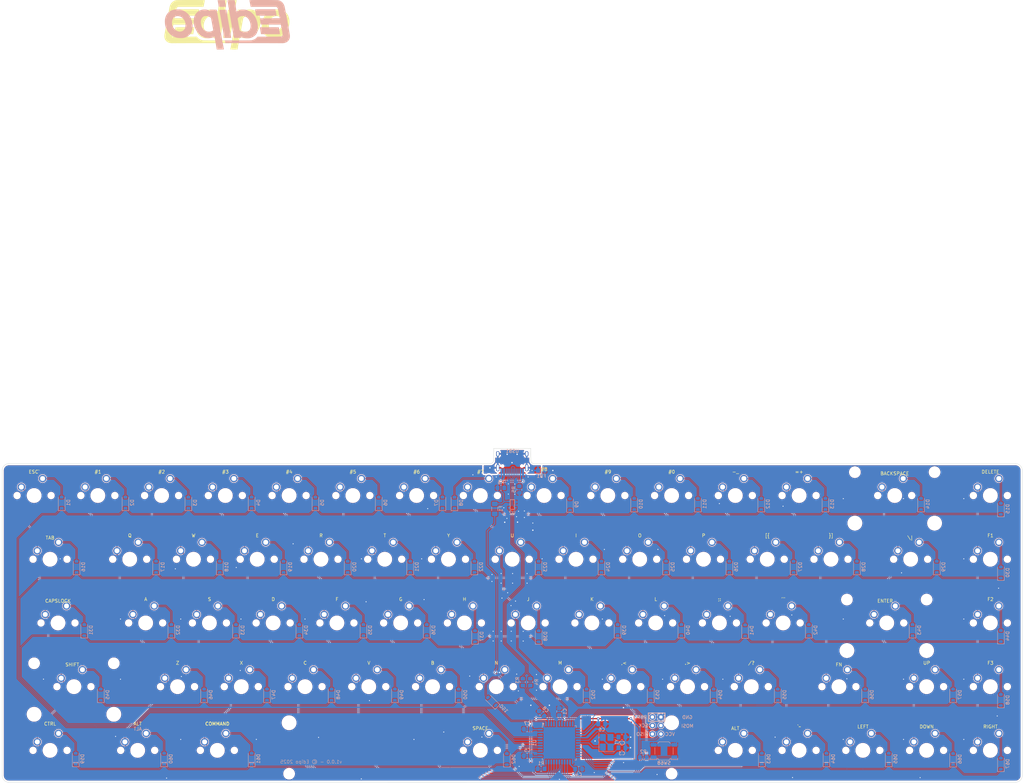
<source format=kicad_pcb>
(kicad_pcb (version 20241229) (generator "pcbnew") (generator_version "9.0")
  (layers (0 "F.Cu" signal) (2 "B.Cu" signal) (13 "F.Paste" user) (15 "B.Paste" user) (5 "F.SilkS" user "F.Silkscreen") (7 "B.SilkS" user "B.Silkscreen") (1 "F.Mask" user) (3 "B.Mask" user) (25 "Edge.Cuts" user))
  (net 0 "")
  (net 1 "GND")
  (net 2 "Net-(U1-UCAP)")
  (net 3 "XTAL2")
  (net 4 "XTAL1")
  (net 5 "+5V")
  (net 6 "row0")
  (net 7 "Net-(D1-A)")
  (net 8 "Net-(D2-A)")
  (net 9 "Net-(D3-A)")
  (net 10 "Net-(D4-A)")
  (net 11 "Net-(D5-A)")
  (net 12 "Net-(D6-A)")
  (net 13 "Net-(D7-A)")
  (net 14 "Net-(D8-A)")
  (net 15 "Net-(D9-A)")
  (net 16 "Net-(D10-A)")
  (net 17 "Net-(D11-A)")
  (net 18 "Net-(D12-A)")
  (net 19 "Net-(D13-A)")
  (net 20 "Net-(D14-A)")
  (net 21 "Net-(D15-A)")
  (net 22 "Net-(D16-A)")
  (net 23 "row1")
  (net 24 "Net-(D17-A)")
  (net 25 "Net-(D18-A)")
  (net 26 "Net-(D19-A)")
  (net 27 "Net-(D20-A)")
  (net 28 "Net-(D21-A)")
  (net 29 "Net-(D22-A)")
  (net 30 "Net-(D23-A)")
  (net 31 "Net-(D24-A)")
  (net 32 "Net-(D25-A)")
  (net 33 "Net-(D26-A)")
  (net 34 "Net-(D27-A)")
  (net 35 "Net-(D28-A)")
  (net 36 "Net-(D29-A)")
  (net 37 "Net-(D30-A)")
  (net 38 "Net-(D31-A)")
  (net 39 "row2")
  (net 40 "Net-(D32-A)")
  (net 41 "Net-(D33-A)")
  (net 42 "Net-(D34-A)")
  (net 43 "Net-(D35-A)")
  (net 44 "Net-(D36-A)")
  (net 45 "Net-(D37-A)")
  (net 46 "Net-(D38-A)")
  (net 47 "Net-(D39-A)")
  (net 48 "Net-(D40-A)")
  (net 49 "Net-(D41-A)")
  (net 50 "Net-(D42-A)")
  (net 51 "Net-(D43-A)")
  (net 52 "Net-(D44-A)")
  (net 53 "Net-(D45-A)")
  (net 54 "row3")
  (net 55 "Net-(D46-A)")
  (net 56 "Net-(D47-A)")
  (net 57 "Net-(D48-A)")
  (net 58 "Net-(D49-A)")
  (net 59 "Net-(D50-A)")
  (net 60 "Net-(D51-A)")
  (net 61 "Net-(D52-A)")
  (net 62 "Net-(D53-A)")
  (net 63 "Net-(D54-A)")
  (net 64 "Net-(D55-A)")
  (net 65 "Net-(D56-A)")
  (net 66 "Net-(D57-A)")
  (net 67 "Net-(D58-A)")
  (net 68 "Net-(D59-A)")
  (net 69 "row4")
  (net 70 "Net-(D60-A)")
  (net 71 "Net-(D61-A)")
  (net 72 "Net-(D62-A)")
  (net 73 "Net-(D63-A)")
  (net 74 "Net-(D64-A)")
  (net 75 "Net-(D65-A)")
  (net 76 "Net-(D66-A)")
  (net 77 "Net-(D67-A)")
  (net 78 "VCC")
  (net 79 "SCK")
  (net 80 "RESET")
  (net 81 "MISO")
  (net 82 "MOSI")
  (net 83 "Net-(U1-~{HWB}{slash}PE2)")
  (net 84 "D-")
  (net 85 "DN")
  (net 86 "D+")
  (net 87 "DP")
  (net 88 "Net-(USB1-CC2)")
  (net 89 "Net-(USB1-CC1)")
  (net 90 "col0")
  (net 91 "col1")
  (net 92 "col2")
  (net 93 "col3")
  (net 94 "col4")
  (net 95 "col5")
  (net 96 "col6")
  (net 97 "col7")
  (net 98 "col8")
  (net 99 "col9")
  (net 100 "col10")
  (net 101 "col11")
  (net 102 "col12")
  (net 103 "col13")
  (net 104 "col14")
  (net 110 "Earth")
  (footprint "MX_Only:MXOnly-2.25U-NoLED" (layer "F.Cu") (at 79.633486 131.969014)
    (property "Reference" "SW45")
    (property "Value" "SHIFT")
  )
  (footprint "MX_Only:MXOnly-1U-NoLED" (layer "F.Cu") (at 353.477236 131.969014)
    (property "Reference" "SW58")
    (property "Value" "F3")
  )
  (footprint "MX_Only:MXOnly-1U-NoLED" (layer "F.Cu") (at 167.739736 131.969014)
    (property "Reference" "SW49")
    (property "Value" "V")
  )
  (footprint "MX_Only:MXOnly-1U-NoLED" (layer "F.Cu") (at 96.302236 93.869014)
    (property "Reference" "SW17")
    (property "Value" "Q")
  )
  (footprint "MX_Only:MXOnly-1U-NoLED" (layer "F.Cu") (at 158.214736 112.919014)
    (property "Reference" "SW35")
    (property "Value" "F")
  )
  (footprint "MX_Only:MXOnly-1U-NoLED" (layer "F.Cu") (at 129.639736 131.969014)
    (property "Reference" "SW47")
    (property "Value" "X")
  )
  (footprint "MX_Only:MXOnly-1U-NoLED" (layer "F.Cu") (at 243.939736 131.969014)
    (property "Reference" "SW53")
    (property "Value" ",<")
  )
  (footprint "MX_Only:MXOnly-1U-NoLED" (layer "F.Cu") (at 148.689736 131.969014)
    (property "Reference" "SW48")
    (property "Value" "C")
  )
  (footprint "MX_Only:MXOnly-1U-NoLED" (layer "F.Cu") (at 334.427236 131.969014)
    (property "Reference" "SW57")
    (property "Value" "UP")
  )
  (footprint "MX_Only:MXOnly-1U-NoLED" (layer "F.Cu") (at 315.377236 151.019014)
    (property "Reference" "SW65")
    (property "Value" "LEFT")
  )
  (footprint "MX_Only:MXOnly-1U-NoLED" (layer "F.Cu") (at 229.652236 93.869014)
    (property "Reference" "SW24")
    (property "Value" "I")
  )
  (footprint "MX_Only:MXOnly-1U-NoLED" (layer "F.Cu") (at 220.127236 74.819014)
    (property "Reference" "SW9")
    (property "Value" "#8")
  )
  (footprint "MX_Only:MXOnly-1U-NoLED" (layer "F.Cu") (at 305.852236 93.869014)
    (property "Reference" "SW28")
    (property "Value" "}]")
  )
  (footprint "MX_Only:MXOnly-1U-NoLED" (layer "F.Cu") (at 277.277236 74.819014)
    (property "Reference" "SW12")
    (property "Value" "-_")
  )
  (footprint "MX_Only:MXOnly-1U-NoLED" (layer "F.Cu") (at 162.977236 74.819014)
    (property "Reference" "SW6")
    (property "Value" "#5")
  )
  (footprint "MX_Only:MXOnly-1U-NoLED" (layer "F.Cu") (at 334.427236 151.019014)
    (property "Reference" "SW66")
    (property "Value" "DOWN")
  )
  (footprint "MX_Only:MXOnly-1.25U-NoLED" (layer "F.Cu") (at 98.683486 151.019014)
    (property "Reference" "SW60")
    (property "Value" "ALT")
  )
  (footprint "MX_Only:MXOnly-1U-NoLED" (layer "F.Cu") (at 353.477236 93.869014)
    (property "Reference" "SW30")
    (property "Value" "F1")
  )
  (footprint "MX_Only:MXOnly-1U-NoLED" (layer "F.Cu") (at 239.177236 74.819014)
    (property "Reference" "SW10")
    (property "Value" "#9")
  )
  (footprint "MX_Only:MXOnly-1.75U-NoLED" (layer "F.Cu") (at 74.870986 112.919014)
    (property "Reference" "SW31")
    (property "Value" "CAPSLOCK")
  )
  (footprint "MX_Only:MXOnly-1U-NoLED" (layer "F.Cu") (at 215.364736 112.919014)
    (property "Reference" "SW38")
    (property "Value" "J")
  )
  (footprint "MX_Only:MXOnly-1U-NoLED" (layer "F.Cu") (at 353.477236 151.019014)
    (property "Reference" "SW67")
    (property "Value" "RIGHT")
  )
  (footprint "MX_Only:MXOnly-1.5U-NoLED" (layer "F.Cu") (at 72.489736 151.019014)
    (property "Reference" "SW59")
    (property "Value" "CTRL")
  )
  (footprint "MX_Only:MXOnly-1U-NoLED" (layer "F.Cu") (at 201.077236 74.819014)
    (property "Reference" "SW8")
    (property "Value" "#7")
  )
  (footprint "MX_Only:MXOnly-1U-NoLED" (layer "F.Cu") (at 258.227236 74.819014)
    (property "Reference" "SW11")
    (property "Value" "#0")
  )
  (footprint "MX_Only:MXOnly-1U-NoLED" (layer "F.Cu") (at 353.477236 74.819014)
    (property "Reference" "SW15")
    (property "Value" "DELETE")
  )
  (footprint "MX_Only:MXOnly-1U-NoLED" (layer "F.Cu") (at 124.877236 74.819014)
    (property "Reference" "SW4")
    (property "Value" "#3")
  )
  (footprint "MX_Only:MXOnly-1U-NoLED" (layer "F.Cu") (at 224.889736 131.969014)
    (property "Reference" "SW52")
    (property "Value" "M")
  )
  (footprint "MX_Only:MXOnly-2.25U-NoLED" (layer "F.Cu") (at 322.520986 112.919014)
    (property "Reference" "SW43")
    (property "Value" "ENTER")
  )
  (footprint "MX_Only:MXOnly-1U-NoLED" (layer "F.Cu") (at 272.514736 112.919014)
    (property "Reference" "SW41")
    (property "Value" ";:")
  )
  (footprint "MX_Only:MXOnly-1U-NoLED" (layer "F.Cu") (at 286.802236 93.869014)
    (property "Reference" "SW27")
    (property "Value" "[{")
  )
  (footprint "MX_Only:MXOnly-1U-NoLED" (layer "F.Cu") (at 296.327236 151.019014)
    (property "Reference" "SW64")
    (property "Value" "`~")
  )
  (footprint "MX_Only:MXOnly-1.5U-NoLED" (layer "F.Cu") (at 329.664736 93.869014)
    (property "Reference" "SW29")
    (property "Value" "\\|")
  )
  (footprint "MX_Only:MXOnly-1.25U-NoLED" (layer "F.Cu") (at 122.4886 151.019014)
    (property "Reference" "SW61")
    (property "Value" "COMMAND")
  )
  (footprint "MX_Only:MXOnly-1U-NoLED" (layer "F.Cu") (at 153.452236 93.869014)
    (property "Reference" "SW20")
    (property "Value" "R")
  )
  (footprint "MX_Only:MXOnly-1U-NoLED" (layer "F.Cu") (at 191.552236 93.869014)
    (property "Reference" "SW22")
    (property "Value" "Y")
  )
  (footprint "MX_Only:MXOnly-1U-NoLED" (layer "F.Cu") (at 101.064736 112.919014)
    (property "Reference" "SW32")
    (property "Value" "A")
  )
  (footprint "MX_Only:MXOnly-1U-NoLED" (layer "F.Cu") (at 267.752236 93.869014)
    (property "Reference" "SW26")
    (property "Value" "P")
  )
  (footprint "MX_Only:MXOnly-1U-NoLED" (layer "F.Cu") (at 134.402236 93.869014)
    (property "Reference" "SW19")
    (property "Value" "E")
  )
  (footprint "MX_Only:MXOnly-1U-NoLED" (layer "F.Cu") (at 143.927236 74.819014)
    (property "Reference" "SW5")
    (property "Value" "#4")
  )
  (footprint "MX_Only:MXOnly-1U-NoLED" (layer "F.Cu") (at 210.602236 93.869014)
    (property "Reference" "SW23")
    (property "Value" "U")
  )
  (footprint "MX_Only:MXOnly-1U-NoLED" (layer "F.Cu") (at 186.789736 131.969014)
    (property "Reference" "SW50")
    (property "Value" "B")
  )
  (footprint "MX_Only:MXOnly-1U-NoLED" (layer "F.Cu") (at 296.327236 74.819014)
    (property "Reference" "SW13")
    (property "Value" "=+")
  )
  (footprint "MX_Only:MXOnly-1U-NoLED" (layer "F.Cu") (at 115.352236 93.869014)
    (property "Reference" "SW18")
    (property "Value" "W")
  )
  (footprint "MX_Only:MXOnly-1U-NoLED" (layer "F.Cu") (at 86.777236 74.819014)
    (property "Reference" "SW2")
    (property "Value" "#1")
  )
  (footprint "MX_Only:MXOnly-1U-NoLED" (layer "F.Cu") (at 67.727236 74.819014)
    (property "Reference" "SW1")
    (property "Value" "ESC`")
  )
  (footprint "MX_Only:MXOnly-1U-NoLED" (layer "F.Cu") (at 139.164736 112.919014)
    (property "Reference" "SW34")
    (property "Value" "D")
  )
  (footprint "MX_Only:MXOnly-1U-NoLED" (layer "F.Cu") (at 262.989736 131.969014)
    (property "Reference" "SW54")
    (property "Value" ".>")
  )
  (footprint "MX_Only:MXOnly-1U-NoLED" (layer "F.Cu") (at 253.464736 112.919014)
    (property "Reference" "SW40")
    (property "Value" "L")
  )
  (footprint "MX_Only:MXOnly-1.75U-NoLED" (layer "F.Cu") (at 308.233486 131.969014)
    (property "Reference" "SW56")
    (property "Value" "FN")
  )
  (footprint "MX_Only:MXOnly-1U-NoLED" (layer "F.Cu") (at 196.314736 112.919014)
    (property "Reference" "SW37")
    (property "Value" "H")
  )
  (footprint "MX_Only:MXOnly-1U-NoLED" (layer "F.Cu") (at 277.2601 151.019014)
    (property "Reference" "SW63")
    (property "Value" "ALT")
  )
  (footprint "MX_Only:MXOnly-1U-NoLED" (layer "F.Cu") (at 248.702236 93.869014)
    (property "Reference" "SW25")
    (property "Value" "O")
  )
  (footprint "MX_Only:MXOnly-7U-ReversedStabilizers-NoLED" (layer "F.Cu") (at 201.077236 151.019014)
    (property "Reference" "SW62")
    (property "Value" "SPACE")
  )
  (footprint "MX_Only:MXOnly-1U-NoLED" (layer "F.Cu") (at 291.564736 112.919014)
    (property "Reference" "SW42")
    (property "Value" "'\"")
  )
  (footprint "MX_Only:MXOnly-1.5U-NoLED" (layer "F.Cu") (at 72.489736 93.869014)
    (property "Reference" "SW16")
    (property "Value" "TAB")
  )
  (footprint "MX_Only:MXOnly-1U-NoLED" (layer "F.Cu") (at 234.414736 112.919014)
    (property "Reference" "SW39")
    (property "Value" "K")
  )
  (footprint "MX_Only:MXOnly-1U-NoLED" (layer "F.Cu") (at 105.827236 74.819014)
    (property "Reference" "SW3")
    (property "Value" "#2")
  )
  (footprint "MX_Only:MXOnly-1U-NoLED" (layer "F.Cu") (at 120.114736 112.919014)
    (property "Reference" "SW33")
    (property "Value" "S")
  )
  (footprint "MX_Only:MXOnly-1U-NoLED" (layer "F.Cu") (at 182.027236 74.819014)
    (property "Reference" "SW7")
    (property "Value" "#6")
  )
  (footprint "MX_Only:MXOnly-1U-NoLED" (layer "F.Cu") (at 177.264736 112.919014)
    (property "Reference" "SW36")
    (property "Value" "G")
  )
  (footprint "MX_Only:MXOnly-1U-NoLED" (layer "F.Cu") (at 172.502236 93.869014)
    (property "Reference" "SW21")
    (property "Value" "T")
  )
  (footprint "MX_Only:MXOnly-1U-NoLED" (layer "F.Cu") (at 110.589736 131.969014)
    (property "Reference" "SW46")
    (property "Value" "Z")
  )
  (footprint "MX_Only:MXOnly-1U-NoLED" (layer "F.Cu") (at 205.839736 131.969014)
    (property "Reference" "SW51")
    (property "Value" "N")
  )
  (footprint "MX_Only:MXOnly-1U-NoLED" (layer "F.Cu") (at 353.477236 112.919014)
    (property "Reference" "SW44")
    (property "Value" "F2")
  )
  (footprint "MX_Only:MXOnly-1U-NoLED" (layer "F.Cu") (at 282.039736 131.969014)
    (property "Reference" "SW55")
    (property "Value" "/?")
  )
  (footprint "MX_Only:MXOnly-2U-NoLED" (layer "F.Cu") (at 324.902236 74.819014)
    (property "Reference" "SW14")
    (property "Value" "BACKSPACE")
  )
  (footprint "Alps_Only:EdipoSLogo" (layer "F.Cu") (at 125.4125 -65.88125)
    (property "Reference" "G***" (hide yes))
    (property "Value" "LOGO" (hide yes))
  )
  (footprint "Diode_SMD:D_SOD-123" (layer "B.Cu") (at 151.7941 76.96555 90)
    (property "Reference" "D5")
    (property "Value" "D" (hide yes))
  )
  (footprint "Resistor_SMD:R_0805_2012Metric_Pad1.20x1.40mm_HandSolder" (layer "B.Cu") (at 249.7575 153.14125 180)
    (property "Reference" "R2")
    (property "Value" "10k")
  )
  (footprint "Diode_SMD:D_SOD-123" (layer "B.Cu") (at 142.2691 96.14255 90)
    (property "Reference" "D19")
    (property "Value" "D")
  )
  (footprint "Diode_SMD:D_SOD-123" (layer "B.Cu") (at 108.7411 115.06355 90)
    (property "Reference" "D32")
    (property "Value" "D")
  )
  (footprint "Diode_SMD:D_SOD-123" (layer "B.Cu") (at 316.0545 134.36755 90)
    (property "Reference" "D56")
    (property "Value" "D")
  )
  (footprint "Diode_SMD:D_SOD-123" (layer "B.Cu") (at 342.3435 134.36755 90)
    (property "Reference" "D57")
    (property "Value" "D")
  )
  (footprint "Resistor_SMD:R_0805_2012Metric_Pad1.20x1.40mm_HandSolder" (layer "B.Cu") (at 213.7641 130.60535 -90)
    (property "Reference" "R3")
    (property "Value" "22")
  )
  (footprint "Diode_SMD:D_SOD-123" (layer "B.Cu") (at 356.6301 78.80855 90)
    (property "Reference" "D15")
    (property "Value" "D")
  )
  (footprint "Diode_SMD:D_SOD-123" (layer "B.Cu") (at 256.5691 96.14255 90)
    (property "Reference" "D25")
    (property "Value" "D")
  )
  (footprint "Diode_SMD:D_SOD-123" (layer "B.Cu") (at 180.1151 96.14255 90)
    (property "Reference" "D21")
    (property "Value" "D")
  )
  (footprint "Diode_SMD:D_SOD-123" (layer "B.Cu") (at 323.1171 153.54455 90)
    (property "Reference" "D65")
    (property "Value" "D")
  )
  (footprint "Package_QFP:TQFP-44_10x10mm_P0.8mm" (layer "B.Cu") (at 224.675536 148.796214 -90)
    (property "Reference" "U1")
    (property "Value" "ATmega32U4-A")
  )
  (footprint "Capacitor_SMD:C_0805_2012Metric_Pad1.18x1.45mm_HandSolder" (layer "B.Cu") (at 243.3875 150.2375)
    (property "Reference" "C3")
    (property "Value" "22p")
  )
  (footprint "Diode_SMD:D_SOD-123" (layer "B.Cu") (at 82.7061 115.06355 90)
    (property "Reference" "D31")
    (property "Value" "D")
  )
  (footprint "Diode_SMD:D_SOD-123" (layer "B.Cu") (at 280.1911 115.160336 90)
    (property "Reference" "D41")
    (property "Value" "D")
  )
  (footprint "Diode_SMD:D_SOD-123" (layer "B.Cu") (at 285.1971 153.54455 90)
    (property "Reference" "D63")
    (property "Value" "D")
  )
  (footprint "Diode_SMD:D_SOD-123" (layer "B.Cu") (at 75.9751 76.96555 90)
    (property "Reference" "D1")
    (property "Value" "D" (hide yes))
  )
  (footprint "Diode_SMD:D_SOD-123" (layer "B.Cu") (at 356.6301 135.95495 90)
    (property "Reference" "D58")
    (property "Value" "D")
  )
  (footprint "Diode_SMD:D_SOD-123" (layer "B.Cu") (at 285.0171 77.34655 90)
    (property "Reference" "D12")
    (property "Value" "D")
  )
  (footprint "Diode_SMD:D_SOD-123" (layer "B.Cu") (at 337.4681 96.14255 90)
    (property "Reference" "D29")
    (property "Value" "D")
  )
  (footprint "random-keyboard-parts:SOT143B" (layer "B.Cu") (at 210.618236 77.501214 180)
    (property "Reference" "U2")
    (property "Value" "PRTR5V0U2X")
  )
  (footprint "Diode_SMD:D_SOD-123" (layer "B.Cu") (at 175.5431 134.36755 90)
    (property "Reference" "D49")
    (property "Value" "D")
  )
  (footprint "Diode_SMD:D_SOD-123" (layer "B.Cu") (at 161.4461 96.14255 90)
    (property "Reference" "D20")
    (property "Value" "D")
  )
  (footprint "Diode_SMD:D_SOD-123" (layer "B.Cu") (at 304.1941 77.34655 90)
    (property "Reference" "D13")
    (property "Value" "D")
  )
  (footprint "Fuse:Fuse_1206_3216Metric_Pad1.42x1.75mm_HandSolder" (layer "B.Cu") (at 205.369836 78.792514 90)
    (property "Reference" "F1")
    (property "Value" "500m")
  )
  (footprint "Diode_SMD:D_SOD-123" (layer "B.Cu") (at 218.5263 116.90615 90)
    (property "Reference" "D38")
    (property "Value" "D")
  )
  (footprint "Diode_SMD:D_SOD-123" (layer "B.Cu") (at 185.0681 115.06355 90)
    (property "Reference" "D36")
    (property "Value" "D")
  )
  (footprint "Diode_SMD:D_SOD-123" (layer "B.Cu") (at 218.4691 96.14255 90)
    (property "Reference" "D23")
    (property "Value" "D")
  )
  (footprint "Capacitor_SMD:C_0805_2012Metric_Pad1.18x1.45mm_HandSolder" (layer "B.Cu") (at 237.34375 143.09375)
    (property "Reference" "C6")
    (property "Value" "0.1u")
  )
  (footprint "Inductor_SMD:L_0805_2012Metric_Pad1.15x1.40mm_HandSolder" (layer "B.Cu") (at 219.3125 67.33125)
    (property "Reference" "FB1")
    (property "Value" "60@100MHz")
  )
  (footprint "Capacitor_SMD:C_0805_2012Metric_Pad1.18x1.45mm_HandSolder" (layer "B.Cu") (at 243.3875 147.0625)
    (property "Reference" "C2")
    (property "Value" "22p")
  )
  (footprint "Diode_SMD:D_SOD-123" (layer "B.Cu") (at 289.9593 134.36755 90)
    (property "Reference" "D55")
    (property "Value" "D")
  )
  (footprint "Diode_SMD:D_SOD-123" (layer "B.Cu") (at 299.2411 115.06355 90)
    (property "Reference" "D42")
    (property "Value" "D")
  )
  (footprint "Capacitor_SMD:C_0805_2012Metric_Pad1.18x1.45mm_HandSolder" (layer "B.Cu") (at 215.11875 152.61875 180)
    (property "Reference" "C5")
    (property "Value" "0.1u")
  )
  (footprint "Diode_SMD:D_SOD-123" (layer "B.Cu") (at 261.1411 115.06355 90)
    (property "Reference" "D40")
    (property "Value" "D")
  )
  (footprint "Diode_SMD:D_SOD-123" (layer "B.Cu") (at 199.4775 116.90615 90)
    (property "Reference" "D37")
    (property "Value" "D")
  )
  (footprint "Diode_SMD:D_SOD-123" (layer "B.Cu") (at 80.4201 96.14255 90)
    (property "Reference" "D16")
    (property "Value" "D")
  )
  (footprint "Resistor_SMD:R_0805_2012Metric_Pad1.20x1.40mm_HandSolder" (layer "B.Cu") (at 212.7375 73.03125 -90)
    (property "Reference" "R5")
    (property "Value" "5.1k")
  )
  (footprint "Diode_SMD:D_SOD-123" (layer "B.Cu") (at 330.2291 115.06355 90)
    (property "Reference" "D43")
    (property "Value" "D")
  )
  (footprint "Diode_SMD:D_SOD-123" (layer "B.Cu") (at 80.1661 153.54455 90)
    (property "Reference" "D59")
    (property "Value" "D")
  )
  (footprint "Diode_SMD:D_SOD-123" (layer "B.Cu") (at 356.6301 155.00375 90)
    (property "Reference" "D67")
    (property "Value" "D")
  )
  (footprint "Diode_SMD:D_SOD-123" (layer "B.Cu") (at 189.7671 76.96555 90)
    (property "Reference" "D7")
    (property "Value" "D")
  )
  (footprint "Diode_SMD:D_SOD-123" (layer "B.Cu") (at 156.6201 134.36755 90)
    (property "Reference" "D48")
    (property "Value" "D")
  )
  (footprint "Diode_SMD:D_SOD-123" (layer "B.Cu") (at 123.2191 96.14255 90)
    (property "Reference" "D18")
    (property "Value" "D")
  )
  (footprint "Diode_SMD:D_SOD-123" (layer "B.Cu") (at 106.5821 153.54455 90)
    (property "Reference" "D60")
    (property "Value" "D")
  )
  (footprint "Alps_Only:EdipoSLogo" (layer "B.Cu") (at 125.4125 -65.88125 180)
    (property "Reference" "G***" (hide yes))
    (property "Value" "LOGO" (hide yes))
  )
  (footprint "Capacitor_SMD:C_0805_2012Metric_Pad1.18x1.45mm_HandSolder" (layer "B.Cu") (at 219.391377 139.978877 135)
    (property "Reference" "C8")
    (property "Value" "10u")
  )
  (footprint "Diode_SMD:D_SOD-123" (layer "B.Cu") (at 146.9935 115.06355 90)
    (property "Reference" "D34")
    (property "Value" "D")
  )
  (footprint "Resistor_SMD:R_0805_2012Metric_Pad1.20x1.40mm_HandSolder" (layer "B.Cu") (at 219.2375 156.53125 180)
    (property "Reference" "R1")
    (property "Value" "10k")
  )
  (footprint "Diode_SMD:D_SOD-123" (layer "B.Cu") (at 251.9971 134.36755 90)
    (property "Reference" "D53")
    (property "Value" "D")
  )
  (footprint "Capacitor_SMD:C_0805_2012Metric_Pad1.18x1.45mm_HandSolder" (layer "B.Cu") (at 224.6625 139.41875 90)
    (property "Reference" "C1")
    (property "Value" "1u")
  )
  (footprint "Resistor_SMD:R_0805_2012Metric_Pad1.20x1.40mm_HandSolder" (layer "B.Cu") (at 207.214636 72.53125 180)
    (property "Reference" "R6")
    (property "Value" "5.1k")
  )
  (footprint "Diode_SMD:D_SOD-123" (layer "B.Cu") (at 104.1691 96.14255 90)
    (property "Reference" "D17")
    (property "Value" "D")
  )
  (footprint "Diode_SMD:D_SOD-123" (layer "B.Cu") (at 294.6691 96.14255 90)
    (property "Reference" "D27")
    (property "Value" "D")
  )
  (footprint "Diode_SMD:D_SOD-123" (layer "B.Cu") (at 87.6591 134.36755 90)
    (property "Reference" "D45")
    (property "Value" "D")
  )
  (footprint "Diode_SMD:D_SOD-123" (layer "B.Cu") (at 132.7441 76.96555 90)
    (property "Reference" "D4")
    (property "Value" "D" (hide yes))
  )
  (footprint "Diode_SMD:D_SOD-123" (layer "B.Cu") (at 118.5201 134.36755 90)
    (property "Reference" "D46")
    (property "Value" "D")
  )
  (footprint "Diode_SMD:D_SOD-123" (layer "B.Cu") (at 132.7441 153.54455 90)
    (property "Reference" "D61")
    (property "Value" "D")
  )
  (footprint "Diode_SMD:D_SOD-123" (layer "B.Cu") (at 332.7691 77.34655 90)
    (property "Reference" "D14")
    (property "Value" "D")
  )
  (footprint "Diode_SMD:D_SOD-123" (layer "B.Cu") (at 242.0911 115.06355 90)
    (property "Reference" "D39")
    (property "Value" "D")
  )
  (footprint "Diode_SMD:D_SOD-123" (layer "B.Cu") (at 166.1451 115.06355 90)
    (property "Reference" "D35")
    (property "Value" "D")
  )
  (footprint "Diode_SMD:D_SOD-123" (layer "B.Cu") (at 237.2651 96.14255 90)
    (property "Reference" "D24")
    (property "Value" "D")
  )
  (footprint "Type-C:HRO-TYPE-C-31-M-12-HandSoldering" (layer "B.Cu") (at 210.600236 59.743814)
    (property "Reference" "USB1")
    (property "Value" "HRO-TYPE-C-31-M-12")
  )
  (footprint "Resistor_SMD:R_0805_2012Metric_Pad1.20x1.40mm_HandSolder" (layer "B.Cu") (at 215.9875 130.60535 -90)
    (property "Reference" "R4")
    (property "Value" "22")
  )
  (footprint "Diode_SMD:D_SOD-123" (layer "B.Cu") (at 247.0441 77.34655 90)
    (property "Reference" "D10")
    (property "Value" "D")
  )
  (footprint "Diode_SMD:D_SOD-123" (layer "B.Cu") (at 266.0941 77.34655 90)
    (property "Reference" "D11")
    (property "Value" "D")
  )
  (footprint "Diode_SMD:D_SOD-123" (layer "B.Cu") (at 128.0451 115.06355 90)
    (property "Reference" "D33")
    (property "Value" "D")
  )
  (footprint "Capacitor_SMD:C_0805_2012Metric_Pad1.18x1.45mm_HandSolder" (layer "B.Cu") (at 215.11875 144.68125 180)
    (property "Reference" "C7")
    (property "Value" "0.1u")
  )
  (footprint "Diode_SMD:D_SOD-123" (layer "B.Cu") (at 137.3161 134.36755 90)
    (property "Reference" "D47")
    (property "Value" "D")
  )
  (footprint "Diode_SMD:D_SOD-123" (layer "B.Cu") (at 199.2921 96.14255 90)
    (property "Reference" "D22")
    (property "Value" "D")
  )
  (footprint "Diode_SMD:D_SOD-123" (layer "B.Cu") (at 170.7171 76.96555 90)
    (property "Reference" "D6")
    (property "Value" "D" (hide yes))
  )
  (footprint "Diode_SMD:D_SOD-123" (layer "B.Cu") (at 194.5931 134.36755 90)
    (property "Reference" "D50")
    (property "Value" "D")
  )
  (footprint "Capacitor_SMD:C_0805_2012Metric_Pad1.18x1.45mm_HandSolder" (layer "B.Cu") (at 230.44375 156.5875)
    (property "Reference" "C4")
    (property "Value" "0.1u")
  )
  (footprint "Diode_SMD:D_SOD-123" (layer "B.Cu") (at 356.6301 116.84355 90)
    (property "Reference" "D44")
    (property "Value" "D")
  )
  (footprint "random-keyboard-parts:Reset_Pretty-Mask" (layer "B.Cu") (at 253.7665 143.59125)
    (property "Reference" "J1")
    (property "Value" "AVR-ISP-6")
  )
  (footprint "Diode_SMD:D_SOD-123" (layer "B.Cu") (at 313.5921 96.14255 90)
    (property "Reference" "D28")
    (property "Value" "D")
  )
  (footprint "Diode_SMD:D_SOD-123" (layer "B.Cu") (at 270.7931 134.36755 90)
    (property "Reference" "D54")
    (property "Value" "D")
  )
  (footprint "Diode_SMD:D_SOD-123" (layer "B.Cu") (at 193.3375 76.98125 90)
    (property "Reference" "D8")
    (property "Value" "D")
  )
  (footprint "Diode_SMD:D_SOD-123" (layer "B.Cu") (at 232.8201 134.36755 90)
    (property "Reference" "D52")
    (property "Value" "D")
  )
  (footprint "Button_Switch_SMD:SW_SPST_SKQG_WithStem" (layer "B.Cu") (at 255.9575 151.19125)
    (property "Reference" "SW68")
    (property "Value" "SW_Push_Reset")
  )
  (footprint "Diode_SMD:D_SOD-123" (layer "B.Cu") (at 342.3435 153.634214 90)
    (property "Reference" "D66")
    (property "Value" "D")
  )
  (footprint "Diode_SMD:D_SOD-123" (layer "B.Cu") (at 275.4921 96.14255 90)
    (property "Reference" "D26")
    (property "Value" "D")
  )
  (footprint "Diode_SMD:D_SOD-123" (layer "B.Cu") (at 227.8671 77.47355 90)
    (property "Reference" "D9")
    (property "Value" "D")
  )
  (footprint "Crystal:Crystal_SMD_3225-4Pin_3.2x2.5mm_HandSoldering" (layer "B.Cu") (at 238.814636 148.578414 90)
    (property "Reference" "Y1")
    (property "Value" "XTAL")
  )
  (footprint "Diode_SMD:D_SOD-123" (layer "B.Cu") (at 304.503164 153.54455 90)
    (property "Reference" "D64")
    (property "Value" "D")
  )
  (footprint "Diode_SMD:D_SOD-123" (layer "B.Cu") (at 209.0019 153.634214 90)
    (property "Reference" "D62")
    (property "Value" "D")
  )
  (footprint "Diode_SMD:D_SOD-123" (layer "B.Cu") (at 356.6301 97.85735 90)
    (property "Reference" "D30")
    (property "Value" "D")
  )
  (footprint "Diode_SMD:D_SOD-123" (layer "B.Cu") (at 113.8211 76.96555 90)
    (property "Reference" "D3")
    (property "Value" "D" (hide yes))
  )
  (footprint "Diode_SMD:D_SOD-123" (layer "B.Cu") (at 95.0251 76.96555 90)
    (property "Reference" "D2")
    (property "Value" "D" (hide yes))
  )
  (footprint "Diode_SMD:D_SOD-123" (layer "B.Cu") (at 204.5175 136.37125 135)
    (property "Reference" "D51" (hide yes))
    (property "Value" "D")
  )
  (gr_arc (start 60.198352 160.545398) (mid 58.784088 159.959633) (end 58.198286 158.545398) (stroke (width 0.1)) (layer "Edge.Cuts"))
  (gr_line (start 360.998352 160.53553) (end 60.198352 160.545398) (stroke (width 0.1)) (layer "Edge.Cuts"))
  (gr_line (start 217.15625 65.295464) (end 360.998286 65.295464) (stroke (width 0.1)) (layer "Edge.Cuts"))
  (gr_line (start 216.15625 64.295464) (end 216.156486 60.73125) (stroke (width 0.1)) (layer "Edge.Cuts"))
  (gr_arc (start 217.15625 65.295464) (mid 216.449141 65.002583) (end 216.15625 64.295464) (stroke (width 0.1)) (layer "Edge.Cuts"))
  (gr_arc (start 360.998286 65.295464) (mid 362.412504 65.881246) (end 362.998286 67.295464) (stroke (width 0.1)) (layer "Edge.Cuts"))
  (gr_line (start 205.04375 64.295464) (end 205.043986 60.73125) (stroke (width 0.1)) (layer "Edge.Cuts"))
  (gr_line (start 58.198286 158.545398) (end 58.198286 67.295464) (stroke (width 0.1)) (layer "Edge.Cuts"))
  (gr_line (start 362.998286 67.295464) (end 362.998286 158.53553) (stroke (width 0.1)) (layer "Edge.Cuts"))
  (gr_arc (start 362.998286 158.53553) (mid 362.412529 159.949728) (end 360.998352 160.53553) (stroke (width 0.1)) (layer "Edge.Cuts"))
  (gr_arc (start 58.198286 67.295464) (mid 58.784067 65.881236) (end 60.198286 65.295464) (stroke (width 0.1)) (layer "Edge.Cuts"))
  (gr_line (start 205.043986 60.73125) (end 216.156486 60.73125) (stroke (width 0.1)) (layer "Edge.Cuts"))
  (gr_line (start 204.052185 65.295464) (end 60.198286 65.295464) (stroke (width 0.1)) (layer "Edge.Cuts"))
  (gr_arc (start 205.04375 64.295464) (mid 204.750855 65.002579) (end 204.04375 65.295464) (stroke (width 0.1)) (layer "Edge.Cuts"))
  (gr_text "v1.0.0 - © Edipo 2025" (at 159.8 155.023409 -0) (layer "B.SilkS") (effects (font (size 1 1) (thickness 0.1)) (justify left bottom mirror)))
  (gr_text "D51" (at 208.1075 138.51125 135) (layer "B.SilkS") (effects (font (size 1 1)) (justify mirror)))
  (segment (start 243.8375 138.2375) (end 222.4125 138.2375) (width 0.381) (layer "F.Cu") (net 1))
  (segment (start 209.3375 133.13125) (end 209.3375 130.43125) (width 0.381) (layer "F.Cu") (net 1))
  (segment (start 212.175 82.78125) (end 212.1875 82.76875) (width 0.381) (layer "F.Cu") (net 1))
  (segment (start 208.4 82.76875) (end 208.3625 82.80625) (width 0.381) (layer "F.Cu") (net 1))
  (segment (start 216.15625 137.5375) (end 214.3375 137.5375) (width 0.381) (layer "F.Cu") (net 1))
  (segment (start 213.74375 137.5375) (end 213.0375 136.83125) (width 0.381) (layer "F.Cu") (net 1))
  (segment (start 213.0375 136.83125) (end 209.3375 133.13125) (width 0.381) (layer "F.Cu") (net 1))
  (segment (start 209.3375 130.43125) (end 206.794236 127.887986) (width 0.381) (layer "F.Cu") (net 1))
  (segment (start 214.3375 137.5375) (end 213.74375 137.5375) (width 0.381) (layer "F.Cu") (net 1))
  (segment (start 221.7125 137.5375) (end 216.15625 137.5375) (width 0.381) (layer "F.Cu") (net 1))
  (segment (start 206.794236 127.887986) (end 206.794236 127.73125) (width 0.381) (layer "F.Cu") (net 1))
  (segment (start 222.4125 138.2375) (end 221.7125 137.5375) (width 0.381) (layer "F.Cu") (net 1))
  (segment (start 212.1875 82.76875) (end 208.4 82.76875) (width 0.381) (layer "F.Cu") (net 1))
  (via (at 211.9375 128.23125) (size 0.6) (drill 0.3) (layers "F.Cu" "B.Cu") (net 1))
  (via (at 204.5625 98.43125) (size 0.6) (drill 0.3) (layers "F.Cu" "B.Cu") (net 1))
  (via (at 332.4975 159.17125) (size 0.6) (drill 0.3) (layers "F.Cu" "B.Cu") (net 1))
  (via (at 224.6975 159.67125) (size 0.6) (drill 0.3) (layers "F.Cu" "B.Cu") (net 1))
  (via (at 111.7375 128.93125) (size 0.6) (drill 0.3) (layers "F.Cu" "B.Cu") (net 1))
  (via (at 167.9375 136.13125) (size 0.6) (drill 0.3) (layers "F.Cu" "B.Cu") (net 1))
  (via (at 129.5375 111.745564) (size 0.6) (drill 0.3) (layers "F.Cu" "B.Cu") (net 1))
  (via (at 255.5375 129.745564) (size 0.6) (drill 0.3) (layers "F.Cu" "B.Cu") (net 1))
  (via (at 219.5375 93.745564) (size 0.6) (drill 0.3) (layers "F.Cu" "B.Cu") (net 1))
  (via (at 213.8875 118.33125) (size 0.6) (drill 0.3) (layers "F.Cu" "B.Cu") (net 1))
  (via (at 210.2375 107.73125) (size 0.6) (drill 0.3) (layers "F.Cu" "B.Cu") (net 1))
  (via (at 216.752236 83.044014) (size 0.6) (drill 0.3) (layers "F.Cu" "B.Cu") (net 1))
  (via (at 327.5375 75.745564) (size 0.6) (drill 0.3) (layers "F.Cu" "B.Cu") (net 1))
  (via (at 310.5955 129.60535) (size 0.6) (drill 0.3) (layers "F.Cu" "B.Cu") (net 1))
  (via (at 70.5375 129.73125) (size 0.6) (drill 0.3) (layers "F.Cu" "B.Cu") (net 1))
  (via (at 209.4375 74.38125) (size 0.6) (drill 0.3) (layers "F.Cu" "B.Cu") (net 1))
  (via (at 272.4979 77.22115) (size 0.6) (drill 0.3) (layers "F.Cu" "B.Cu") (net 1))
  (via (at 198.8375 68.63125) (size 0.6) (drill 0.3) (layers "F.Cu" "B.Cu") (net 1))
  (via (at 309.5375 111.745564) (size 0.6) (drill 0.3) (layers "F.Cu" "B.Cu") (net 1))
  (via (at 166.9358 106.58805) (size 0.6) (drill 0.3) (layers "F.Cu" "B.Cu") (net 1))
  (via (at 217.8375 133.03125) (size 0.6) (drill 0.3) (layers "F.Cu" "B.Cu") (net 1))
  (via (at 210.3125 118.30625) (size 0.6) (drill 0.3) (layers "F.Cu" "B.Cu") (net 1))
  (via (at 213.8875 115.43125) (size 0.6) (drill 0.3) (layers "F.Cu" "B.Cu") (net 1))
  (via (at 345.5375 111.745564) (size 0.6) (drill 0.3) (layers "F.Cu" "B.Cu") (net 1))
  (via (at 215.3625 69.275) (size 0.6) (drill 0.3) (layers "F.Cu" "B.Cu") (net 1))
  (via (at 207.3125 118.30625) (size 0.6) (drill 0.3) (layers "F.Cu" "B.Cu") (net 1))
  (via (at 190.1375 145.53125) (size 0.6) (drill 0.3) (layers "F.Cu" "B.Cu") (net 1))
  (via (at 212.1875 82.76875) (size 0.8) (drill 0.4) (layers "F.Cu" "B.Cu") (net 1))
  (via (at 208.0875 78.48125) (size 0.6) (drill 0.3) (layers "F.Cu" "B.Cu") (net 1))
  (via (at 205.8375 69.275) (size 0.6) (drill 0.3) (layers "F.Cu" "B.Cu") (net 1))
  (via (at 111.5375 111.745564) (size 0.6) (drill 0.3) (layers "F.Cu" "B.Cu") (net 1))
  (via (at 291.5375 78.01485) (size 0.6) (drill 0.3) (layers "F.Cu" "B.Cu") (net 1))
  (via (at 294.3675 159.14125) (size 0.6) (drill 0.3) (layers "F.Cu" "B.Cu") (net 1))
  (via (at 201.5375 147.03125) (size 0.6) (drill 0.3) (layers "F.Cu" "B.Cu") (net 1))
  (via (at 327.5375 129.745564) (size 0.6) (drill 0.3) (layers "F.Cu" "B.Cu") (net 1))
  (via (at 207.5375 105.48125) (size 0.6) (drill 0.3) (layers "F.Cu" "B.Cu") (net 1))
  (via (at 184.264736 105.919014) (size 0.6) (drill 0.3) (layers "F.Cu" "B.Cu") (net 1))
  (via (at 275.7375 110.93125) (size 0.6) (drill 0.3) (layers "F.Cu" "B.Cu") (net 1))
  (via (at 145.1375 89.25625) (size 0.6) (drill 0.3) (layers "F.Cu" "B.Cu") (net 1))
  (via (at 210.7125 101.03125) (size 0.6) (drill 0.3) (layers "F.Cu" "B.Cu") (net 1))
  (via (at 183.5375 93.745564) (size 0.6) (drill 0.3) (layers "F.Cu" "B.Cu") (net 1))
  (via (at 217.8375 128.33125) (size 0.6) (drill 0.3) (layers "F.Cu" "B.Cu") (net 1))
  (via (at 165.5075 159.53125) (size 0.6) (drill 0.3) (layers "F.Cu" "B.Cu") (net 1))
  (via (at 222.7375 67.33125) (size 0.8) (drill 0.4) (layers "F.Cu" "B.Cu") (net 1))
  (via (at 92.075 146.84375) (size 0.6) (drill 0.3) (layers "F.Cu" "B.Cu") (net 1))
  (via (at 129.3375 127.13125) (size 0.6) (drill 0.3) (layers "F.Cu" "B.Cu") (net 1))
  (via (at 214.2375 79.43125) (size 0.6) (drill 0.3) (layers "F.Cu" "B.Cu") (net 1))
  (via (at 204.9125 115.40625) (size 0.6) (drill 0.3) (layers "F.Cu" "B.Cu") (net 1))
  (via (at 214.2375 81.38125) (size 0.6) (drill 0.3) (layers "F.Cu" "B.Cu") (net 1))
  (via (at 152.7375 147.13125) (size 0.6) (drill 0.3) (layers "F.Cu" "B.Cu") (net 1))
  (via (at 215.0375 101.03125) (size 0.6) (drill 0.3) (layers "F.Cu" "B.Cu") (net 1))
  (via (at 253.8875 158.23125) (size 0.6) (drill 0.3) (layers "F.Cu" "B.Cu") (net 1))
  (via (at 355.5375 140.73125) (size 0.6) (drill 0.3) (layers "F.Cu" "B.Cu") (net 1))
  (via (at 237.5375 111.745564) (size 0.6) (drill 0.3) (layers "F.Cu" "B.Cu") (net 1))
  (via (at 93.5375 111.745564) (size 0.6) (drill 0.3) (layers "F.Cu" "B.Cu") (net 1))
  (via (at 245.9875 147.07125) (size 0.8) (drill 0.4) (layers "F.Cu" "B.Cu") (net 1))
  (via (at 75.5375 93.745564) (size 0.6) (drill 0.3) (layers "F.Cu" "B.Cu") (net 1))
  (via (at 210.7125 98.13125) (size 0.6) (drill 0.3) (layers "F.Cu" "B.Cu") (net 1))
  (via (at 207.2875 101.03125) (size 0.6) (drill 0.3) (layers "F.Cu" "B.Cu") (net 1))
  (via (at 273.5375 129.745564) (size 0.6) (drill 0.3) (layers "F.Cu" "B.Cu") (net 1))
  (via (at 326.9375 97.93125) (size 0.6) (drill 0.3) (layers "F.Cu" "B.Cu") (net 1))
  (via (at 215.0375 98.13125) (size 0.6) (drill 0.3) (layers "F.Cu" "B.Cu") (net 1))
  (via (at 212.6775 155.81125) (size 0.6) (drill 0.3) (layers "F.Cu" "B.Cu") (net 1))
  (via (at 294.1375 110.53125) (size 0.6) (drill 0.3) (layers "F.Cu" "B.Cu") (net 1))
  (via (at 345.5375 129.745564) (size 0.6) (drill 0.3) (layers "F.Cu" "B.Cu") (net 1))
  (via (at 243.8375 138.2375) (size 0.8) (drill 0.4) (layers "F.Cu" "B.Cu") (net 1))
  (via (at 245.9375 150.23125) (size 0.8) (drill 0.4) (layers "F.Cu" "B.Cu") (net 1))
  (via (at 233.1875 140.58125) (size 0.6) (drill 0.3) (layers "F.Cu" "B.Cu") (net 1))
  (via (at 309.5375 75.745564) (size 0.6) (drill 0.3) (layers "F.Cu" "B.Cu") (net 1))
  (via (at 111.5375 147.745564) (size 0.6) (drill 0.3) (layers "F.Cu" "B.Cu") (net 1))
  (via (at 211.3625 71.38125) (size 0.6) (drill 0.3) (layers "F.Cu" "B.Cu") (net 1))
  (via (at 211.5875 106.38125) (size 0.6) (drill 0.3) (layers "F.Cu" "B.Cu") (net 1))
  (via (at 345.5375 147.745564) (size 0.6) (drill 0.3) (layers "F.Cu" "B.Cu") (net 1))
  (via (at 256.1375 110.73125) (size 0.6) (drill 0.3) (layers "F.Cu" "B.Cu") (net 1))
  (via (at 243.8775 154.67125) (size 0.6) (drill 0.3) (layers "F.Cu" "B.Cu") (net 1))
  (via (at 254.1375 90.93125) (size 0.6) (drill 0.3) (layers "F.Cu" "B.Cu") (net 1))
  (via (at 345.5375 75.745564) (size 0.6) (drill 0.3) (layers "F.Cu" "B.Cu") (net 1))
  (via (at 128.1375 96.33125) (size 0.6) (drill 0.3) (layers "F.Cu" "B.Cu") (net 1))
  (via (at 211.8875 81.13125) (size 0.6) (drill 0.3) (layers "F.Cu" "B.Cu") (net 1))
  (via (at 206.794236 127.73125) (size 0.8) (drill 0.4) (layers "F.Cu" "B.Cu") (net 1))
  (via (at 221.7125 137.5375) (size 0.8) (drill 0.4) (layers "F.Cu" "B.Cu") (net 1))
  (via (at 210.3125 115.40625) (size 0.6) (drill 0.3) (layers "F.Cu" "B.Cu") (net 1))
  (via (at 212.4875 79.53125) (size 0.6) (drill 0.3) (layers "F.Cu" "B.Cu") (net 1))
  (via (at 134.1375 147.73125) (size 0.6) (drill 0.3) (layers "F.Cu" "B.Cu") (net 1))
  (via (at 212.4375 133.23125) (size 0.6) (drill 0.3) (layers "F.Cu" "B.Cu") (net 1))
  (via (at 107.3175 159.31125) (size 0.6) (drill 0.3) (layers "F.Cu" "B.Cu") (net 1))
  (via (at 235.1275 157.66125) (size 0.6) (drill 0.3) (layers "F.Cu" "B.Cu") (net 1))
  (via (at 181.2375 147.745564) (size 0.6) (drill 0.3) (layers "F.Cu" "B.Cu") (net 1))
  (via (at 219.33125 69.275) (size 0.6) (drill 0.3) (layers "F.Cu" "B.Cu") (net 1))
  (via (at 207.2875 98.13125) (size 0.6) (drill 0.3) (layers "F.Cu" "B.Cu") (net 1))
  (via (at 208.3625 82.80625) (size 0.8) (drill 0.4) (layers "F.Cu" "B.Cu") (net 1))
  (via (at 204.9125 118.30625) (size 0.6) (drill 0.3) (layers "F.Cu" "B.Cu") (net 1))
  (via (at 355.9375 102.53125) (size 0.6) (drill 0.3) (layers "F.Cu" "B.Cu") (net 1))
  (via (at 197.8901 128.81165) (size 0.6) (drill 0.3) (layers "F.Cu" "B.Cu") (net 1))
  (via (at 185.3375 78.73125) (size 0.6) (drill 0.3) (layers "F.Cu" "B.Cu") (net 1))
  (via (at 211.3625 74.43125) (size 0.6) (drill 0.3) (layers "F.Cu" "B.Cu") (net 1))
  (via (at 309.5375 147.745564) (size 0.6) (drill 0.3) (layers "F.Cu" "B.Cu") (net 1))
  (via (at 209.0125 81.65625) (size 0.6) (drill 0.3) (layers "F.Cu" "B.Cu") (net 1))
  (via (at 237.5375 129.745564) (size 0.6) (drill 0.3) (layers "F.Cu" "B.Cu") (net 1))
  (via (at 238.1375 90.93125) (size 0.6) (drill 0.3) (layers "F.Cu" "B.Cu") (net 1))
  (via (at 216.7625 85.18125) (size 0.8) (drill 0.4) (layers "F.Cu" "B.Cu") (net 1))
  (via (at 207.3125 115.40625) (size 0.6) (drill 0.3) (layers "F.Cu" "B.Cu") (net 1))
  (via (at 289.1656 147.06675) (size 0.6) (drill 0.3) (layers "F.Cu" "B.Cu") (net 1))
  (via (at 148.6807 111.745564) (size 0.6) (drill 0.3) (layers "F.Cu" "B.Cu") (net 1))
  (via (at 209.4375 71.33125) (size 0.6) (drill 0.3) (layers "F.Cu" "B.Cu") (net 1))
  (via (at 224.6675 157.41125) (size 0.6) (drill 0.3) (layers "F.Cu" "B.Cu") (net 1))
  (via (at 235.3575 148.20125) (size 0.8) (drill 0.4) (layers "F.Cu" "B.Cu") (net 1))
  (via (at 209.2375 103.88125) (size 0.6) (drill 0.3) (layers "F.Cu" "B.Cu") (net 1))
  (via (at 204.5375 100.50625) (size 0.6) (drill 0.3) (layers "F.Cu" "B.Cu") (net 1))
  (via (at 345.5375 93.745564) (size 0.6) (drill 0.3) (layers "F.Cu" "B.Cu") (net 1))
  (via (at 109.9375 96.73125) (size 0.6) (drill 0.3) (layers "F.Cu" "B.Cu") (net 1))
  (via (at 327.5375 147.745564) (size 0.6) (drill 0.3) (layers "F.Cu" "B.Cu") (net 1))
  (via (at 216.15625 137.5375) (size 0.8) (drill 0.4) (layers "F.Cu" "B.Cu") (net 1))
  (via (at 165.5375 93.745564) (size 0.6) (drill 0.3) (layers "F.Cu" "B.Cu") (net 1))
  (via (at 93.5375 129.745564) (size 0.6) (drill 0.3) (layers "F.Cu" "B.Cu") (net 1))
  (segment (start 237.664636 147.66427) (end 239.964636 149.96427) (width 0.381) (layer "B.Cu") (net 1))
  (segment (start 231.48125 156.5875) (end 231.48125 156.289964) (width 0.381) (layer "B.Cu") (net 1))
  (segment (start 216.7625 85.18125) (end 216.7625 83.054278) (width 0.381) (layer "B.Cu") (net 1))
  (segment (start 236.430336 147.128414) (end 235.3575 148.20125) (width 0.381) (layer "B.Cu") (net 1))
  (segment (start 213.825236 69.499634) (end 213.825236 67.938814) (width 0.381) (layer "B.Cu") (net 1))
  (segment (start 208.0875 78.53125) (end 208.0875 78.48125) (width 0.2) (layer "B.Cu") (net 1))
  (segment (start 207.3125 118.30625) (end 207.3125 115.40625) (width 0.381) (layer "B.Cu") (net 1))
  (segment (start 244.425 147.0625) (end 245.97875 147.0625) (width 0.381) (layer "B.Cu") (net 1))
  (segment (start 223.875536 143.133714) (end 223.8625 143.14675) (width 0.381) (layer "B.Cu") (net 1))
  (segment (start 208.3625 82.80625) (end 206.7625 82.80625) (width 0.381) (layer "B.Cu") (net 1))
  (segment (start 229.65 154.458714) (end 228.675536 154.458714) (width 0.381) (layer "B.Cu") (net 1))
  (segment (start 239.964636 149.96427) (end 239.964636 150.028414) (width 0.381) (layer "B.Cu") (net 1))
  (segment (start 211.8875 80.13125) (end 212.4875 79.53125) (width 0.381) (layer "B.Cu") (net 1))
  (segment (start 244.425 150.2375) (end 245.93125 150.2375) (width 0.381) (layer "B.Cu") (net 1))
  (segment (start 218.657754 139.245254) (end 217.74375 138.33125) (width 0.381) (layer "B.Cu") (net 1))
  (segment (start 223.875536 147.871213) (end 219.750535 151.996214) (width 0.381) (layer "B.Cu") (net 1))
  (segment (start 214.547176 70.221574) (end 213.825236 69.499634) (width 0.381) (layer "B.Cu") (net 1))
  (segment (start 238.38125 144.68125) (end 238.38125 143.09375) (width 0.381) (layer "B.Cu") (net 1))
  (segment (start 237.664636 147.128414) (end 237.664636 147.66427) (width 0.381) (layer "B.Cu") (net 1))
  (segment (start 235.20625 144.68125) (end 238.38125 144.68125) (width 0.381) (layer "B.Cu") (net 1))
  (segment (start 219.013036 151.996214) (end 217.260358 151.996214) (width 0.381) (layer "B.Cu") (net 1))
  (segment (start 259.45025 140.044) (end 259.7375 140.33125) (width 0.381) (layer "B.Cu") (net 1))
  (segment (start 203.7195 85.84925) (end 203.7195 95.390178) (width 0.381) (layer "B.Cu") (net 1))
  (segment (start 223.875536 145.475) (end 223.875536 147.871213) (width 0.381) (layer "B.Cu") (net 1))
  (segment (start 224.31875 137.5375) (end 221.7125 137.5375) (width 0.381) (layer "B.Cu") (net 1))
  (segment (start 256.04375 139.13125) (end 256.04375 140.044) (width 0.381) (layer "B.Cu") (net 1))
  (segment (start 232.691286 147.196214) (end 235.20625 144.68125) (width 0.381) (layer "B.Cu") (net 1))
  (segment (start 230.338036 147.196214) (end 232.691286 147.196214) (width 0.381) (layer "B.Cu") (net 1))
  (segment (start 204.5375 100.50625) (end 204.5375 98.45625) (width 0.381) (layer "B.Cu") (net 1))
  (segment (start 208.0875 78.60625) (end 208.0875 78.48125) (width 0.381) (layer "B.Cu") (net 1))
  (segment (start 206.585736 98.256414) (end 206.585736 127.52275) (width 0.381) (layer "B.Cu") (net 1))
  (segment (start 244.425 149.1375) (end 243.9375 148.65) (width 0.381) (layer "B.Cu") (net 1))
  (segment (start 215.19775 145.79775) (end 214.08125 144.68125) (width 0.381) (layer "B.Cu") (net 1))
  (segment (start 252.8575 149.34125) (end 259.0575 149.34125) (width 0.381) (layer "B.Cu") (net 1))
  (segment (start 244.43125 150.23125) (end 244.425 150.2375) (width 0.381) (layer "B.Cu") (net 1))
  (segment (start 231.48125 156.289964) (end 229.65 154.458714) (width 0.381) (layer "B.Cu") (net 1))
  (segment (start 218.2375 155.407322) (end 218.2375 156.53125) (width 0.381) (layer "B.Cu") (net 1))
  (segment (start 204.9125 118.30625) (end 204.9125 115.40625) (width 0.381) (layer "B.Cu") (net 1))
  (segment (start 209.45 81.21875) (end 209.45 79.96875) (width 0.381) (layer "B.Cu") (net 1))
  (segment (start 203.7195 95.390178) (end 206.585736 98.256414) (width 0.381) (layer "B.Cu") (net 1))
  (segment (start 207.6375 105.48125) (end 209.2375 103.88125) (width 0.381) (layer "B.Cu") (net 1))
  (segment (start 259.0575 149.34125) (end 260.662636 147.736114) (width 0.381) (layer "B.Cu") (net 1))
  (segment (start 214.2375 81.38125) (end 214.2375 79.43125) (width 0.381) (layer "B.Cu") (net 1))
  (segment (start 225.68125 145.475) (end 223.875536 145.475) (width 0.381) (layer "B.Cu") (net 1))
  (segment (start 214.017536 76.751214) (end 211.618236 76.751214) (width 0.381) (layer "B.Cu") (net 1))
  (segment (start 228.675536 152.671213) (end 228.675536 154.458714) (width 0.381) (layer "B.Cu") (net 1))
  (segment (start 217.260358 151.996214) (end 216.766394 151.50225) (width 0.381) (layer "B.Cu") (net 1))
  (segment (start 243.8375 138.2375) (end 255.15 138.2375) (width 0.381) (layer "B.Cu") (net 1))
  (segment (start 217.663428 145.79775) (end 215.19775 145.79775) (width 0.381) (layer "B.Cu") (net 1))
  (segment (start 223.875536 147.871213) (end 228.675536 152.671213) (width 0.381) (layer "B.Cu") (net 1))
  (segment (start 214.017536 78.557464) (end 214.017536 76.751214) (width 0.381) (layer "B.Cu") (net 1))
  (segment (start 212.7375 74.78125) (end 212.7375 74.03125) (width 0.381) (layer "B.Cu") (net 1))
  (segment (start 240.177836 150.028414) (end 241.55625 148.65) (width 0.381) (layer "B.Cu") (net 1))
  (segment (start 215.19775 151.50225) (end 214.08125 152.61875) (width 0.381) (layer "B.Cu") (net 1))
  (segment (start 219.013036 145.596214) (end 220.003786 145.596214) (width 0.381) (layer "B.Cu") (net 1))
  (segment (start 260.662636 147.736114) (end 260.662636 141.256386) (width 0.381) (layer "B.Cu") (net 1))
  (segment (start 224.6625 137.88125) (end 224.31875 137.5375) (width 0.381) (layer "B.Cu") (net 1))
  (segment (start 245.93125 150.2375) (end 245.9375 150.23125) (width 0.381) (layer "B.Cu") (net 1))
  (segment (start 244.425 150.2375) (end 244.425 149.1375) (width 0.381) (layer "B.Cu") (net 1))
  (segment (start 255.15 138.2375) (end 256.04375 139.13125) (width 0.381) (layer "B.Cu") (net 1))
  (segment (start 237.664636 147.128414) (end 236.430336 147.128414) (width 0.381) (layer "B.Cu") (net 1))
  (segment (start 223.546 141.066394) (end 223.546 139.49775) (width 0.381) (layer "B.Cu") (net 1))
  (segment (start 209.45 81.21875) (end 209.0125 81.65625) (width 0.381) (layer "B.Cu") (net 1))
  (segment (start 260.662636 141.256386) (end 259.7375 140.33125) (width 0.381) (layer "B.Cu") (net 1))
  (segment (start 223.875536 143.133714) (end 223.875536 141.39593) (width 0.381) (layer "B.Cu") (net 1))
  (segment (start 256.04375 140.044) (end 259.45025 140.044) (width 0.381) (layer "B.Cu") (net 1))
  (segment (start 206.7625 82.80625) (end 203.7195 85.84925) (width 0.381) (layer "B.Cu") (net 1))
  (segment (start 224.6625 138.38125) (end 224.6625 137.88125) (width 0.381) (layer "B.Cu") (net 1))
  (segment (start 214.08125 152.61875) (end 214.08125 152.3125) (width 0.381) (layer "B.Cu") (net 1))
  (segment (start 212.1875 82.08125) (end 213.1375 81.13125) (width 0.381) (layer "B.Cu") (net 1))
  (segment (start 214.017536 76.061286) (end 212.7375 74.78125) (width 0.381) (layer "B.Cu") (net 1))
  (segment (start 259.7375 140.33125) (end 259.5375 140.13125) (width 0.381) (layer "B.Cu") (net 1))
  (segment (start 239.964636 150.028414) (end 240.177836 150.028414) (width 0.381) (layer "B.Cu") (net 1))
  (segment (start 223.875536 143.133714) (end 223.875536 145.475) (width 0.381) (layer "B.Cu") (net 1))
  (segment (start 204.5375 98.45625) (end 204.5625 98.43125) (width 0.381) (layer "B.Cu") (net 1))
  (segment (start 207.375236 69.274163) (end 207.375236 67.938814) (width 0.381) (layer "B.Cu") (net 1))
  (segment (start 244.425 147.0625) (end 244.425 148.1625) (width 0.381) (layer "B.Cu") (net 1))
  (segment (start 223.875536 141.39593) (end 223.546 141.066394) (width 0.381) (layer "B.Cu") (net 1))
  (segment (start 215.0375 101.03125) (end 215.0375 98.13125) (width 0.381) (layer "B.Cu") (net 1))
  (segment (start 256.04375 140.044) (end 255.0365 141.05125) (width 0.381) (layer "B.Cu") (net 1))
  (segment (start 244.425 147.0625) (end 244.425 145.9625) (width 0.381) (layer "B.Cu") (net 1))
  (segment (start 216.766394 151.50225) (end 215.19775 151.50225) (width 0.381) (layer "B.Cu") (net 1))
  (segment (start 220.003786 145.596214) (end 220.125 145.475) (width 0.381) (layer "B.Cu") (net 1))
  (segment (start 218.972786 152.036464) (end 219.013036 151.996214) (width 0.381) (layer "B.Cu") (net 1))
  (segment (start 245.97875 147.0625) (end 245.9875 147.07125) (width 0.381) (layer "B.Cu") (net 1))
  (segment (start 238.38125 144.68125) (end 239.175 145.475) (width 0.381) (layer "B.Cu") (net 1))
  (segment (start 213.1375 81.13125) (end 213.1375 79.4375) (width 0.381) (layer "B.Cu") (net 1))
  (segment (start 213.825236 67.938814) (end 213.825236 67.618814) (width 0.381) (layer "B.Cu") (net 1))
  (segment (start 213.1375 79.4375) (end 214.017536 78.557464) (width 0.381) (layer "B.Cu") (net 1))
  (segment (start 206.214636 70.434763) (end 207.375236 69.274163) (width 0.381) (layer "B.Cu") (net 1))
  (segment (start 230.338036 147.196214) (end 227.402464 147.196214) (width 0.381) (layer "B.Cu") (net 1))
  (segment (start 209.45 79.96875) (end 208.0875 78.60625) (width 0.381) (layer "B.Cu") (net 1))
  (segment (start 220.2375 152.483179) (end 220.2375 153.407322) (width 0.381) (layer "B.Cu") (net 1))
  (segment (start 217.74375 138.33125) (end 216.95 138.33125) (width 0.381) (layer "B.Cu") (net 1))
  (segment (start 220.2375 153.407322) (end 218.2375 155.407322) (width 0.381) (layer "B.Cu") (net 1))
  (segment (start 219.013036 145.596214) (end 217.864964 145.596214) (width 0.381) (layer "B.Cu") (net 1))
  (segment (start 227.402464 147.196214) (end 225.68125 145.475) (width 0.381) (layer "B.Cu") (net 1))
  (segment (start 207.5375 105.48125) (end 207.6375 105.48125) (width 0.381) (layer "B.Cu") (net 1))
  (segment (start 219.750535 151.996214) (end 219.013036 151.996214) (width 0.381) (layer "B.Cu") (net 1))
  (segment (start 213.8875 118.33125) (end 213.8875 115.43125) (width 0.381) (layer "B.Cu") (net 1))
  (segment (start 207.2875 101.03125) (end 207.2875 98.13125) (width 0.381) (layer "B.Cu") (net 1))
  (segment (start 210.7125 101.03125) (end 210.7125 98.13125) (width 0.381) (layer "B.Cu") (net 1))
  (segment (start 223.546 139.49775) (end 224.6625 138.38125) (width 0.381) (layer "B.Cu") (net 1))
  (segment (start 219.750535 151.996214) (end 220.2375 152.483179) (width 0.381) (layer "B.Cu") (net 1))
  (segment (start 244.425 145.9625) (end 243.9375 145.475) (width 0.381) (layer "B.Cu") (net 1))
  (segment (start 206.214636 70.434763) (end 206.214636 72.53125) (width 0.381) (layer "B.Cu") (net 1))
  (segment (start 214.547176 70.221574) (end 214.547176 72.221574) (width 0.381) (layer "B.Cu") (net 1))
  (segment (start 244.425 148.1625) (end 243.9375 148.65) (width 0.381) (layer "B.Cu") (net 1))
  (segment (start 214.017536 76.061286) (end 214.017536 76.751214) (width 0.381) (layer "B.Cu") (net 1))
  (segment (start 239.175 145.475) (end 243.9375 145.475) (width 0.381) (layer "B.Cu") (net 1))
  (segment (start 220.3375 67.33125) (end 222.7375 67.33125) (width 0.381) (layer "B.Cu") (net 1))
  (segment (start 221.81875 137.43125) (end 221.7125 137.5375) (width 0.381) (layer "B.Cu") (net 1))
  (segment (start 241.55625 148.65) (end 243.9375 148.65) (width 0.381) (layer "B.Cu") (net 1))
  (segment (start 217.864964 145.596214) (end 217.663428 145.79775) (width 0.381) (layer "B.Cu") (net 1))
  (segment (start 214.547176 72.221574) (end 212.7375 74.03125) (width 0.381) (layer "B.Cu") (net 1))
  (segment (start 220.125 145.475) (end 223.875536 145.475) (width 0.381) (layer "B.Cu") (net 1))
  (segment (start 210.2375 107.73125) (end 211.5875 106.38125) (width 0.381) (layer "B.Cu") (net 1))
  (segment (start 210.3125 118.30625) (end 210.3125 115.40625) (width 0.381) (layer "B.Cu") (net 1))
  (segment (start 216.95 138.33125) (end 216.15625 137.5375) (width 0.381) (layer "B.Cu") (net 1))
  (segment (start 206.585736 127.52275) (end 206.794236 127.73125) (width 0.381) (layer "B.Cu") (net 1))
  (segment (start 212.1875 82.76875) (end 212.1875 82.08125) (width 0.381) (layer "B.Cu") (net 1))
  (segment (start 211.8875 81.13125) (end 211.8875 80.13125) (width 0.381) (layer "B.Cu") (net 1))
  (segment (start 224.675536 140.469286) (end 224.6625 140.45625) (width 0.2) (layer "B.Cu") (net 2))
  (segment (start 224.675536 143.133714) (end 224.675536 140.469286) (width 0.2) (layer "B.Cu") (net 2))
  (segment (start 224.675536 143.133714) (end 224.8635 142.94575) (width 0.2) (layer "B.Cu") (net 2))
  (segment (start 238.311222 145.475) (end 236 145.475) (width 0.2) (layer "B.Cu") (net 3))
  (segment (start 239.964636 147.128414) (end 242.284086 147.128414) (width 0.2) (layer "B.Cu") (net 3))
  (segment (start 233.478786 147.996214) (end 230.338036 147.996214) (width 0.2) (layer "B.Cu") (net 3))
  (segment (start 239.964636 147.128414) (end 238.311222 145.475) (width 0.2) (layer "B.Cu") (net 3))
  (segment (start 242.284086 147.128414) (end 242.35 147.0625) (width 0.2) (layer "B.Cu") (net 3))
  (segment (start 236 145.475) (end 233.478786 147.996214) (width 0.2) (layer "B.Cu") (net 3))
  (segment (start 233.502464 148.796214) (end 234.7375 150.03125) (width 0.2) (layer "B.Cu") (net 4))
  (segment (start 240.7625 151.825) (end 238.38125 151.825) (width 0.2) (layer "B.Cu") (net 4))
  (segment (start 230.338036 148.796214) (end 233.502464 148.796214) (width 0.2) (layer "B.Cu") (net 4))
  (segment (start 242.35 150.2375) (end 240.7625 151.825) (width 0.2) (layer "B.Cu") (net 4))
  (segment (start 234.7375 150.03125) (end 234.740336 150.028414) (width 0.2) (layer "B.Cu") (net 4))
  (segment (start 238.38125 151.825) (end 237.664636 151.108386) (width 0.2) (layer "B.Cu") (net 4))
  (segment (start 234.740336 150.028414) (end 237.664636 150.028414) (width 0.2) (layer "B.Cu") (net 4))
  (segment (start 237.664636 151.108386) (end 237.664636 150.028414) (width 0.2) (layer "B.Cu") (net 4))
  (segment (start 236.30625 141.53125) (end 246.0375 141.53125) (width 0.381) (layer "F.Cu") (net 5))
  (segment (start 226.2375 141.53125) (end 236.30625 141.53125) (width 0.381) (layer "F.Cu") (net 5))
  (segment (start 217.74375 158.175) (end 216.15625 156.5875) (width 0.381) (layer "F.Cu") (net 5))
  (segment (start 216.15625 156.5875) (end 216.15625 154.20625) (width 0.381) (layer "F.Cu") (net 5))
  (segment (start 216.15625 154.20625) (end 216.15625 143.09375) (width 0.381) (layer "F.Cu") (net 5))
  (segment (start 217.74375 141.50625) (end 226.2125 141.50625) (width 0.381) (layer "F.Cu") (net 5))
  (segment (start 216.15625 141.50625) (end 216.1125 141.50625) (width 0.381) (layer "F.Cu") (net 5))
  (segment (start 213.1375 137.754322) (end 208.7555 133.372322) (width 0.381) (layer "F.Cu") (net 5))
  (segment (start 216.15625 143.09375) (end 216.15625 141.50625) (width 0.381) (layer "F.Cu") (net 5))
  (segment (start 216.15625 141.50625) (end 217.74375 141.50625) (width 0.381) (layer "F.Cu") (net 5))
  (segment (start 208.7555 133.372322) (end 208.7555 130.672322) (width 0.381) (layer "F.Cu") (net 5))
  (segment (start 206.775964 128.692786) (end 206.589036 128.692786) (width 0.381) (layer "F.Cu") (net 5))
  (segment (start 216.1125 141.50625) (end 213.1375 138.53125) (width 0.381) (layer "F.Cu") (net 5))
  (segment (start 206.589036 128.692786) (end 205.6075 127.71125) (width 0.381) (layer "F.Cu") (net 5))
  (segment (start 228.85625 158.175) (end 217.74375 158.175) (width 0.381) (layer "F.Cu") (net 5))
  (segment (start 208.7555 130.672322) (end 206.775964 128.692786) (width 0.381) (layer "F.Cu") (net 5))
  (segment (start 213.1375 138.53125) (end 213.1375 137.754322) (width 0.381) (layer "F.Cu") (net 5))
  (segment (start 226.2125 141.50625) (end 226.2375 141.53125) (width 0.381) (layer "F.Cu") (net 5))
  (via (at 226.2375 141.53125) (size 0.8) (drill 0.4) (layers "F.Cu" "B.Cu") (net 5))
  (via (at 217.74375 141.50625) (size 0.8) (drill 0.4) (layers "F.Cu" "B.Cu") (net 5))
  (via (at 216.15625 154.20625) (size 0.8) (drill 0.4) (layers "F.Cu" "B.Cu") (net 5))
  (via (at 246.0375 141.53125) (size 0.8) (drill 0.4) (layers "F.Cu" "B.Cu") (net 5))
  (via (at 236.30625 141.53125) (size 0.8) (drill 0.4) (layers "F.Cu" "B.Cu") (net 5))
  (via (at 216.15625 143.09375) (size 0.8) (drill 0.4) (layers "F.Cu" "B.Cu") (net 5))
  (via (at 205.6075 127.71125) (size 0.8) (drill 0.4) (layers "F.Cu" "B.Cu") (net 5))
  (via (at 228.85625 158.175) (size 0.8) (drill 0.4) (layers "F.Cu" "B.Cu") (net 5))
  (segment (start 221.475536 142.063036) (end 220.125 140.7125) (width 0.381) (layer "B.Cu") (net 5))
  (segment (start 216.271214 144.796214) (end 216.15625 144.68125) (width 0.381) (layer "B.Cu") (net 5))
  (segment (start 219.33125 141.50625) (end 220.125 140.7125) (width 0.381) (layer "B.Cu") (net 5))
  (segment (start 216.15625 154.20625) (end 216.15625 152.61875) (width 0.381) (layer "B.Cu") (net 5))
  (segment (start 205.369836 80.280014) (end 205.8375 80.747678) (width 0.381) (layer "B.Cu") (net 5))
  (segment (start 206.003736 126.535014) (end 206.003736 124.037293) (width 0.381) (layer "B.Cu") (net 5))
  (segment (start 248.7375 147.63125) (end 248.7375 147.80125) (width 0.381) (layer "B.Cu") (net 5))
  (segment (start 252.8075 147.63125) (end 248.7375 147.63125) (width 0.381) (layer "B.Cu") (net 5))
  (segment (start 219.013036 152.796214) (end 216.333714 152.796214) (width 0.381) (layer "B.Cu") (net 5))
  (segment (start 248.7375 147.80125) (end 248.7575 147.82125) (width 0.381) (layer "B.Cu") (net 5))
  (segment (start 205.369836 83.23125) (end 205.369836 80.280014) (width 0.381) (layer "B.Cu") (net 5))
  (segment (start 205.6075 127.71125) (end 205.6075 126.93125) (width 0.381) (layer "B.Cu") (net 5))
  (segment (start 252.8075 147.63125) (end 253.5365 147.63125) (width 0.381) (layer "B.Cu") (net 5))
  (segment (start 229.266823 156.5875) (end 229.40625 156.5875) (width 0.381) (layer "B.Cu") (net 5))
  (segment (start 206.003736 124.037293) (end 205.997693 124.03125) (width 0.381) (layer "B.Cu") (net 5))
  (segment (start 236.30625 143.09375) (end 236.30625 141.53125) (width 0.381) (layer "B.Cu") (net 5))
  (segment (start 221.475536 143.133714) (end 221.475536 142.063036) (width 0.381) (layer "B.Cu") (net 5))
  (segment (start 246.0375 141.53125) (end 248.6375 144.13125) (width 0.381) (layer "B.Cu") (net 5))
  (segment (start 229.40625 156.5875) (end 229.40625 157.625) (width 0.381) (layer "B.Cu") (net 5))
  (segment (start 235.58125 143.09375) (end 236.30625 143.09375) (width 0.381) (layer "B.Cu") (net 5))
  (segment (start 225.475536 143.133714) (end 225.475536 142.293214) (width 0.381) (layer "B.Cu") (net 5))
  (segment (start 219.013036 144.796214) (end 216.271214 144.796214) (width 0.381) (layer "B.Cu") (net 5))
  (segment (start 227.875536 154.458714) (end 227.875536 155.196213) (width 0.381) (layer "B.Cu") (net 5))
  (segment (start 203.1375 85.463586) (end 205.369836 83.23125) (width 0.381) (layer "B.Cu") (net 5))
  (segment (start 205.997693 124.03125) (end 205.997693 98.491443) (width 0.381) (layer "B.Cu") (net 5))
  (segment (start 229.40625 157.625) (end 228.85625 158.175) (width 0.381) (layer "B.Cu") (net 5))
  (segment (start 225.475536 142.293214) (end 226.2375 141.53125) (width 0.381) (layer "B.Cu") (net 5))
  (segment (start 203.1375 95.63125) (end 203.1375 85.463586) (width 0.381) (layer "B.Cu") (net 5))
  (segment (start 227.875536 155.196213) (end 229.266823 156.5875) (width 0.381) (layer "B.Cu") (net 5))
  (segment (start 248.7375 144.13125) (end 248.7375 147.63125) (width 0.381) (layer "B.Cu") (net 5))
  (segment (start 253.5365 147.63125) (end 255.0365 146.13125) (width 0.381) (layer "B.Cu") (net 5))
  (segment (start 248.7575 147.82125) (end 248.7575 153.14125) (width 0.381) (layer "B.Cu") (net 5))
  (segment (start 232.278786 146.396214) (end 230.338036 146.396214) (width 0.381) (layer "B.Cu") (net 5))
  (segment (start 248.6375 144.13125) (end 248.7375 144.13125) (width 0.381) (layer "B.Cu") (net 5))
  (segment (start 232.278786 146.396214) (end 235.58125 143.09375) (width 0.381) (layer "B.Cu") (net 5))
  (segment (start 217.74375 141.50625) (end 219.33125 141.50625) (width 0.381) (layer "B.Cu") (net 5))
  (segment (start 216.15625 143.09375) (end 216.15625 144.68125) (width 0.381) (layer "B.Cu") (net 5))
  (segment (start 216.333714 152.796214) (end 216.15625 152.61875) (width 0.381) (layer "B.Cu") (net 5))
  (segment (start 205.6075 126.93125) (end 206.003736 126.535014) (width 0.381) (layer "B.Cu") (net 5))
  (segment (start 205.997693 98.491443) (end 203.1375 95.63125) (width 0.381) (layer "B.Cu") (net 5))
  (segment (start 208.21875 80.3875) (end 215.43125 80.3875) (width 0.2) (layer "F.Cu") (net 6))
  (segment (start 215.43125 80.3875) (end 215.4375 80.38125) (width 0.2) (layer "F.Cu") (net 6))
  (via (at 215.4375 80.38125) (size 0.6) (drill 0.3) (layers "F.Cu" "B.Cu") (net 6))
  (via (at 208.21875 80.3875) (size 0.6) (drill 0.3) (layers "F.Cu" "B.Cu") (net 6))
  (segment (start 286.4165 80.39595) (end 302.7947 80.39595) (width 0.2) (layer "B.Cu") (net 6))
  (segment (start 334.1038 80.33125) (end 356.5028 80.33125) (width 0.2) (layer "B.Cu") (net 6))
  (segment (start 304.1941 78.99655) (end 305.5935 80.39595) (width 0.2) (layer "B.Cu") (net 6))
  (segment (start 134.5245 80.39595) (end 150.0137 80.39595) (width 0.2) (layer "B.Cu") (net 6))
  (segment (start 75.9751 78.61555) (end 74.1947 80.39595) (width 0.2) (layer "B.Cu") (net 6))
  (segment (start 245.5177 80.52295) (end 247.0441 78.99655) (width 0.2) (layer "B.Cu") (net 6))
  (segment (start 283.6177 80.39595) (end 267.4935 80.39595) (width 0.2) (layer "B.Cu") (net 6))
  (segment (start 248.4435 80.39595) (end 264.6947 80.39595) (width 0.2) (layer "B.Cu") (net 6))
  (segment (start 168.9367 80.39595) (end 170.7171 78.61555) (width 0.2) (layer "B.Cu") (net 6))
  (segment (start 207.0625 79.23125) (end 208.21875 80.3875) (width 0.2) (layer "B.Cu") (net 6))
  (segment (start 62.8675 129.52125) (end 77.3795 144.03325) (width 0.2) (layer "B.Cu") (net 6))
  (segment (start 215.5792 80.52295) (end 215.4375 80.38125) (width 0.2) (layer "B.Cu") (net 6))
  (segment (start 356.5028 80.33125) (end 356.6301 80.45855) (width 0.2) (layer "B.Cu") (net 6))
  (segment (start 113.8211 78.61555) (end 115.6015 80.39595) (width 0.2) (layer "B.Cu") (net 6))
  (segment (start 150.0137 80.39595) (end 151.7941 78.61555) (width 0.2) (layer "B.Cu") (net 6))
  (segment (start 70.1044 80.39595) (end 62.8675 87.63285) (width 0.2) (layer "B.Cu") (net 6))
  (segment (start 132.7441 78.61555) (end 134.5245 80.39595) (width 0.2) (layer "B.Cu") (net 6))
  (segment (start 302.7947 80.39595) (end 304.1941 78.99655) (width 0.2) (layer "B.Cu") (net 6))
  (segment (start 151.7941 78.61555) (end 153.5745 80.39595) (width 0.2) (layer "B.Cu") (net 6))
  (segment (start 95.0251 78.61555) (end 96.8055 80.39595) (width 0.2) (layer "B.Cu") (net 6))
  (segment (start 229.2665 80.52295) (end 245.5177 80.52295) (width 0.2) (layer "B.Cu") (net 6))
  (segment (start 130.9637 80.39595) (end 132.7441 78.61555) (width 0.2) (layer "B.Cu") (net 6))
  (segment (start 96.8055 80.39595) (end 112.0407 80.39595) (width 0.2) (layer "B.Cu") (net 6))
  (segment (start 267.4935 80.39595) (end 266.0941 78.99655) (width 0.2) (layer "B.Cu") (net 6))
  (segment (start 226.4677 80.52295) (end 215.5792 80.52295) (width 0.2) (layer "B.Cu") (net 6))
  (segment (start 202.07255 139.5663) (end 102.23665 139.5663) (width 0.2) (layer "B.Cu") (net 6))
  (segment (start 62.8675 87.63285) (end 62.8675 129.52125) (width 0.2) (layer "B.Cu") (net 6))
  (segment (start 305.5935 80.39595) (end 331.3697 80.39595) (width 0.2) (layer "B.Cu") (net 6))
  (segment (start 153.5745 80.39595) (end 168.9367 80.39595) (width 0.2) (layer "B.Cu") (net 6))
  (segment (start 219.013036 148.796214) (end 211.402464 148.796214) (width 0.2) (layer "B.Cu") (net 6))
  (segment (start 74.1947 80.39595) (end 70.1044 80.39595) (width 0.2) (layer "B.Cu") (net 6))
  (segment (start 170.7171 78.61555) (end 172.4975 80.39595) (width 0.2) (layer "B.Cu") (net 6))
  (segment (start 332.7691 78.99655) (end 334.1038 80.33125) (width 0.2) (layer "B.Cu") (net 6))
  (segment (start 211.402464 148.796214) (end 204.1375 141.53125) (width 0.2) (layer "B.Cu") (net 6))
  (segment (start 227.8671 79.12355) (end 226.4677 80.52295) (width 0.2) (layer "B.Cu") (net 6))
  (segment (start 187.9867 80.39595) (end 189.7671 78.61555) (width 0.2) (layer "B.Cu") (net 6))
  (segment (start 97.7697 144.03325) (end 86.2975 144.03325) (width 0.2) (layer "B.Cu") (net 6))
  (segment (start 204.0375 141.53125) (end 202.07255 139.5663) (width 0.2) (layer "B.Cu") (net 6))
  (segment (start 193.2982 78.63125) (end 193.3375 78.63125) (width 0.2) (layer "B.Cu") (net 6))
  (segment (start 115.6015 80.39595) (end 130.9637 80.39595) (width 0.2) (layer "B.Cu") (net 6))
  (segment (start 204.1375 141.53125) (end 204.0375 141.43125) (width 0.2) (layer "B.Cu") (net 6))
  (segment (start 193.3375 78.73125) (end 193.3375 78.63125) (width 0.2) (layer "B.Cu") (net 6))
  (segment (start 285.0171 78.99655) (end 286.4165 80.39595) (width 0.2) (layer "B.Cu") (net 6))
  (segment (start 75.9751 78.61555) (end 77.7555 80.39595) (width 0.2) (layer "B.Cu") (net 6))
  (segment (start 247.0441 78.99655) (end 248.4435 80.39595) (width 0.2) (layer "B.Cu") (net 6))
  (segment (start 190.7503 79.59875) (end 192.3307 79.59875) (width 0.2) (layer "B.Cu") (net 6))
  (segment (start 112.0407 80.39595) (end 113.8211 78.61555) (width 0.2) (layer "B.Cu") (net 6))
  (segment (start 189.7671 78.61555) (end 190.7503 79.59875) (width 0.2) (layer "B.Cu") (net 6))
  (segment (start 193.9375 79.23125) (end 207.0625 79.23125) (width 0.2) (layer "B.Cu") (net 6))
  (segment (start 285.0171 78.99655) (end 283.6177 80.39595) (width 0.2) (layer "B.Cu") (net 6))
  (segment (start 227.8671 79.12355) (end 229.2665 80.52295) (width 0.2) (layer "B.Cu") (net 6))
  (segment (start 193.3375 78.63125) (end 193.9375 79.23125) (width 0.2) (layer "B.Cu") (net 6))
  (segment (start 77.3795 144.03325) (end 86.2975 144.03325) (width 0.2) (layer "B.Cu") (net 6))
  (segment (start 172.4975 80.39595) (end 187.9867 80.39595) (width 0.2) (layer "B.Cu") (net 6))
  (segment (start 192.3307 79.59875) (end 193.2982 78.63125) (width 0.2) (layer "B.Cu") (net 6))
  (segment (start 102.23665 139.5663) (end 97.7697 144.03325) (width 0.2) (layer "B.Cu") (net 6))
  (segment (start 93.2447 80.39595) (end 95.0251 78.61555) (width 0.2) (layer "B.Cu") (net 6))
  (segment (start 264.6947 80.39595) (end 266.0941 78.99655) (width 0.2) (layer "B.Cu") (net 6))
  (segment (start 77.7555 80.39595) (end 93.2447 80.39595) (width 0.2) (layer "B.Cu") (net 6))
  (segment (start 331.3697 80.39595) (end 332.7691 78.99655) (width 0.2) (layer "B.Cu") (net 6))
  (segment (start 204.1375 141.53125) (end 204.0375 141.53125) (width 0.2) (layer "B.Cu") (net 6))
  (segment (start 73.734064 69.739014) (end 70.267236 69.739014) (width 0.2) (layer "B.Cu") (net 7))
  (segment (start 75.9751 71.98005) (end 73.734064 69.739014) (width 0.2) (layer "B.Cu") (net 7))
  (segment (start 75.9751 75.31555) (end 75.9751 71.98005) (width 0.2) (layer "B.Cu") (net 7))
  (segment (start 95.0251 72.77495) (end 91.989164 69.739014) (width 0.2) (layer "B.Cu") (net 8))
  (segment (start 95.0251 75.31555) (end 95.0251 72.77495) (width 0.2) (layer "B.Cu") (net 8))
  (segment (start 91.989164 69.739014) (end 89.317236 69.739014) (width 0.2) (layer "B.Cu") (net 8))
  (segment (start 110.244264 69.739014) (end 108.367236 69.739014) (width 0.2) (layer "B.Cu") (net 9))
  (segment (start 113.8211 73.31585) (end 110.244264 69.739014) (width 0.2) (layer "B.Cu") (net 9))
  (segment (start 113.8211 75.31555) (end 113.8211 73.31585) (width 0.2) (layer "B.Cu") (net 9))
  (segment (start 132.7441 72.39635) (end 130.086764 69.739014) (width 0.2) (layer "B.Cu") (net 10))
  (segment (start 130.086764 69.739014) (end 127.417236 69.739014) (width 0.2) (layer "B.Cu") (net 10))
  (segment (start 132.7441 75.31555) (end 132.7441 72.39635) (width 0.2) (layer "B.Cu") (net 10))
  (segment (start 149.135564 69.739014) (end 146.467236 69.739014) (width 0.2) (layer "B.Cu") (net 11))
  (segment (start 151.7941 72.39755) (end 149.135564 69.739014) (width 0.2) (layer "B.Cu") (net 11))
  (segment (start 151.7941 75.31555) (end 151.7941 72.39755) (width 0.2) (layer "B.Cu") (net 11))
  (segment (start 170.7171 71.47805) (end 168.978064 69.739014) (width 0.2) (layer "B.Cu") (net 12))
  (segment (start 170.7171 75.31555) (end 170.7171 71.47805) (width 0.2) (layer "B.Cu") (net 12))
  (segment (start 168.978064 69.739014) (end 165.517236 69.739014) (width 0.2) (layer "B.Cu") (net 12))
  (segment (start 189.7671 75.31555) (end 189.7671 72.27295) (width 0.2) (layer "B.Cu") (net 13))
  (segment (start 189.7671 72.27295) (end 187.233164 69.739014) (width 0.2) (layer "B.Cu") (net 13))
  (segment (start 187.233164 69.739014) (end 184.567236 69.739014) (width 0.2) (layer "B.Cu") (net 13))
  (segment (start 203.617236 69.739014) (end 195.829736 69.739014) (width 0.2) (layer "B.Cu") (net 14))
  (segment (start 193.3375 72.23125) (end 193.3375 75.33125) (width 0.2) (layer "B.Cu") (net 14))
  (segment (start 195.829736 69.739014) (end 193.3375 72.23125) (width 0.2) (layer "B.Cu") (net 14))
  (segment (start 225.330764 69.739014) (end 222.667236 69.739014) (width 0.2) (layer "B.Cu") (net 15))
  (segment (start 227.8671 75.82355) (end 227.8671 72.27535) (width 0.2) (layer "B.Cu") (net 15))
  (segment (start 227.8671 72.27535) (end 225.330764 69.739014) (width 0.2) (layer "B.Cu") (net 15))
  (segment (start 244.379564 69.739014) (end 241.717236 69.739014) (width 0.2) (layer "B.Cu") (net 16))
  (segment (start 247.0441 72.40355) (end 244.379564 69.739014) (width 0.2) (layer "B.Cu") (net 16))
  (segment (start 247.0441 75.69655) (end 247.0441 72.40355) (width 0.2) (layer "B.Cu") (net 16))
  (segment (start 266.0941 75.69655) (end 266.0941 72.40475) (width 0.2) (layer "B.Cu") (net 17))
  (segment (start 266.0941 72.40475) (end 263.428364 69.739014) (width 0.2) (layer "B.Cu") (net 17))
  (segment (start 263.428364 69.739014) (end 260.767236 69.739014) (width 0.2) (layer "B.Cu") (net 17))
  (segment (start 285.0171 75.69655) (end 285.0171 72.27895) (width 0.2) (layer "B.Cu") (net 18))
  (segment (start 282.477164 69.739014) (end 279.817236 69.739014) (width 0.2) (layer "B.Cu") (net 18))
  (segment (start 285.0171 72.27895) (end 282.477164 69.739014) (width 0.2) (layer "B.Cu") (net 18))
  (segment (start 304.1941 75.69655) (end 304.1941 72.40715) (width 0.2) (layer "B.Cu") (net 19))
  (segment (start 301.525964 69.739014) (end 298.867236 69.739014) (width 0.2) (layer "B.Cu") (net 19))
  (segment (start 304.1941 72.40715) (end 301.525964 69.739014) (width 0.2) (layer "B.Cu") (net 19))
  (segment (start 332.7691 75.69655) (end 332.7691 71.61525) (width 0.2) (layer "B.Cu") (net 20))
  (segment (start 332.7691 71.61525) (end 330.892864 69.739014) (width 0.2) (layer "B.Cu") (net 20))
  (segment (start 330.892864 69.739014) (end 327.442236 69.739014) (width 0.2) (layer "B.Cu") (net 20))
  (segment (start 356.6301 77.15855) (end 356.6301 70.351878) (width 0.2) (layer "B.Cu") (net 21))
  (segment (start 356.6301 70.351878) (end 356.017236 69.739014) (width 0.2) (layer "B.Cu") (net 21))
  (segment (start 80.4201 94.49255) (end 80.4201 90.71165) (width 0.2) (layer "B.Cu") (net 22))
  (segment (start 78.497464 88.789014) (end 75.029736 88.789014) (width 0.2) (layer "B.Cu") (net 22))
  (segment (start 80.4201 90.71165) (end 78.497464 88.789014) (width 0.2) (layer "B.Cu") (net 22))
  (segment (start 203.3875 99.43125) (end 216.1317 99.43125) (width 0.2) (layer "F.Cu") (net 23))
  (segment (start 216.1317 99.43125) (end 216.1452 99.44475) (width 0.2) (layer "F.Cu") (net 23))
  (via (at 216.1452 99.44475) (size 0.6) (drill 0.3) (layers "F.Cu" "B.Cu") (net 23))
  (via (at 203.3875 99.43125) (size 0.6) (drill 0.3) (layers "F.Cu" "B.Cu") (net 23))
  (segment (start 124.8713 99.44475) (end 140.6169 99.44475) (width 0.2) (layer "B.Cu") (net 23))
  (segment (start 105.8213 99.44475) (end 121.5669 99.44475) (width 0.2) (layer "B.Cu") (net 23))
  (segment (start 163.0983 99.44475) (end 178.4629 99.44475) (width 0.2) (layer "B.Cu") (net 23))
  (segment (start 102.5169 99.44475) (end 104.1691 97.79255) (width 0.2) (layer "B.Cu") (net 23))
  (segment (start 216.7375 99.4375) (end 216.15245 99.4375) (width 0.2) (layer "B.Cu") (net 23))
  (segment (start 220.11405 99.4375) (end 235.7375 99.4375) (width 0.2) (layer "B.Cu") (net 23))
  (segment (start 296.3375 99.4375) (end 311.5375 99.4375) (width 0.2) (layer "B.Cu") (net 23))
  (segment (start 335.7375 99.4375) (end 335.82315 99.4375) (width 0.2) (layer "B.Cu") (net 23))
  (segment (start 239.3375 99.4375) (end 254.3375 99.4375) (width 0.2) (layer "B.Cu") (net 23))
  (segment (start 315.23705 99.4375) (end 313.5921 97.79255) (width 0.2) (layer "B.Cu") (net 23))
  (segment (start 102.07055 139.1653) (end 202.33865 139.1653) (width 0.2) (layer "B.Cu") (net 23))
  (segment (start 315.3375 99.4375) (end 315.23705 99.4375) (width 0.2) (layer "B.Cu") (net 23))
  (segment (start 143.9213 99.44475) (end 159.7939 99.44475) (width 0.2) (layer "B.Cu") (net 23))
  (segment (start 273.3375 99.4375) (end 273.84715 99.4375) (width 0.2) (layer "B.Cu") (net 23))
  (segment (start 180.1151 97.79255) (end 181.7673 99.44475) (width 0.2) (layer "B.Cu") (net 23))
  (segment (start 311.5375 99.4375) (end 311.94715 99.4375) (width 0.2) (layer "B.Cu") (net 23))
  (segment (start 78.7679 99.44475) (end 80.4201 97.79255) (width 0.2) (layer "B.Cu") (net 23))
  (segment (start 211.169564 147.996214) (end 219.013036 147.996214) (width 0.2) (layer "B.Cu") (net 23))
  (segment (start 161.4461 97.79255) (end 163.0983 99.44475) (width 0.2) (layer "B.Cu") (net 23))
  (segment (start 296.3375 99.4375) (end 296.31405 99.4375) (width 0.2) (layer "B.Cu") (net 23))
  (segment (start 311.94715 99.4375) (end 313.5921 97.79255) (width 0.2) (layer "B.Cu") (net 23))
  (segment (start 293.02415 99.4375) (end 294.6691 97.79255) (width 0.2) (layer "B.Cu") (net 23))
  (segment (start 235.7375 99.4375) (end 235.7375 99.32015) (width 0.2) (layer "B.Cu") (net 23))
  (segment (start 121.5669 99.44475) (end 123.2191 97.79255) (width 0.2) (layer "B.Cu") (net 23))
  (segment (start 104.1691 97.79255) (end 105.8213 99.44475) (width 0.2) (layer "B.Cu") (net 23))
  (segment (start 85.9075 143.63225) (end 77.5456 143.63225) (width 0.2) (layer "B.Cu") (net 23))
  (segment (start 123.2191 97.79255) (end 124.8713 99.44475) (width 0.2) (layer "B.Cu") (net 23))
  (segment (start 335.82315 99.4375) (end 337.4681 97.79255) (width 0.2) (layer "B.Cu") (net 23))
  (segment (start 339.3375 99.4375) (end 356.67175 99.4375) (width 0.2) (layer "B.Cu") (net 23))
  (segment (start 218.4691 97.79255) (end 220.11405 99.4375) (width 0.2) (layer "B.Cu") (net 23))
  (segment (start 63.2685 105.48695) (end 69.3107 99.44475) (width 0.2) (layer "B.Cu") (net 23))
  (segment (start 235.7375 99.32015) (end 237.2651 97.79255) (width 0.2) (layer "B.Cu") (net 23))
  (segment (start 69.3107 99.44475) (end 78.7679 99.44475) (width 0.2) (layer "B.Cu") (net 23))
  (segment (start 199.2921 97.79255) (end 201.7488 97.79255) (width 0.2) (layer "B.Cu") (net 23))
  (segment (start 296.31405 99.4375) (end 294.6691 97.79255) (width 0.2) (layer "B.Cu") (net 23))
  (segment (start 178.4629 99.44475) (end 180.1151 97.79255) (width 0.2) (layer "B.Cu") (net 23))
  (segment (start 273.84715 99.4375) (end 275.4921 97.79255) (width 0.2) (layer "B.Cu") (net 23))
  (segment (start 258.7375 99.4375) (end 258.21405 99.4375) (width 0.2) (layer "B.Cu") (net 23))
  (segment (start 202.33865 139.1653) (end 211.169564 147.996214) (width 0.2) (layer "B.Cu") (net 23))
  (segment (start 292.5375 99.4375) (end 293.02415 99.4375) (width 0.2) (layer "B.Cu") (net 23))
  (segment (start 339.11305 99.4375) (end 337.4681 97.79255) (width 0.2) (layer "B.Cu") (net 23))
  (segment (start 258.21405 99.4375) (end 256.5691 97.79255) (width 0.2) (layer "B.Cu") (net 23))
  (segment (start 254.3375 99.4375) (end 254.92415 99.4375) (width 0.2) (layer "B.Cu") (net 23))
  (segment (start 216.82415 99.4375) (end 218.4691 97.79255) (width 0.2) (layer "B.Cu") (net 23))
  (segment (start 339.3375 99.4375) (end 339.11305 99.4375) (width 0.2) (layer "B.Cu") (net 23))
  (segment (start 159.7939 99.44475) (end 161.4461 97.79255) (width 0.2) (layer "B.Cu") (net 23))
  (segment (start 80.4201 97.79255) (end 82.0723 99.44475) (width 0.2) (layer "B.Cu") (net 23))
  (segment (start 85.9075 143.63225) (end 97.6036 143.63225) (width 0.2) (layer "B.Cu") (net 23))
  (segment (start 258.7375 99.4375) (end 273.3375 99.4375) (width 0.2) (layer "B.Cu") (net 23))
  (segment (start 77.5456 143.63225) (end 63.2685 129.35515) (width 0.2) (layer "B.Cu") (net 23))
  (segment (start 216.7375 99.4375) (end 216.82415 99.4375) (width 0.2) (layer "B.Cu") (net 23))
  (segment (start 82.0723 99.44475) (end 102.5169 99.44475) (width 0.2) (layer "B.Cu") (net 23))
  (segment (start 277.3375 99.4375) (end 292.5375 99.4375) (width 0.2) (layer "B.Cu") (net 23))
  (segment (start 181.7673 99.44475) (end 197.6399 99.44475) (width 0.2) (layer "B.Cu") (net 23))
  (segment (start 97.6036 143.63225) (end 102.07055 139.1653) (width 0.2) (layer "B.Cu") (net 23))
  (segment (start 277.3375 99.4375) (end 277.13705 99.4375) (width 0.2) (layer "B.Cu") (net 23))
  (segment (start 277.13705 99.4375) (end 275.4921 97.79255) (width 0.2) (layer "B.Cu") (net 23))
  (segment (start 140.6169 99.44475) (end 142.2691 97.79255) (width 0.2) (layer "B.Cu") (net 23))
  (segment (start 216.15245 99.4375) (end 216.1452 99.44475) (width 0.2) (layer "B.Cu") (net 23))
  (segment (start 315.3375 99.4375) (end 335.7375 99.4375) (width 0.2) (layer "B.Cu") (net 23))
  (segment (start 197.6399 99.44475) (end 199.2921 97.79255) (width 0.2) (layer "B.Cu") (net 23))
  (segment (start 201.7488 97.79255) (end 203.3875 99.43125) (width 0.2) (layer "B.Cu") (net 23))
  (segment (start 254.92415 99.4375) (end 256.5691 97.79255) (width 0.2) (layer "B.Cu") (net 23))
  (segment (start 142.2691 97.79255) (end 143.9213 99.44475) (width 0.2) (layer "B.Cu") (net 23))
  (segment (start 238.91005 99.4375) (end 237.2651 97.79255) (width 0.2) (layer "B.Cu") (net 23))
  (segment (start 239.3375 99.4375) (end 238.91005 99.4375) (width 0.2) (layer "B.Cu") (net 23))
  (segment (start 63.2685 129.35515) (end 63.2685 105.48695) (width 0.2) (layer "B.Cu") (net 23))
  (segment (start 104.1691 90.64965) (end 102.308464 88.789014) (width 0.2) (layer "B.Cu") (net 24))
  (segment (start 102.308464 88.789014) (end 98.842236 88.789014) (width 0.2) (layer "B.Cu") (net 24))
  (segment (start 104.1691 94.49255) (end 104.1691 90.64965) (width 0.2) (layer "B.Cu") (net 24))
  (segment (start 123.2191 91.44455) (end 120.563564 88.789014) (width 0.2) (layer "B.Cu") (net 25))
  (segment (start 123.2191 94.49255) (end 123.2191 91.44455) (width 0.2) (layer "B.Cu") (net 25))
  (segment (start 120.563564 88.789014) (end 117.892236 88.789014) (width 0.2) (layer "B.Cu") (net 25))
  (segment (start 139.612364 88.789014) (end 136.942236 88.789014) (width 0.2) (layer "B.Cu") (net 26))
  (segment (start 142.2691 94.49255) (end 142.2691 91.44575) (width 0.2) (layer "B.Cu") (net 26))
  (segment (start 142.2691 91.44575) (end 139.612364 88.789014) (width 0.2) (layer "B.Cu") (net 26))
  (segment (start 158.661164 88.789014) (end 155.992236 88.789014) (width 0.2) (layer "B.Cu") (net 27))
  (segment (start 161.4461 94.49255) (end 161.4461 91.57395) (width 0.2) (layer "B.Cu") (net 27))
  (segment (start 161.4461 91.57395) (end 158.661164 88.789014) (width 0.2) (layer "B.Cu") (net 27))
  (segment (start 180.1151 94.49255) (end 180.1151 91.98785) (width 0.2) (layer "B.Cu") (net 28))
  (segment (start 176.916264 88.789014) (end 175.042236 88.789014) (width 0.2) (layer "B.Cu") (net 28))
  (segment (start 180.1151 91.98785) (end 176.916264 88.789014) (width 0.2) (layer "B.Cu") (net 28))
  (segment (start 199.2921 94.49255) (end 199.2921 92.11605) (width 0.2) (layer "B.Cu") (net 29))
  (segment (start 195.965064 88.789014) (end 194.092236 88.789014) (width 0.2) (layer "B.Cu") (net 29))
  (segment (start 199.2921 92.11605) (end 195.965064 88.789014) (width 0.2) (layer "B.Cu") (net 29))
  (segment (start 218.4691 94.49255) (end 218.4691 91.66285) (width 0.2) (layer "B.Cu") (net 30))
  (segment (start 215.595264 88.789014) (end 213.142236 88.789014) (width 0.2) (layer "B.Cu") (net 30))
  (segment (start 218.4691 91.66285) (end 215.595264 88.789014) (width 0.2) (layer "B.Cu") (net 30))
  (segment (start 234.195264 88.789014) (end 232.192236 88.789014) (width 0.2) (layer "B.Cu") (net 31))
  (segment (start 237.2651 94.49255) (end 237.2651 91.85885) (width 0.2) (layer "B.Cu") (net 31))
  (segment (start 237.2651 91.85885) (end 234.195264 88.789014) (width 0.2) (layer "B.Cu") (net 31))
  (segment (start 256.5691 91.56285) (end 253.795264 88.789014) (width 0.2) (layer "B.Cu") (net 32))
  (segment (start 253.795264 88.789014) (end 251.242236 88.789014) (width 0.2) (layer "B.Cu") (net 32))
  (segment (start 256.5691 94.49255) (end 256.5691 91.56285) (width 0.2) (layer "B.Cu") (net 32))
  (segment (start 272.795264 88.789014) (end 270.292236 88.789014) (width 0.2) (layer "B.Cu") (net 33))
  (segment (start 275.4921 91.48585) (end 272.795264 88.789014) (width 0.2) (layer "B.Cu") (net 33))
  (segment (start 275.4921 94.49255) (end 275.4921 91.48585) (width 0.2) (layer "B.Cu") (net 33))
  (segment (start 294.6691 91.66285) (end 291.795264 88.789014) (width 0.2) (layer "B.Cu") (net 34))
  (segment (start 291.795264 88.789014) (end 289.342236 88.789014) (width 0.2) (layer "B.Cu") (net 34))
  (segment (start 294.6691 94.49255) (end 294.6691 91.66285) (width 0.2) (layer "B.Cu") (net 34))
  (segment (start 313.5921 90.98585) (end 311.395264 88.789014) (width 0.2) (layer "B.Cu") (net 35))
  (segment (start 311.395264 88.789014) (end 308.392236 88.789014) (width 0.2) (layer "B.Cu") (net 35))
  (segment (start 313.5921 94.49255) (end 313.5921 90.98585) (width 0.2) (layer "B.Cu") (net 35))
  (segment (start 337.4681 91.46185) (end 334.795264 88.789014) (width 0.2) (layer "B.Cu") (net 36))
  (segment (start 337.4681 94.49255) (end 337.4681 91.46185) (width 0.2) (layer "B.Cu") (net 36))
  (segment (start 334.795264 88.789014) (end 332.204736 88.789014) (width 0.2) (layer "B.Cu") (net 36))
  (segment (start 356.6301 96.20735) (end 356.6301 89.401878) (width 0.2) (layer "B.Cu") (net 37))
  (segment (start 356.6301 89.401878) (end 356.017236 88.789014) (width 0.2) (layer "B.Cu") (net 37))
  (segment (start 82.7061 113.41355) (end 82.7061 110.85985) (width 0.2) (layer "B.Cu") (net 38))
  (segment (start 82.7061 110.85985) (end 79.685264 107.839014) (width 0.2) (layer "B.Cu") (net 38))
  (segment (start 79.685264 107.839014) (end 77.410986 107.839014) (width 0.2) (layer "B.Cu") (net 38))
  (segment (start 203.8375 116.9) (end 216.15625 116.9) (width 0.2) (layer "F.Cu") (net 39))
  (via (at 216.15625 116.9) (size 0.6) (drill 0.3) (layers "F.Cu" "B.Cu") (net 39))
  (via (at 203.8375 116.9) (size 0.6) (drill 0.3) (layers "F.Cu" "B.Cu") (net 39))
  (segment (start 197.9527 120.08095) (end 199.4775 118.55615) (width 0.2) (layer "B.Cu") (net 39))
  (segment (start 243.8711 118.49355) (end 259.3611 118.49355) (width 0.2) (layer "B.Cu") (net 39))
  (segment (start 148.7735 118.49355) (end 164.3651 118.49355) (width 0.2) (layer "B.Cu") (net 39))
  (segment (start 106.9611 118.49355) (end 108.7411 116.71355) (width 0.2) (layer "B.Cu") (net 39))
  (segment (start 126.2651 118.49355) (end 128.0451 116.71355) (width 0.2) (layer "B.Cu") (net 39))
  (segment (start 242.0911 116.71355) (end 243.8711 118.49355) (width 0.2) (layer "B.Cu") (net 39))
  (segment (start 199.4775 118.55615) (end 202.18135 118.55615) (width 0.2) (layer "B.Cu") (net 39))
  (segment (start 63.6695 120.22925) (end 67.1852 116.71355) (width 0.2) (layer "B.Cu") (net 39))
  (segment (start 77.7117 143.23125) (end 63.6695 129.18905) (width 0.2) (layer "B.Cu") (net 39))
  (segment (start 166.1451 116.71355) (end 167.9251 118.49355) (width 0.2) (layer "B.Cu") (net 39))
  (segment (start 63.6695 129.18905) (end 63.6695 120.22925) (width 0.2) (layer "B.Cu") (net 39))
  (segment (start 210.936664 147.196214) (end 202.4717 138.73125) (width 0.2) (layer "B.Cu") (net 39))
  (segment (start 183.2881 118.49355) (end 185.0681 116.71355) (width 0.2) (layer "B.Cu") (net 39))
  (segment (start 128.0451 116.71355) (end 129.8251 118.49355) (width 0.2) (layer "B.Cu") (net 39))
  (segment (start 219.013036 147.196214) (end 210.936664 147.196214) (width 0.2) (layer "B.Cu") (net 39))
  (segment (start 263.196586 118.590336) (end 261.3198 116.71355) (width 0.2) (layer "B.Cu") (net 39))
  (segment (start 188.4355 120.08095) (end 197.9527 120.08095) (width 0.2) (layer "B.Cu") (net 39))
  (segment (start 67.1852 116.71355) (end 82.7061 116.71355) (width 0.2) (layer "B.Cu") (net 39))
  (segment (start 84.4861 118.49355) (end 106.9611 118.49355) (width 0.2) (layer "B.Cu") (net 39))
  (segment (start 280.1911 116.810336) (end 278.4111 118.590336) (width 0.2) (layer "B.Cu") (net 39))
  (segment (start 146.9935 116.71355) (end 148.7735 118.49355) (width 0.2) (layer "B.Cu") (net 39))
  (segment (start 101.9375 138.73125) (end 97.4375 143.23125) (width 0.2) (layer "B.Cu") (net 39))
  (segment (start 301.0211 118.49355) (end 328.4491 118.49355) (width 0.2) (layer "B.Cu") (net 39))
  (segment (start 280.1911 116.810336) (end 281.9711 118.590336) (width 0.2) (layer "B.Cu") (net 39))
  (segment (start 145.2135 118.49355) (end 146.9935 116.71355) (width 0.2) (layer "B.Cu") (net 39))
  (segment (start 238.5311 120.27355) (end 242.0911 116.71355) (width 0.2) (layer "B.Cu") (net 39))
  (segment (start 328.4491 118.49355) (end 330.2291 116.71355) (width 0.2) (layer "B.Cu") (net 39))
  (segment (start 218.5263 118.55615) (end 217.8124 118.55615) (width 0.2) (layer "B.Cu") (net 39))
  (segment (start 356.6301 118.49355) (end 332.0091 118.49355) (width 0.2) (layer "B.Cu") (net 39))
  (segment (start 129.8251 118.49355) (end 145.2135 118.49355) (width 0.2) (layer "B.Cu") (net 39))
  (segment (start 164.3651 118.49355) (end 166.1451 116.71355) (width 0.2) (layer "B.Cu") (net 39))
  (segment (start 167.9251 118.49355) (end 183.2881 118.49355) (width 0.2) (layer "B.Cu") (net 39))
  (segment (start 299.2411 116.71355) (end 301.0211 118.49355) (width 0.2) (layer "B.Cu") (net 39))
  (segment (start 218.5263 118.55615) (end 220.2437 120.27355) (width 0.2) (layer "B.Cu") (net 39))
  (segment (start 281.9711 118.590336) (end 297.364314 118.590336) (width 0.2) (layer "B.Cu") (net 39))
  (segment (start 220.2437 120.27355) (end 238.5311 120.27355) (width 0.2) (layer "B.Cu") (net 39))
  (segment (start 217.8124 118.55615) (end 216.15625 116.9) (width 0.2) (layer "B.Cu") (net 39))
  (segment (start 332.0091 118.49355) (end 330.2291 116.71355) (width 0.2) (layer "B.Cu") (net 39))
  (segment (start 110.5211 118.49355) (end 126.2651 118.49355) (width 0.2) (layer "B.Cu") (net 39))
  (segment (start 259.3611 118.49355) (end 261.1411 116.71355) (width 0.2) (layer "B.Cu") (net 39))
  (segment (start 202.4717 138.73125) (end 101.9375 138.73125) (width 0.2) (layer "B.Cu") (net 39))
  (segment (start 97.4375 143.23125) (end 77.7117 143.23125) (width 0.2) (layer "B.Cu") (net 39))
  (segment (start 82.7061 116.71355) (end 84.4861 118.49355) (width 0.2) (layer "B.Cu") (net 39))
  (segment (start 261.3198 116.71355) (end 261.1411 116.71355) (width 0.2) (layer "B.Cu") (net 39))
  (segment (start 297.364314 118.590336) (end 299.2411 116.71355) (width 0.2) (layer "B.Cu") (net 39))
  (segment (start 185.0681 116.71355) (end 188.4355 120.08095) (width 0.2) (layer "B.Cu") (net 39))
  (segment (start 278.4111 118.590336) (end 263.196586 118.590336) (width 0.2) (layer "B.Cu") (net 39))
  (segment (start 108.7411 116.71355) (end 110.5211 118.49355) (width 0.2) (layer "B.Cu") (net 39))
  (segment (start 202.18135 118.55615) (end 203.8375 116.9) (width 0.2) (layer "B.Cu") (net 39))
  (segment (start 108.7411 109.50825) (end 107.071864 107.839014) (width 0.2) (layer "B.Cu") (net 40))
  (segment (start 108.7411 113.41355) (end 108.7411 109.50825) (width 0.2) (layer "B.Cu") (net 40))
  (segment (start 107.071864 107.839014) (end 103.604736 107.839014) (width 0.2) (layer "B.Cu") (net 40))
  (segment (start 125.326964 107.839014) (end 122.654736 107.839014) (width 0.2) (layer "B.Cu") (net 41))
  (segment (start 128.0451 113.41355) (end 128.0451 110.55715) (width 0.2) (layer "B.Cu") (net 41))
  (segment (start 128.0451 110.55715) (end 125.326964 107.839014) (width 0.2) (layer "B.Cu") (net 41))
  (segment (start 146.9935 110.45675) (end 144.375764 107.839014) (width 0.2) (layer "B.Cu") (net 42))
  (segment (start 146.9935 113.41355) (end 146.9935 110.45675) (width 0.2) (layer "B.Cu") (net 42))
  (segment (start 144.375764 107.839014) (end 141.704736 107.839014) (width 0.2) (layer "B.Cu") (net 42))
  (segment (start 166.1451 110.55955) (end 163.424564 107.839014) (width 0.2) (layer "B.Cu") (net 43))
  (segment (start 163.424564 107.839014) (end 160.754736 107.839014) (width 0.2) (layer "B.Cu") (net 43))
  (segment (start 166.1451 113.41355) (end 166.1451 110.55955) (width 0.2) (layer "B.Cu") (net 43))
  (segment (start 185.0681 113.41355) (end 185.0681 110.43375) (width 0.2) (layer "B.Cu") (net 44))
  (segment (start 185.0681 110.43375) (end 182.473364 107.839014) (width 0.2) (layer "B.Cu") (net 44))
  (segment (start 182.473364 107.839014) (end 179.804736 107.839014) (width 0.2) (layer "B.Cu") (net 44))
  (segment (start 199.4775 115.25615) (end 199.4775 108.461778) (width 0.2) (layer "B.Cu") (net 45))
  (segment (start 199.4775 108.461778) (end 198.854736 107.839014) (width 0.2) (layer "B.Cu") (net 45))
  (segment (start 218.5263 115.25615) (end 218.5263 108.460578) (width 0.2) (layer "B.Cu") (net 46))
  (segment (start 218.5263 108.460578) (end 217.904736 107.839014) (width 0.2) (layer "B.Cu") (net 46))
  (segment (start 242.0911 110.31035) (end 239.619764 107.839014) (width 0.2) (layer "B.Cu") (net 47))
  (segment (start 239.619764 107.839014) (end 236.954736 107.839014) (width 0.2) (layer "B.Cu") (net 47))
  (segment (start 242.0911 113.41355) (end 242.0911 110.31035) (width 0.2) (layer "B.Cu") (net 47))
  (segment (start 261.1411 110.31155) (end 258.668564 107.839014) (width 0.2) (layer "B.Cu") (net 48))
  (segment (start 258.668564 107.839014) (end 256.004736 107.839014) (width 0.2) (layer "B.Cu") (net 48))
  (segment (start 261.1411 113.41355) (end 261.1411 110.31155) (width 0.2) (layer "B.Cu") (net 48))
  (segment (start 280.1911 113.510336) (end 280.1911 110.31275) (width 0.2) (layer "B.Cu") (net 49))
  (segment (start 280.1911 110.31275) (end 277.717364 107.839014) (width 0.2) (layer "B.Cu") (net 49))
  (segment (start 277.717364 107.839014) (end 275.054736 107.839014) (width 0.2) (layer "B.Cu") (net 49))
  (segment (start 299.2411 110.31395) (end 296.766164 107.839014) (width 0.2) (layer "B.Cu") (net 50))
  (segment (start 299.2411 113.41355) (end 299.2411 110.31395) (width 0.2) (layer "B.Cu") (net 50))
  (segment (start 296.766164 107.839014) (end 294.104736 107.839014) (width 0.2) (layer "B.Cu") (net 50))
  (segment (start 330.2291 110.34765) (end 327.720464 107.839014) (width 0.2) (layer "B.Cu") (net 51))
  (segment (start 327.720464 107.839014) (end 325.060986 107.839014) (width 0.2) (layer "B.Cu") (net 51))
  (segment (start 330.2291 113.41355) (end 330.2291 110.34765) (width 0.2) (layer "B.Cu") (net 51))
  (segment (start 356.6301 115.19355) (end 356.6301 108.451878) (width 0.2) (layer "B.Cu") (net 52))
  (segment (start 356.6301 108.451878) (end 356.017236 107.839014) (width 0.2) (layer "B.Cu") (net 52))
  (segment (start 87.6591 128.90495) (end 85.643164 126.889014) (width 0.2) (layer "B.Cu") (net 53))
  (segment (start 87.6591 132.71755) (end 87.6591 128.90495) (width 0.2) (layer "B.Cu") (net 53))
  (segment (start 85.643164 126.889014) (end 82.173486 126.889014) (width 0.2) (layer "B.Cu") (net 53))
  (segment (start 213.2975 135.60125) (end 227.0375 135.60125) (width 0.2) (layer "F.Cu") (net 54))
  (via (at 213.2975 135.60125) (size 0.6) (drill 0.3) (layers "F.Cu" "B.Cu") (net 54))
  (via (at 227.0375 135.60125) (size 0.6) (drill 0.3) (layers "F.Cu" "B.Cu") (net 54))
  (segment (start 205.684226 137.537976) (end 210.3535 142.20725) (width 0.2) (layer "B.Cu") (net 54))
  (segment (start 211.6075 136.76125) (end 212.7675 135.60125) (width 0.2) (layer "B.Cu") (net 54))
  (segment (start 291.47925 137.5375) (end 314.53455 137.5375) (width 0.2) (layer "B.Cu") (net 54))
  (segment (start 316.0545 136.01755) (end 317.57445 137.5375) (width 0.2) (layer "B.Cu") (net 54))
  (segment (start 356.79675 137.5375) (end 344.0375 137.5375) (width 0.2) (layer "B.Cu") (net 54))
  (segment (start 250.47715 137.5375) (end 250.0375 137.5375) (width 0.2) (layer "B.Cu") (net 54))
  (segment (start 204.9675 138.254702) (end 205.684226 137.537976) (width 0.2) (layer "B.Cu") (net 54))
  (segment (start 210.3535 142.20725) (end 220.4135 142.20725) (width 0.2) (layer "B.Cu") (net 54))
  (segment (start 340.82355 137.5375) (end 342.3435 136.01755) (width 0.2) (layer "B.Cu") (net 54))
  (segment (start 269.27315 137.5375) (end 270.7931 136.01755) (width 0.2) (layer "B.Cu") (net 54))
  (segment (start 228.32125 135.60125) (end 230.2575 137.5375) (width 0.2) (layer "B.Cu") (net 54))
  (segment (start 342.3435 136.01755) (end 343.86345 137.5375) (width 0.2) (layer "B.Cu") (net 54))
  (segment (start 196.9058 138.33025) (end 194.5931 136.01755) (width 0.2) (layer "B.Cu") (net 54))
  (segment (start 158.1449 137.54235) (end 156.6201 136.01755) (width 0.2) (layer "B.Cu") (net 54))
  (segment (start 116.9953 137.54235) (end 89.1839 137.54235) (width 0.2) (layer "B.Cu") (net 54))
  (segment (start 227.0375 135.60125) (end 228.2775 135.60125) (width 0.2) (layer "B.Cu") (net 54))
  (segment (start 193.0683 137.54235) (end 177.0679 137.54235) (width 0.2) (layer "B.Cu") (net 54))
  (segment (start 135.7913 137.54235) (end 120.0449 137.54235) (width 0.2) (layer "B.Cu") (net 54))
  (segment (start 234.34005 137.5375) (end 232.8201 136.01755) (width 0.2) (layer "B.Cu") (net 54))
  (segment (start 317.57445 137.5375) (end 340.82355 137.5375) (width 0.2) (layer "B.Cu") (net 54))
  (segment (start 287.0375 137.5375) (end 287.68815 137.5375) (width 0.2) (layer "B.Cu") (net 54))
  (segment (start 220.675536 142.469286) (end 220.675536 143.133714) (width 0.2) (layer "B.Cu") (net 54))
  (segment (start 220.4135 142.20725) (end 220.675536 142.469286) (width 0.2) (layer "B.Cu") (net 54))
  (segment (start 156.6201 136.01755) (end 155.0953 137.54235) (width 0.2) (layer "B.Cu") (net 54))
  (segment (start 272.8375 137.5375) (end 272.31305 137.5375) (width 0.2) (layer "B.Cu") (net 54))
  (segment (start 230.2575 137.5375) (end 231.30015 137.5375) (width 0.2) (layer "B.Cu") (net 54))
  (segment (start 288.43935 137.5375) (end 289.9593 136.01755) (width 0.2) (layer "B.Cu") (net 54))
  (segment (start 177.0679 137.54235) (end 175.5431 136.01755) (width 0.2) (layer "B.Cu") (net 54))
  (segment (start 212.7675 135.60125) (end 213.2975 135.60125) (width 0.2) (layer "B.Cu") (net 54))
  (segment (start 204.9675 138.26125) (end 204.9675 138.254702) (width 0.2) (layer "B.Cu") (net 54))
  (segment (start 89.1839 137.54235) (end 87.6591 136.01755) (width 0.2) (layer "B.Cu") (net 54))
  (segment (start 174.0183 137.54235) (end 158.1449 137.54235) (width 0.2) (layer "B.Cu") (net 54))
  (segment (start 253.51705 137.5375) (end 251.9971 136.01755) (width 0.2) (layer "B.Cu") (net 54))
  (segment (start 204.8985 138.33025) (end 204.9675 138.26125) (width 0.2) (layer "B.Cu") (net 54))
  (segment (start 251.9971 136.01755) (end 250.47715 137.5375) (width 0.2) (layer "B.Cu") (net 54))
  (segment (start 137.3161 136.01755) (end 135.7913 137.54235) (width 0.2) (layer "B.Cu") (net 54))
  (segment (start 155.0953 137.54235) (end 138.8409 137.54235) (width 0.2) (layer "B.Cu") (net 54))
  (segment (start 268.7375 137.5375) (end 269.27315 137.5375) (width 0.2) (layer "B.Cu") (net 54))
  (segment (start 272.31305 137.5375) (end 270.7931 136.01755) (width 0.2) (layer "B.Cu") (net 54))
  (segment (start 343.86345 137.5375) (end 344.0375 137.5375) (width 0.2) (layer "B.Cu") (net 54))
  (segment (start 205.684226 137.537976) (end 206.460952 136.76125) (width 0.2) (layer "B.Cu") (net 54))
  (segment (start 234.8575 137.5375) (end 250.0375 137.5375) (width 0.2) (layer "B.Cu") (net 54))
  (segment (start 138.8409 137.54235) (end 137.3161 136.01755) (width 0.2) (layer "B.Cu") (net 54))
  (segment (start 283.6097 137.5375) (end 288.3719 137.5375) (width 0.2) (layer "B.Cu") (net 54))
  (segment (start 268.7375 137.5375) (end 253.51705 137.5375) (width 0.2) (layer "B.Cu") (net 54))
  (segment (start 194.5931 136.01755) (end 193.0683 137.54235) (width 0.2) (layer "B.Cu") (net 54))
  (segment (start 118.5201 136.01755) (end 116.9953 137.54235) (width 0.2) (layer "B.Cu") (net 54))
  (segment (start 272.8375 137.5375) (end 283.6097 137.5375) (width 0.2) (layer "B.Cu") (net 54))
  (segment (start 288.3719 137.5375) (end 288.43935 137.5375) (width 0.2) (layer "B.Cu") (net 54))
  (segment (start 283.6097 137.5375) (end 287.0375 137.5375) (width 0.2) (layer "B.Cu") (net 54))
  (segment (start 175.5431 136.01755) (end 174.0183 137.54235) (width 0.2) (layer "B.Cu") (net 54))
  (segment (start 231.30015 137.5375) (end 232.8201 136.01755) (width 0.2) (layer "B.Cu") (net 54))
  (segment (start 289.9593 136.01755) (end 291.47925 137.5375) (width 0.2) (layer "B.Cu") (net 54))
  (segment (start 228.2775 135.60125) (end 228.32125 135.60125) (width 0.2) (layer "B.Cu") (net 54))
  (segment (start 120.0449 137.54235) (end 118.5201 136.01755) (width 0.2) (layer "B.Cu") (net 54))
  (segment (start 194.7779 136.01755) (end 194.5931 136.01755) (width 0.2) (layer "B.Cu") (net 54))
  (segment (start 234.8575 137.5375) (end 234.34005 137.5375) (width 0.2) (layer "B.Cu") (net 54))
  (segment (start 206.460952 136.76125) (end 211.6075 136.76125) (width 0.2) (layer "B.Cu") (net 54))
  (segment (start 314.53455 137.5375) (end 316.0545 136.01755) (width 0.2) (layer "B.Cu") (net 54))
  (segment (start 196.9058 138.33025) (end 204.8985 138.33025) (width 0.2) (layer "B.Cu") (net 54))
  (segment (start 116.495264 126.889014) (end 113.129736 126.889014) (width 0.2) (layer "B.Cu") (net 55))
  (segment (start 118.5201 128.91385) (end 116.495264 126.889014) (width 0.2) (layer "B.Cu") (net 55))
  (segment (start 118.5201 132.71755) (end 118.5201 128.91385) (width 0.2) (layer "B.Cu") (net 55))
  (segment (start 135.095264 126.889014) (end 132.179736 126.889014) (width 0.2) (layer "B.Cu") (net 56))
  (segment (start 137.3161 129.10985) (end 135.095264 126.889014) (width 0.2) (layer "B.Cu") (net 56))
  (segment (start 137.3161 132.71755) (end 137.3161 129.10985) (width 0.2) (layer "B.Cu") (net 56))
  (segment (start 156.6201 129.81385) (end 153.695264 126.889014) (width 0.2) (layer "B.Cu") (net 57))
  (segment (start 156.6201 132.71755) (end 156.6201 129.81385) (width 0.2) (layer "B.Cu") (net 57))
  (segment (start 153.695264 126.889014) (end 151.229736 126.889014) (width 0.2) (layer "B.Cu") (net 57))
  (segment (start 175.5431 129.13685) (end 173.295264 126.889014) (width 0.2) (layer "B.Cu") (net 58))
  (segment (start 173.295264 126.889014) (end 170.279736 126.889014) (width 0.2) (layer "B.Cu") (net 58))
  (segment (start 175.5431 132.71755) (end 175.5431 129.13685) (width 0.2) (layer "B.Cu") (net 58))
  (segment (start 194.5931 132.71755) (end 194.5931 128.78685) (width 0.2) (layer "B.Cu") (net 59))
  (segment (start 192.695264 126.889014) (end 189.329736 126.889014) (width 0.2) (layer "B.Cu") (net 59))
  (segment (start 194.5931 128.78685) (end 192.695264 126.889014) (width 0.2) (layer "B.Cu") (net 59))
  (segment (start 202.6875 134.54125) (end 202.6875 131.30125) (width 0.2) (layer "B.Cu") (net 60))
  (segment (start 202.6875 131.30125) (end 204.6975 129.29125) (width 0.2) (layer "B.Cu") (net 60))
  (segment (start 206.8775 129.29125) (end 208.379736 127.789014) (width 0.2) (layer "B.Cu") (net 60))
  (segment (start 203.350774 135.204524) (end 202.6875 134.54125) (width 0.2) (layer "B.Cu") (net 60))
  (segment (start 204.6975 129.29125) (end 206.8775 129.29125) (width 0.2) (layer "B.Cu") (net 60))
  (segment (start 208.379736 127.789014) (end 208.379736 126.889014) (width 0.2) (layer "B.Cu") (net 60))
  (segment (start 232.8201 132.71755) (end 232.8201 128.81885) (width 0.2) (layer "B.Cu") (net 61))
  (segment (start 230.890264 126.889014) (end 227.429736 126.889014) (width 0.2) (layer "B.Cu") (net 61))
  (segment (start 232.8201 128.81885) (end 230.890264 126.889014) (width 0.2) (layer "B.Cu") (net 61))
  (segment (start 251.9971 128.94705) (end 249.939064 126.889014) (width 0.2) (layer "B.Cu") (net 62))
  (segment (start 251.9971 132.71755) (end 251.9971 128.94705) (width 0.2) (layer "B.Cu") (net 62))
  (segment (start 249.939064 126.889014) (end 246.479736 126.889014) (width 0.2) (layer "B.Cu") (net 62))
  (segment (start 270.7931 129.48795) (end 268.194164 126.889014) (width 0.2) (layer "B.Cu") (net 63))
  (segment (start 270.7931 132.71755) (end 270.7931 129.48795) (width 0.2) (layer "B.Cu") (net 63))
  (segment (start 268.194164 126.889014) (end 265.529736 126.889014) (width 0.2) (layer "B.Cu") (net 63))
  (segment (start 287.242964 126.889014) (end 284.579736 126.889014) (width 0.2) (layer "B.Cu") (net 64))
  (segment (start 289.9593 129.60535) (end 287.242964 126.889014) (width 0.2) (layer "B.Cu") (net 64))
  (segment (start 289.9593 132.71755) (end 289.9593 129.60535) (width 0.2) (layer "B.Cu") (net 64))
  (segment (start 316.0545 132.71755) (end 316.0545 129.50845) (width 0.2) (layer "B.Cu") (net 65))
  (segment (start 313.435064 126.889014) (end 310.773486 126.889014) (width 0.2) (layer "B.Cu") (net 65))
  (segment (start 316.0545 129.50845) (end 313.435064 126.889014) (width 0.2) (layer "B.Cu") (net 65))
  (segment (start 342.3435 130.39905) (end 338.833464 126.889014) (width 0.2) (layer "B.Cu") (net 66))
  (segment (start 342.3435 132.71755) (end 342.3435 130.39905) (width 0.2) (layer "B.Cu") (net 66))
  (segment (start 338.833464 126.889014) (end 336.967236 126.889014) (width 0.2) (layer "B.Cu") (net 66))
  (segment (start 356.6301 127.501878) (end 356.017236 126.889014) (width 0.2) (layer "B.Cu") (net 67))
  (segment (start 356.6301 134.30495) (end 356.6301 127.501878) (width 0.2) (layer "B.Cu") (net 67))
  (segment (start 77.395264 145.939014) (end 75.029736 145.939014) (width 0.2) (layer "B.Cu") (net 68))
  (segment (start 80.1661 148.70985) (end 77.395264 145.939014) (width 0.2) (layer "B.Cu") (net 68))
  (segment (start 80.1661 151.89455) (end 80.1661 148.70985) (width 0.2) (layer "B.Cu") (net 68))
  (segment (start 237.7 158.96875) (end 238.8375 157.83125) (width 0.2) (layer "F.Cu") (net 69))
  (segment (start 211.4375 156.59115) (end 213.8151 158.96875) (width 0.2) (layer "F.Cu") (net 69))
  (segment (start 213.8151 158.96875) (end 214.0375 158.96875) (width 0.2) (layer "F.Cu") (net 69))
  (segment (start 214.0375 158.96875) (end 229.65 158.96875) (width 0.2) (layer "F.Cu") (net 69))
  (segment (start 229.65 158.96875) (end 237.7 158.96875) (width 0.2) (layer "F.Cu") (net 69))
  (via (at 211.4375 156.59115) (size 0.6) (drill 0.3) (layers "F.Cu" "B.Cu") (net 69))
  (via (at 238.8375 157.83125) (size 0.6) (drill 0.3) (layers "F.Cu" "B.Cu") (net 69))
  (segment (start 219.013036 151.196214) (end 218.827572 151.01075) (width 0.2) (layer "B.Cu") (net 69))
  (segment (start 209.8375 155.284214) (end 210.130564 155.284214) (width 0.2) (layer "B.Cu") (net 69))
  (segment (start 212.1767 151.01075) (end 217.72325 151.01075) (width 0.2) (layer "B.Cu") (net 69))
  (segment (start 305.8333 156.5875) (end 305.8333 156.524686) (width 0.2) (layer "B.Cu") (net 69))
  (segment (start 105.1075 156.5875) (end 105.18915 156.5875) (width 0.2) (layer "B.Cu") (net 69))
  (segment (start 209.0019 155.284214) (end 209.8375 155.284214) (width 0.2) (layer "B.Cu") (net 69))
  (segment (start 133.4808 155.93125) (end 205.18 155.93125) (width 0.2) (layer "B.Cu") (net 69))
  (segment (start 248.9875 157.33125) (end 250.22605 156.0927) (width 0.2) (layer "B.Cu") (net 69))
  (segment (start 239.3375 157.33125) (end 248.9875 157.33125) (width 0.2) (layer "B.Cu") (net 69))
  (segment (start 324.51005 156.5875) (end 341.040214 156.5875) (width 0.2) (layer "B.Cu") (net 69))
  (segment (start 250.22605 156.0927) (end 284.29895 156.0927) (width 0.2) (layer "B.Cu") (net 69))
  (segment (start 132.7441 155.19455) (end 133.4808 155.93125) (width 0.2) (layer "B.Cu") (net 69))
  (segment (start 345.52195 158.17855) (end 342.627614 155.284214) (width 0.2) (layer "B.Cu") (net 69))
  (segment (start 285.39155 155.19455) (end 286.7845 156.5875) (width 0.2) (layer "B.Cu") (net 69))
  (segment (start 305.8333 156.524686) (end 304.503164 155.19455) (width 0.2) (layer "B.Cu") (net 69))
  (segment (start 303.110214 156.5875) (end 304.503164 155.19455) (width 0.2) (layer "B.Cu") (net 69))
  (segment (start 310.5955 156.59115) (end 315.3577 156.59115) (width 0.2) (layer "B.Cu") (net 69))
  (segment (start 321.7073 156.5875) (end 323.10025 155.19455) (width 0.2) (layer "B.Cu") (net 69))
  (segment (start 209.8375 155.284214) (end 210.184536 155.284214) (width 0.2) (layer "B.Cu") (net 69))
  (segment (start 205.827036 155.284214) (end 209.0019 155.284214) (width 0.2) (layer "B.Cu") (net 69))
  (segment (start 342.627614 155.284214) (end 342.3435 155.284214) (width 0.2) (layer "B.Cu") (net 69))
  (segment (start 310.59185 156.5875) (end 310.5955 156.59115) (width 0.2) (layer "B.Cu") (net 69))
  (segment (start 302.6585 156.5875) (end 303.110214 156.5875) (width 0.2) (layer "B.Cu") (net 69))
  (segment (start 217.908714 151.196214) (end 219.013036 151.196214) (width 0.2) (layer "B.Cu") (net 69))
  (segment (start 132.7441 155.19455) (end 131.35115 156.5875) (width 0.2) (layer "B.Cu") (net 69))
  (segment (start 305.8333 156.5875) (end 310.59185 156.5875) (width 0.2) (layer "B.Cu") (net 69))
  (segment (start 105.18915 156.5875) (end 106.5821 155.19455) (width 0.2) (layer "B.Cu") (net 69))
  (segment (start 286.7845 156.5875) (end 302.6585 156.5875) (width 0.2) (layer "B.Cu") (net 69))
  (segment (start 81.4675 156.5875) (end 81.4675 156.49595) (width 0.2) (layer "B.Cu") (net 69))
  (segment (start 81.4675 156.49595) (end 80.1661 155.19455) (width 0.2) (layer "B.Cu") (net 69))
  (segment (start 355.3327 158.17855) (end 356.92375 156.5875) (width 0.2) (layer "B.Cu") (net 69))
  (segment (start 323.10025 155.19455) (end 323.1171 155.19455) (width 0.2) (layer "B.Cu") (net 69))
  (segment (start 131.35115 156.5875) (end 107.97505 156.5875) (width 0.2) (layer "B.Cu") (net 69))
  (segment (start 205.18 155.93125) (end 205.827036 155.284214) (width 0.2) (layer "B.Cu") (net 69))
  (segment (start 210.184536 155.284214) (end 210.4375 155.03125) (width 0.2) (layer "B.Cu") (net 69))
  (segment (start 238.8375 157.83125) (end 239.3375 157.33125) (width 0.2) (layer "B.Cu") (net 69))
  (segment (start 217.72325 151.01075) (end 217.908714 151.196214) (width 0.2) (layer "B.Cu") (net 69))
  (segment (start 341.040214 156.5875) (end 342.3435 155.284214) (width 0.2) (layer "B.Cu") (net 69))
  (segment (start 345.52195 158.17855) (end 355.3327 158.17855) (width 0.2) (layer "B.Cu") (net 69))
  (segment (start 210.4375 155.03125) (end 210.4375 152.74995) (width 0.2) (layer "B.Cu") (net 69))
  (segment (start 315.3577 156.59115) (end 321.553672 156.59115) (width 0.2) (layer "B.Cu") (net 69))
  (segment (start 321.553672 156.59115) (end 321.557322 156.5875) (width 0.2) (layer "B.Cu") (net 69))
  (segment (start 323.1171 155.19455) (end 324.51005 156.5875) (width 0.2) (layer "B.Cu") (net 69))
  (segment (start 284.29895 156.0927) (end 285.1971 155.19455) (width 0.2) (layer "B.Cu") (net 69))
  (segment (start 105.1075 156.5875) (end 81.4675 156.5875) (width 0.2) (layer "B.Cu") (net 69))
  (segment (start 285.1971 155.19455) (end 285.39155 155.19455) (width 0.2) (layer "B.Cu") (net 69))
  (segment (start 321.557322 156.5875) (end 321.7073 156.5875) (width 0.2) (layer "B.Cu") (net 69))
  (segment (start 210.130564 155.284214) (end 211.4375 156.59115) (width 0.2) (layer "B.Cu") (net 69))
  (segment (start 107.97505 156.5875) (end 106.5821 155.19455) (width 0.2) (layer "B.Cu") (net 69))
  (segment (start 210.4375 152.74995) (end 212.1767 151.01075) (width 0.2) (layer "B.Cu") (net 69))
  (segment (start 106.5821 148.1821) (end 104.339014 145.939014) (width 0.2) (layer "B.Cu") (net 70))
  (segment (start 104.339014 145.939014) (end 101.223486 145.939014) (width 0.2) (layer "B.Cu") (net 70))
  (segment (start 106.5821 151.89455) (end 106.5821 148.1821) (width 0.2) (layer "B.Cu") (net 70))
  (segment (start 132.7441 151.89455) (end 132.7441 149.27785) (width 0.2) (layer "B.Cu") (net 71))
  (segment (start 129.405264 145.939014) (end 125.0286 145.939014) (width 0.2) (layer "B.Cu") (net 71))
  (segment (start 132.7441 149.27785) (end 129.405264 145.939014) (width 0.2) (layer "B.Cu") (net 71))
  (segment (start 206.645264 145.939014) (end 203.617236 145.939014) (width 0.2) (layer "B.Cu") (net 72))
  (segment (start 209.0019 148.29565) (end 206.645264 145.939014) (width 0.2) (layer "B.Cu") (net 72))
  (segment (start 209.0019 151.984214) (end 209.0019 148.29565) (width 0.2) (layer "B.Cu") (net 72))
  (segment (start 285.1971 151.89455) (end 285.1971 148.65415) (width 0.2) (layer "B.Cu") (net 73))
  (segment (start 285.1971 148.65415) (end 282.481964 145.939014) (width 0.2) (layer "B.Cu") (net 73))
  (segment (start 282.481964 145.939014) (end 279.8001 145.939014) (width 0.2) (layer "B.Cu") (net 73))
  (segment (start 304.503164 148.911414) (end 301.530764 145.939014) (width 0.2) (layer "B.Cu") (net 74))
  (segment (start 301.530764 145.939014) (end 298.867236 145.939014) (width 0.2) (layer "B.Cu") (net 74))
  (segment (start 304.503164 151.89455) (end 304.503164 148.911414) (width 0.2) (layer "B.Cu") (net 74))
  (segment (start 320.579564 145.939014) (end 317.917236 145.939014) (width 0.2) (layer "B.Cu") (net 75))
  (segment (start 323.1171 148.47655) (end 320.579564 145.939014) (width 0.2) (layer "B.Cu") (net 75))
  (segment (start 323.1171 151.89455) (end 323.1171 148.47655) (width 0.2) (layer "B.Cu") (net 75))
  (segment (start 342.3435 148.65415) (end 339.628364 145.939014) (width 0.2) (layer "B.Cu") (net 76))
  (segment (start 339.628364 145.939014) (end 336.967236 145.939014) (width 0.2) (layer "B.Cu") (net 76))
  (segment (start 342.3435 151.984214) (end 342.3435 148.65415) (width 0.2) (layer "B.Cu") (net 76))
  (segment (start 356.6301 153.35375) (end 356.6301 146.551878) (width 0.2) (layer "B.Cu") (net 77))
  (segment (start 356.6301 146.551878) (end 356.017236 145.939014) (width 0.2) (layer "B.Cu") (net 77))
  (segment (start 207.2375 70.53125) (end 213.7375 70.53125) (width 0.381) (layer "F.Cu") (net 78))
  (via (at 213.7375 70.53125) (size 0.8) (drill 0.4) (layers "F.Cu" "B.Cu") (net 78))
  (via (at 207.2375 70.53125) (size 0.8) (drill 0.4) (layers "F.Cu" "B.Cu") (net 78))
  (segment (start 208.257464 76.551214) (end 207.9875 76.28125) (width 0.381) (layer "B.Cu") (net 78))
  (segment (start 213.050236 67.938814) (end 213.050236 69.843986) (width 0.381) (layer "B.Cu") (net 78))
  (segment (start 207.223136 73.53125) (end 207.9875 74.295614) (width 0.381) (layer "B.Cu") (net 78))
  (segment (start 213.050236 69.843986) (end 213.7375 70.53125) (width 0.381) (layer "B.Cu") (net 78))
  (segment (start 207.223136 70.545614) (end 207.2375 70.53125) (width 0.381) (layer "B.Cu") (net 78))
  (segment (start 209.618236 76.551214) (end 208.257464 76.551214) (width 0.381) (layer "B.Cu") (net 78))
  (segment (start 205.369836 77.305014) (end 207.503664 77.305014) (width 0.381) (layer "B.Cu") (net 78))
  (segment (start 208.150236 69.618514) (end 207.2375 70.53125) (width 0.381) (layer "B.Cu") (net 78))
  (segment (start 207.223136 73.53125) (end 207.223136 70.545614) (width 0.381) (layer "B.Cu") (net 78))
  (segment (start 208.150236 67.938814) (end 208.150236 69.618514) (width 0.381) (layer "B.Cu") (net 78))
  (segment (start 207.9875 74.295614) (end 207.9875 76.28125) (width 0.381) (layer "B.Cu") (net 78))
  (segment (start 207.503664 77.305014) (end 208.257464 76.551214) (width 0.381) (layer "B.Cu") (net 78))
  (segment (start 227.075536 143.133714) (end 227.075536 142.396215) (width 0.2) (layer "B.Cu") (net 79))
  (segment (start 250.8305 143.59125) (end 252.4965 143.59125) (width 0.2) (layer "B.Cu") (net 79))
  (segment (start 247.64475 138.9385) (end 250.3375 141.63125) (width 0.2) (layer "B.Cu") (net 79))
  (segment (start 250.3375 141.63125) (end 250.3375 143.09825) (width 0.2) (layer "B.Cu") (net 79))
  (segment (start 250.3375 143.09825) (end 250.8305 143.59125) (width 0.2) (layer "B.Cu") (net 79))
  (segment (start 230.533251 138.9385) (end 246.6375 138.9385) (width 0.2) (layer "B.Cu") (net 79))
  (segment (start 246.6375 138.9385) (end 247.64475 138.9385) (width 0.2) (layer "B.Cu") (net 79))
  (segment (start 227.075536 142.396215) (end 230.533251 138.9385) (width 0.2) (layer "B.Cu") (net 79))
  (segment (start 247.6375 140.913977) (end 247.774773 141.05125) (width 0.2) (layer "F.Cu") (net 80))
  (segment (start 250.7375 141.05125) (end 252.4965 141.05125) (width 0.2) (layer "F.Cu") (net 80))
  (segment (start 250.7375 151.83125) (end 250.7375 141.05125) (width 0.2) (layer "F.Cu") (net 80))
  (segment (start 247.774773 141.05125) (end 250.7375 141.05125) (width 0.2) (layer "F.Cu") (net 80))
  (via (at 247.6375 140.913977) (size 0.6) (drill 0.3) (layers "F.Cu" "B.Cu") (net 80))
  (via (at 250.7375 151.83125) (size 0.6) (drill 0.3) (layers "F.Cu" "B.Cu") (net 80))
  (segment (start 235.72725 140.1415) (end 246.7375 140.1415) (width 0.2) (layer "B.Cu") (net 80))
  (segment (start 250.7375 151.83125) (end 250.7375 153.12125) (width 0.2) (layer "B.Cu") (net 80))
  (segment (start 232.9375 144.93125) (end 234.7375 143.13125) (width 0.2) (layer "B.Cu") (net 80))
  (segment (start 246.865023 140.1415) (end 247.6375 140.913977) (width 0.2) (layer "B.Cu") (net 80))
  (segment (start 252.7375 153.53125) (end 252.8375 153.43125) (width 0.2) (layer "B.Cu") (net 80))
  (segment (start 234.7375 143.03125) (end 234.7375 141.13125) (width 0.2) (layer "B.Cu") (net 80))
  (segment (start 230.338036 145.596214) (end 232.272536 145.596214) (width 0.2) (layer "B.Cu") (net 80))
  (segment (start 234.7375 141.13125) (end 235.72725 140.1415) (width 0.2) (layer "B.Cu") (net 80))
  (segment (start 246.7375 140.1415) (end 246.865023 140.1415) (width 0.2) (layer "B.Cu") (net 80))
  (segment (start 259.0575 153.04125) (end 252.8575 153.04125) (width 0.2) (layer "B.Cu") (net 80))
  (segment (start 234.7375 143.13125) (end 234.7375 143.03125) (width 0.2) (layer "B.Cu") (net 80))
  (segment (start 252.7575 153.14125) (end 252.8575 153.04125) (width 0.2) (layer "B.Cu") (net 80))
  (segment (start 250.7375 153.12125) (end 250.7575 153.14125) (width 0.2) (layer "B.Cu") (net 80))
  (segment (start 250.7575 153.14125) (end 252.7575 153.14125) (width 0.2) (layer "B.Cu") (net 80))
  (segment (start 232.272536 145.596214) (end 232.9375 144.93125) (width 0.2) (layer "B.Cu") (net 80))
  (segment (start 228.675536 143.133714) (end 228.675536 141.930415) (width 0.2) (layer "B.Cu") (net 81))
  (segment (start 249.5355 143.56345) (end 252.1033 146.13125) (width 0.2) (layer "B.Cu") (net 81))
  (segment (start 228.675536 141.930415) (end 230.865451 139.7405) (width 0.2) (layer "B.Cu") (net 81))
  (segment (start 230.865451 139.7405) (end 247.31255 139.7405) (width 0.2) (layer "B.Cu") (net 81))
  (segment (start 249.5355 141.96345) (end 249.5355 143.56345) (width 0.2) (layer "B.Cu") (net 81))
  (segment (start 247.31255 139.7405) (end 249.5355 141.96345) (width 0.2) (layer "B.Cu") (net 81))
  (segment (start 251.3704 144.83125) (end 249.9365 143.39735) (width 0.2) (layer "B.Cu") (net 82))
  (segment (start 249.9365 141.79735) (end 247.47865 139.3395) (width 0.2) (layer "B.Cu") (net 82))
  (segment (start 251.4875 144.83125) (end 253.7965 144.83125) (width 0.2) (layer "B.Cu") (net 82))
  (segment (start 230.699351 139.3395) (end 227.875536 142.163315) (width 0.2) (layer "B.Cu") (net 82))
  (segment (start 251.4875 144.83125) (end 251.3704 144.83125) (width 0.2) (layer "B.Cu") (net 82))
  (segment (start 227.875536 142.163315) (end 227.875536 143.133714) (width 0.2) (layer "B.Cu") (net 82))
  (segment (start 249.9365 143.39735) (end 249.9365 141.79735) (width 0.2) (layer "B.Cu") (net 82))
  (segment (start 253.7965 144.83125) (end 255.0365 143.59125) (width 0.2) (layer "B.Cu") (net 82))
  (segment (start 247.47865 139.3395) (end 230.699351 139.3395) (width 0.2) (layer "B.Cu") (net 82))
  (segment (start 220.675536 154.458714) (end 220.675536 156.093214) (width 0.2) (layer "B.Cu") (net 83))
  (segment (start 220.675536 156.093214) (end 220.2375 156.53125) (width 0.2) (layer "B.Cu") (net 83))
  (segment (start 214.744018 133.524732) (end 214.744018 132.585268) (width 0.2) (layer "B.Cu") (net 84))
  (segment (start 214.744018 132.585268) (end 213.7641 131.60535) (width 0.2) (layer "B.Cu") (net 84))
  (segment (start 221.255422 140.036136) (end 219.654018 138.434732) (width 0.2) (layer "B.Cu") (net 84))
  (segment (start 222.275536 143.133714) (end 222.275536 142.027463) (width 0.2) (layer "B.Cu") (net 84))
  (segment (start 221.255422 141.007349) (end 221.255422 140.036136) (width 0.2) (layer "B.Cu") (net 84))
  (segment (start 219.654018 138.434732) (end 214.744018 133.524732) (width 0.2) (layer "B.Cu") (net 84))
  (segment (start 222.275536 142.027463) (end 221.255422 141.007349) (width 0.2) (layer "B.Cu") (net 84))
  (segment (start 214.7375 127.78125) (end 214.7375 125.670547) (width 0.2) (layer "B.Cu") (net 85))
  (segment (start 213.7641 129.60535) (end 213.7641 128.75465) (width 0.2) (layer "B.Cu") (net 85))
  (segment (start 208.1375 107.013052) (end 213.5365 101.614052) (width 0.2) (layer "B.Cu") (net 85))
  (segment (start 208.1375 119.070547) (end 208.1375 107.013052) (width 0.2) (layer "B.Cu") (net 85))
  (segment (start 210.3375 69.83125) (end 210.3375 77.73195) (width 0.2) (layer "B.Cu") (net 85))
  (segment (start 213.7641 128.75465) (end 214.7375 127.78125) (width 0.2) (layer "B.Cu") (net 85))
  (segment (start 210.393236 89.187986) (end 210.393236 79.751215) (width 0.2) (layer "B.Cu") (net 85))
  (segment (start 210.850236 67.938814) (end 210.850236 69.318514) (width 0.2) (layer "B.Cu") (net 85))
  (segment (start 213.5365 92.33125) (end 210.393236 89.187986) (width 0.2) (layer "B.Cu") (net 85))
  (segment (start 210.850236 69.318514) (end 210.3375 69.83125) (width 0.2) (layer "B.Cu") (net 85))
  (segment (start 213.5365 101.614052) (end 213.5365 92.33125) (width 0.2) (layer "B.Cu") (net 85))
  (segment (start 208.967852 119.900898) (end 208.1375 119.070547) (width 0.2) (layer "B.Cu") (net 85))
  (segment (start 214.7375 125.670547) (end 208.967852 119.900898) (width 0.2) (layer "B.Cu") (net 85))
  (segment (start 210.3375 77.73195) (end 209.618236 78.451214) (width 0.2) (layer "B.Cu") (net 85))
  (segment (start 209.618236 78.976215) (end 209.618236 78.451214) (width 0.2) (layer "B.Cu") (net 85))
  (segment (start 209.850236 69.343986) (end 210.3375 69.83125) (width 0.2) (layer "B.Cu") (net 85))
  (segment (start 210.393236 79.751215) (end 209.618236 78.976215) (width 0.2) (layer "B.Cu") (net 85))
  (segment (start 209.850236 67.938814) (end 209.850236 69.343986) (width 0.2) (layer "B.Cu") (net 85))
  (segment (start 221.656422 140.750172) (end 221.656422 139.870036) (width 0.2) (layer "B.Cu") (net 86))
  (segment (start 223.075536 142.169286) (end 221.656422 140.750172) (width 0.2) (layer "B.Cu") (net 86))
  (segment (start 215.145018 133.358632) (end 215.145018 132.623732) (width 0.2) (layer "B.Cu") (net 86))
  (segment (start 215.145018 132.623732) (end 215.9875 131.78125) (width 0.2) (layer "B.Cu") (net 86))
  (segment (start 221.656422 139.870036) (end 215.145018 133.358632) (width 0.2) (layer "B.Cu") (net 86))
  (segment (start 215.9875 131.78125) (end 215.9875 131.60535) (width 0.2) (layer "B.Cu") (net 86))
  (segment (start 223.075536 143.133714) (end 223.075536 142.169286) (width 0.2) (layer "B.Cu") (net 86))
  (segment (start 213.9375 92.13125) (end 210.843236 89.036986) (width 0.2) (layer "B.Cu") (net 87))
  (segment (start 211.618236 78.976215) (end 211.618236 78.451214) (width 0.2) (layer "B.Cu") (net 87))
  (segment (start 211.350236 67.938814) (end 211.350236 66.461814) (width 0.2) (layer "B.Cu") (net 87))
  (segment (start 215.1385 125.504446) (end 208.5385 118.904446) (width 0.2) (layer "B.Cu") (net 87))
  (segment (start 210.6125 66.18125) (end 211.069672 66.18125) (width 0.2) (layer "B.Cu") (net 87))
  (segment (start 210.350236 66.443514) (end 210.6125 66.18125) (width 0.2) (layer "B.Cu") (net 87))
  (segment (start 208.5385 118.904446) (end 208.5385 107.248448) (width 0.2) (layer "B.Cu") (net 87))
  (segment (start 210.7385 77.73225) (end 211.457464 78.451214) (width 0.2) (layer "B.Cu") (net 87))
  (segment (start 211.350236 67.938814) (end 211.350236 69.385614) (width 0.2) (layer "B.Cu") (net 87))
  (segment (start 213.9375 101.849448) (end 213.9375 92.13125) (width 0.2) (layer "B.Cu") (net 87))
  (segment (start 215.1385 127.78125) (end 215.1385 125.504446) (width 0.2) (layer "B.Cu") (net 87))
  (segment (start 210.843236 79.751215) (end 211.618236 78.976215) (width 0.2) (layer "B.Cu") (net 87))
  (segment (start 211.069672 66.18125) (end 211.350236 66.461814) (width 0.2) (layer "B.Cu") (net 87))
  (segment (start 208.5385 107.248448) (end 213.9375 101.849448) (width 0.2) (layer "B.Cu") (net 87))
  (segment (start 211.350236 69.385614) (end 210.7385 69.99735) (width 0.2) (layer "B.Cu") (net 87))
  (segment (start 210.843236 89.036986) (end 210.843236 79.751215) (width 0.2) (layer "B.Cu") (net 87))
  (segment (start 210.7385 69.99735) (end 210.7385 77.73225) (width 0.2) (layer "B.Cu") (net 87))
  (segment (start 215.9875 129.60535) (end 215.9875 128.63025) (width 0.2) (layer "B.Cu") (net 87))
  (segment (start 215.9875 128.63025) (end 215.1385 127.78125) (width 0.2) (layer "B.Cu") (net 87))
  (segment (start 210.350236 67.938814) (end 210.350236 66.443514) (width 0.2) (layer "B.Cu") (net 87))
  (segment (start 211.457464 78.451214) (end 211.618236 78.451214) (width 0.2) (layer "B.Cu") (net 87))
  (segment (start 212.7375 70.418514) (end 212.7375 72.03125) (width 0.2) (layer "B.Cu") (net 88))
  (segment (start 212.350236 70.03125) (end 212.7375 70.418514) (width 0.2) (layer "B.Cu") (net 88))
  (segment (start 212.350236 67.938814) (end 212.350236 70.03125) (width 0.2) (layer "B.Cu") (net 88))
  (segment (start 208.214636 70.866614) (end 208.214636 72.53125) (width 0.2) (layer "B.Cu") (net 89))
  (segment (start 209.350236 67.938814) (end 209.350236 69.731014) (width 0.2) (layer "B.Cu") (net 89))
  (segment (start 209.350236 69.731014) (end 208.214636 70.866614) (width 0.2) (layer "B.Cu") (net 89))
  (segment (start 148.0053 154.53325) (end 70.9395 154.53325) (width 0.2) (layer "F.Cu") (net 90))
  (segment (start 76.5375 129.895621) (end 75.947189 129.30531) (width 0.2) (layer "F.Cu") (net 90))
  (segment (start 71.060986 103.854736) (end 69.3375 102.13125) (width 0.2) (layer "F.Cu") (net 90))
  (segment (start 69.3375 149.136778) (end 68.679736 148.479014) (width 0.2) (layer "F.Cu") (net 90))
  (segment (start 69.3375 91.986778) (end 68.679736 91.329014) (width 0.2) (layer "F.Cu") (net 90))
  (segment (start 75.823486 129.429014) (end 75.823486 122.817236) (width 0.2) (layer "F.Cu") (net 90))
  (segment (start 71.9375 111.255528) (end 71.060986 110.379014) (width 0.2) (layer "F.Cu") (net 90))
  (segment (start 69.3375 102.13125) (end 69.3375 91.986778) (width 0.2) (layer "F.Cu") (net 90))
  (segment (start 201.075439 159.190125) (end 200.480564 158.59525) (width 0.2) (layer "F.Cu") (net 90))
  (segment (start 64.7375 73.099278) (end 63.917236 72.279014) (width 0.2) (layer "F.Cu") (net 90))
  (segment (start 76.5375 136.53125) (end 76.5375 129.895621) (width 0.2) (layer "F.Cu") (net 90))
  (segment (start 68.679736 91.329014) (end 68.679736 86.473486) (width 0.2) (layer "F.Cu") (net 90))
  (segment (start 68.679736 148.479014) (end 68.679736 144.389014) (width 0.2) (layer "F.Cu") (net 90))
  (segment (start 69.3375 152.93125) (end 69.3375 149.136778) (width 0.2) (layer "F.Cu") (net 90))
  (segment (start 70.9395 154.53325) (end 69.3375 152.93125) (width 0.2) (layer "F.Cu") (net 90))
  (segment (start 68.679736 86.473486) (end 64.7375 82.53125) (width 0.2) (layer "F.Cu") (net 90))
  (segment (start 71.9375 118.93125) (end 71.9375 111.255528) (width 0.2) (layer "F.Cu") (net 90))
  (segment (start 200.480564 158.59525) (end 152.0673 158.59525) (width 0.2) (layer "F.Cu") (net 90))
  (segment (start 152.0673 158.59525) (end 148.0053 154.53325) (width 0.2) (layer "F.Cu") (net 90))
  (segment (start 75.823486 122.817236) (end 71.9375 118.93125) (width 0.2) (layer "F.Cu") (net 90))
  (segment (start 64.7375 82.53125) (end 64.7375 73.099278) (width 0.2) (layer "F.Cu") (net 90))
  (segment (start 68.679736 144.389014) (end 76.5375 136.53125) (width 0.2) (layer "F.Cu") (net 90))
  (segment (start 71.060986 110.379014) (end 71.060986 103.854736) (width 0.2) (layer "F.Cu") (net 90))
  (via (at 201.075439 159.190125) (size 0.6) (drill 0.3) (layers "F.Cu" "B.Cu") (net 90))
  (segment (start 224.675536 156.361614) (end 224.675536 154.458714) (width 0.2) (layer "B.Cu") (net 90))
  (segment (start 201.317564 159.43225) (end 221.6049 159.43225) (width 0.2) (layer "B.Cu") (net 90))
  (segment (start 221.6049 159.43225) (end 224.675536 156.361614) (width 0.2) (layer "B.Cu") (net 90))
  (segment (start 201.075439 159.190125) (end 201.317564 159.43225) (width 0.2) (layer "B.Cu") (net 90))
  (segment (start 94.873486 148.479014) (end 94.873486 145.195264) (width 0.2) (layer "F.Cu") (net 91))
  (segment (start 97.254736 105.648486) (end 93.3375 101.73125) (width 0.2) (layer "F.Cu") (net 91))
  (segment (start 98.1375 111.93125) (end 97.254736 111.048486) (width 0.2) (layer "F.Cu") (net 91))
  (segment (start 93.3375 93.33125) (end 92.492236 92.485986) (width 0.2) (layer "F.Cu") (net 91))
  (segment (start 201.8375 158.63125) (end 201.4005 158.19425) (width 0.2) (layer "F.Cu") (net 91))
  (segment (start 98.684375 141.384375) (end 107.5375 132.53125) (width 0.2) (layer "F.Cu") (net 91))
  (segment (start 106.779736 125.173486) (end 98.1375 116.53125) (width 0.2) (layer "F.Cu") (net 91))
  (segment (start 92.492236 88.285986) (end 83.9375 79.73125) (width 0.2) (layer "F.Cu") (net 91))
  (segment (start 148.1714 154.13225) (end 98.384486 154.13225) (width 0.2) (layer "F.Cu") (net 91))
  (segment (start 98.384486 154.13225) (end 96.326118 152.073882) (width 0.2) (layer "F.Cu") (net 91))
  (segment (start 107.5375 130.186778) (end 106.779736 129.429014) (width 0.2) (layer "F.Cu") (net 91))
  (segment (start 97.254736 111.048486) (end 97.254736 110.379014) (width 0.2) (layer "F.Cu") (net 91))
  (segment (start 152.2334 158.19425) (end 148.1714 154.13225) (width 0.2) (layer "F.Cu") (net 91))
  (segment (start 83.9375 73.73125) (end 82.967236 72.760986) (width 0.2) (layer "F.Cu") (net 91))
  (segment (start 97.254736 110.379014) (end 97.254736 105.648486) (width 0.2) (layer "F.Cu") (net 91))
  (segment (start 82.967236 72.760986) (end 82.967236 72.279014) (width 0.2) (layer "F.Cu") (net 91))
  (segment (start 98.1375 116.53125) (end 98.1375 111.93125) (width 0.2) (layer "F.Cu") (net 91))
  (segment (start 106.779736 129.429014) (end 106.779736 125.173486) (width 0.2) (layer "F.Cu") (net 91))
  (segment (start 83.9375 79.73125) (end 83.9375 73.73125) (width 0.2) (layer "F.Cu") (net 91))
  (segment (start 93.3375 101.73125) (end 93.3375 93.33125) (width 0.2) (layer "F.Cu") (net 91))
  (segment (start 107.5375 132.53125) (end 107.5375 130.186778) (width 0.2) (layer "F.Cu") (net 91))
  (segment (start 92.492236 91.329014) (end 92.492236 88.285986) (width 0.2) (layer "F.Cu") (net 91))
  (segment (start 95.6 150.2) (end 95.6 151.347764) (width 0.2) (layer "F.Cu") (net 91))
  (segment (start 92.492236 92.485986) (end 92.492236 91.329014) (width 0.2) (layer "F.Cu") (net 91))
  (segment (start 94.873486 149.473486) (end 95.6 150.2) (width 0.2) (layer "F.Cu") (net 91))
  (segment (start 94.873486 148.479014) (end 94.873486 149.473486) (width 0.2) (layer "F.Cu") (net 91))
  (segment (start 94.873486 145.195264) (end 98.684375 141.384375) (width 0.2) (layer "F.Cu") (net 91))
  (segment (start 95.6 151.347764) (end 96.326118 152.073882) (width 0.2) (layer "F.Cu") (net 91))
  (segment (start 201.4005 158.19425) (end 152.2334 158.19425) (width 0.2) (layer "F.Cu") (net 91))
  (via (at 201.8375 158.63125) (size 0.6) (drill 0.3) (layers "F.Cu" "B.Cu") (net 91))
  (segment (start 223.875536 156.594514) (end 223.875536 154.458714) (width 0.2) (layer "B.Cu") (net 91))
  (segment (start 221.4388 159.03125) (end 223.875536 156.594514) (width 0.2) (layer "B.Cu") (net 91))
  (segment (start 201.8375 158.63125) (end 202.2375 159.03125) (width 0.2) (layer "B.Cu") (net 91))
  (segment (start 202.2375 159.03125) (end 221.4388 159.03125) (width 0.2) (layer "B.Cu") (net 91))
  (segment (start 126.5375 130.136778) (end 125.829736 129.429014) (width 0.2) (layer "F.Cu") (net 92))
  (segment (start 202.28075 157.79325) (end 153.1375 157.79325) (width 0.2) (layer "F.Cu") (net 92))
  (segment (start 125.829736 129.429014) (end 125.829736 127.823486) (width 0.2) (layer "F.Cu") (net 92))
  (segment (start 119.3375 152.33125) (end 119.3375 149.137914) (width 0.2) (layer "F.Cu") (net 92))
  (segment (start 119.3375 149.137914) (end 118.6786 148.479014) (width 0.2) (layer "F.Cu") (net 92))
  (segment (start 116.304736 106.898486) (end 112.3375 102.93125) (width 0.2) (layer "F.Cu") (net 92))
  (segment (start 118.6786 145.99015) (end 126.5375 138.13125) (width 0.2) (layer "F.Cu") (net 92))
  (segment (start 102.9375 73.199278) (end 102.017236 72.279014) (width 0.2) (layer "F.Cu") (net 92))
  (segment (start 112.3375 102.93125) (end 112.3375 92.124278) (width 0.2) (layer "F.Cu") (net 92))
  (segment (start 111.542236 89.735986) (end 102.9375 81.13125) (width 0.2) (layer "F.Cu") (net 92))
  (segment (start 112.3375 92.124278) (end 111.542236 91.329014) (width 0.2) (layer "F.Cu") (net 92))
  (segment (start 120.7375 153.73125) (end 119.3375 152.33125) (width 0.2) (layer "F.Cu") (net 92))
  (segment (start 152.3995 157.79325) (end 148.3375 153.73125) (width 0.2) (layer "F.Cu") (net 92))
  (segment (start 202.6625 158.175) (end 202.28075 157.79325) (width 0.2) (layer "F.Cu") (net 92))
  (segment (start 125.829736 127.823486) (end 116.9375 118.93125) (width 0.2) (layer "F.Cu") (net 92))
  (segment (start 118.6786 148.479014) (end 118.6786 145.99015) (width 0.2) (layer "F.Cu") (net 92))
  (segment (start 148.3375 153.73125) (end 120.7375 153.73125) (width 0.2) (layer "F.Cu") (net 92))
  (segment (start 116.9375 111.011778) (end 116.304736 110.379014) (width 0.2) (layer "F.Cu") (net 92))
  (segment (start 116.9375 118.93125) (end 116.9375 111.011778) (width 0.2) (layer "F.Cu") (net 92))
  (segment (start 111.542236 91.329014) (end 111.542236 89.735986) (width 0.2) (layer "F.Cu") (net 92))
  (segment (start 153.1375 157.79325) (end 152.3995 157.79325) (width 0.2) (layer "F.Cu") (net 92))
  (segment (start 126.5375 138.13125) (end 126.5375 130.136778) (width 0.2) (layer "F.Cu") (net 92))
  (segment (start 116.304736 110.379014) (end 116.304736 106.898486) (width 0.2) (layer "F.Cu") (net 92))
  (segment (start 102.9375 81.13125) (end 102.9375 73.199278) (width 0.2) (layer "F.Cu") (net 92))
  (via (at 202.6625 158.175) (size 0.6) (drill 0.3) (layers "F.Cu" "B.Cu") (net 92))
  (segment (start 221.3197 158.58325) (end 216.4875 158.58325) (width 0.2) (layer "B.Cu") (net 92))
  (segment (start 203.07075 158.58325) (end 202.6625 158.175) (width 0.2) (layer "B.Cu") (net 92))
  (segment (start 216.4875 158.58325) (end 203.07075 158.58325) (width 0.2) (layer "B.Cu") (net 92))
  (segment (start 223.075536 156.827414) (end 221.3197 158.58325) (width 0.2) (layer "B.Cu") (net 92))
  (segment (start 223.075536 154.458714) (end 223.075536 156.827414) (width 0.2) (layer "B.Cu") (net 92))
  (segment (start 144.879736 124.873486) (end 136.1375 116.13125) (width 0.2) (layer "F.Cu") (net 93))
  (segment (start 130.592236 87.185986) (end 121.9375 78.53125) (width 0.2) (layer "F.Cu") (net 93))
  (segment (start 121.9375 78.53125) (end 121.9375 73.149278) (width 0.2) (layer "F.Cu") (net 93))
  (segment (start 136.1375 112.13125) (end 135.354736 111.348486) (width 0.2) (layer "F.Cu") (net 93))
  (segment (start 145.3375 133.33125) (end 146.671875 134.665625) (width 0.2) (layer "F.Cu") (net 93))
  (segment (start 130.592236 91.329014) (end 130.592236 87.185986) (width 0.2) (layer "F.Cu") (net 93))
  (segment (start 146.671875 151.396875) (end 152.66725 157.39225) (width 0.2) (layer "F.Cu") (net 93))
  (segment (start 135.354736 110.379014) (end 135.354736 104.748486) (width 0.2) (layer "F.Cu") (net 93))
  (segment (start 131.5375 92.274278) (end 130.592236 91.329014) (width 0.2) (layer "F.Cu") (net 93))
  (segment (start 203.1985 157.39225) (end 203.5375 157.73125) (width 0.2) (layer "F.Cu") (net 93))
  (segment (start 136.1375 116.13125) (end 136.1375 112.13125) (width 0.2) (layer "F.Cu") (net 93))
  (segment (start 152.66725 157.39225) (end 203.1985 157.39225) (width 0.2) (layer "F.Cu") (net 93))
  (segment (start 144.879736 129.429014) (end 145.3375 129.886778) (width 0.2) (layer "F.Cu") (net 93))
  (segment (start 135.354736 111.348486) (end 135.354736 110.379014) (width 0.2) (layer "F.Cu") (net 93))
  (segment (start 145.3375 129.886778) (end 145.3375 133.33125) (width 0.2) (layer "F.Cu") (net 93))
  (segment (start 131.5375 100.93125) (end 131.5375 92.274278) (width 0.2) (layer "F.Cu") (net 93))
  (segment (start 121.9375 73.149278) (end 121.067236 72.279014) (width 0.2) (layer "F.Cu") (net 93))
  (segment (start 135.354736 104.748486) (end 131.5375 100.93125) (width 0.2) (layer "F.Cu") (net 93))
  (segment (start 144.879736 129.429014) (end 144.879736 124.873486) (width 0.2) (layer "F.Cu") (net 93))
  (segment (start 146.671875 134.665625) (end 146.671875 151.396875) (width 0.2) (layer "F.Cu") (net 93))
  (via (at 203.5375 157.73125) (size 0.6) (drill 0.3) (layers "F.Cu" "B.Cu") (net 93))
  (segment (start 203.5375 157.73125) (end 203.9885 158.18225) (width 0.2) (layer "B.Cu") (net 93))
  (segment (start 221.1536 158.18225) (end 222.275536 157.060314) (width 0.2) (layer "B.Cu") (net 93))
  (segment (start 203.9885 158.18225) (end 221.1536 158.18225) (width 0.2) (layer "B.Cu") (net 93))
  (segment (start 222.275536 157.060314) (end 222.275536 154.458714) (width 0.2) (layer "B.Cu") (net 93))
  (segment (start 155.1375 111.111778) (end 154.404736 110.379014) (width 0.2) (layer "F.Cu") (net 94))
  (segment (start 149.642236 91.329014) (end 149.642236 87.235986) (width 0.2) (layer "F.Cu") (net 94))
  (segment (start 154.404736 110.379014) (end 154.404736 100.798486) (width 0.2) (layer "F.Cu") (net 94))
  (segment (start 140.7375 72.899278) (end 140.117236 72.279014) (width 0.2) (layer "F.Cu") (net 94))
  (segment (start 163.929736 129.429014) (end 163.929736 126.659014) (width 0.2) (layer "F.Cu") (net 94))
  (segment (start 204.24125 156.99125) (end 171.199736 156.99125) (width 0.2) (layer "F.Cu") (net 94))
  (segment (start 155.1375 117.866778) (end 155.1375 111.111778) (width 0.2) (layer "F.Cu") (net 94))
  (segment (start 140.7375 78.33125) (end 140.7375 72.899278) (width 0.2) (layer "F.Cu") (net 94))
  (segment (start 150.3375 96.73125) (end 150.3375 92.024278) (width 0.2) (layer "F.Cu") (net 94))
  (segment (start 154.404736 100.798486) (end 150.3375 96.73125) (width 0.2) (layer "F.Cu") (net 94))
  (segment (start 164.6375 150.429014) (end 164.6375 130.136778) (width 0.2) (layer "F.Cu") (net 94))
  (segment (start 164.6375 130.136778) (end 163.929736 129.429014) (width 0.2) (layer "F.Cu") (net 94))
  (segment (start 149.642236 87.235986) (end 140.7375 78.33125) (width 0.2) (layer "F.Cu") (net 94))
  (segment (start 204.4375 157.1875) (end 204.24125 156.99125) (width 0.2) (layer "F.Cu") (net 94))
  (segment (start 171.199736 156.99125) (end 164.6375 150.429014) (width 0.2) (layer "F.Cu") (net 94))
  (segment (start 163.929736 126.659014) (end 155.1375 117.866778) (width 0.2) (layer "F.Cu") (net 94))
  (segment (start 150.3375 92.024278) (end 149.642236 91.329014) (width 0.2) (layer "F.Cu") (net 94))
  (via (at 204.4375 157.1875) (size 0.6) (drill 0.3) (layers "F.Cu" "B.Cu") (net 94))
  (segment (start 221.475536 157.293214) (end 220.9875 157.78125) (width 0.2) (layer "B.Cu") (net 94))
  (segment (start 221.475536 154.458714) (end 221.475536 157.293214) (width 0.2) (layer "B.Cu") (net 94))
  (segment (start 215.9875 157.78125) (end 205.03125 157.78125) (width 0.2) (layer "B.Cu") (net 94))
  (segment (start 220.9875 157.78125) (end 215.9875 157.78125) (width 0.2) (layer "B.Cu") (net 94))
  (segment (start 205.03125 157.78125) (end 204.4375 157.1875) (width 0.2) (layer "B.Cu") (net 94))
  (segment (start 183.4375 148.03125) (end 183.4375 150.33125) (width 0.2) (layer "F.Cu") (net 95))
  (segment (start 208.672576 150.2375) (end 212.98125 150.2375) (width 0.2) (layer "F.Cu") (net 95))
  (segment (start 169.5375 99.73125) (end 169.5375 92.174278) (width 0.2) (layer "F.Cu") (net 95))
  (segment (start 183.4375 148.03125) (end 183.4375 130.83125) (width 0.2) (layer "F.Cu") (net 95))
  (segment (start 174.1375 117.816778) (end 174.1375 112.13125) (width 0.2) (layer "F.Cu") (net 95))
  (segment (start 169.5375 92.174278) (end 168.692236 91.329014) (width 0.2) (layer "F.Cu") (net 95))
  (segment (start 182.979736 126.659014) (end 174.1375 117.816778) (width 0.2) (layer "F.Cu") (net 95))
  (segment (start 168.692236 91.329014) (end 160.1375 82.774278) (width 0.2) (layer "F.Cu") (net 95))
  (segment (start 189.2375 156.13125) (end 192.0375 156.13125) (width 0.2) (layer "F.Cu") (net 95))
  (segment (start 203.5375 156.13125) (end 207.5375 152.13125) (width 0.2) (layer "F.Cu") (net 95))
  (segment (start 173.454736 103.648486) (end 169.5375 99.73125) (width 0.2) (layer "F.Cu") (net 95))
  (segment (start 183.4375 150.33125) (end 189.2375 156.13125) (width 0.2) (layer "F.Cu") (net 95))
  (segment (start 174.1375 112.13125) (end 173.454736 111.448486) (width 0.2) (layer "F.Cu") (net 95))
  (segment (start 182.979736 130.373486) (end 183.4375 130.83125) (width 0.2) (layer "F.Cu") (net 95))
  (segment (start 182.979736 129.429014) (end 182.979736 130.373486) (width 0.2) (layer "F.Cu") (net 95))
  (segment (start 192.0375 156.13125) (end 203.5375 156.13125) (width 0.2) (layer "F.Cu") (net 95))
  (segment (start 207.5375 151.372576) (end 208.672576 150.2375) (width 0.2) (layer "F.Cu") (net 95))
  (segment (start 173.454736 110.379014) (end 173.454736 103.648486) (width 0.2) (layer "F.Cu") (net 95))
  (segment (start 160.1375 82.774278) (end 160.1375 73.249278) (width 0.2) (layer "F.Cu") (net 95))
  (segment (start 182.979736 129.429014) (end 182.979736 126.659014) (width 0.2) (layer "F.Cu") (net 95))
  (segment (start 160.1375 73.249278) (end 159.167236 72.279014) (width 0.2) (layer "F.Cu") (net 95))
  (segment (start 173.454736 111.448486) (end 173.454736 110.379014) (width 0.2) (layer "F.Cu") (net 95))
  (segment (start 207.5375 152.13125) (end 207.5375 151.372576) (width 0.2) (layer "F.Cu") (net 95))
  (via (at 212.98125 150.2375) (size 0.6) (drill 0.3) (layers "F.Cu" "B.Cu") (net 95))
  (segment (start 219.013036 150.396214) (end 213.139964 150.396214) (width 0.2) (layer "B.Cu") (net 95))
  (segment (start 213.139964 150.396214) (end 212.98125 150.2375) (width 0.2) (layer "B.Cu") (net 95))
  (segment (start 193.1375 111.011778) (end 193.1375 117.766778) (width 0.2) (layer "F.Cu") (net 96))
  (segment (start 188.4375 92.024278) (end 187.742236 91.329014) (width 0.2) (layer "F.Cu") (net 96))
  (segment (start 193.1375 117.766778) (end 202.029736 126.659014) (width 0.2) (layer "F.Cu") (net 96))
  (segment (start 178.7375 79.554278) (end 178.7375 72.799278) (width 0.2) (layer "F.Cu") (net 96))
  (segment (start 189.982236 105.086514) (end 188.4375 103.541778) (width 0.2) (layer "F.Cu") (net 96))
  (segment (start 192.382236 107.486514) (end 192.504736 107.609014) (width 0.2) (layer "F.Cu") (net 96))
  (segment (start 188.4375 103.541778) (end 188.4375 92.024278) (width 0.2) (layer "F.Cu") (net 96))
  (segment (start 197.267236 148.479014) (end 196.0375 147.249278) (width 0.2) (layer "F.Cu") (net 96))
  (segment (start 192.504736 110.379014) (end 193.1375 111.011778) (width 0.2) (layer "F.Cu") (net 96))
  (segment (start 196.0375 138.33125) (end 197.9375 136.43125) (width 0.2) (layer "F.Cu") (net 96))
  (segment (start 207.272764 148.479014) (end 208.2375 149.44375) (width 0.2) (layer "F.Cu") (net 96))
  (segment (start 200.438746 129.429014) (end 202.029736 129.429014) (width 0.2) (layer "F.Cu") (net 96))
  (segment (start 197.9375 136.43125) (end 197.9375 131.93026) (width 0.2) (layer "F.Cu") (net 96))
  (segment (start 202.029736 126.659014) (end 202.029736 129.429014) (width 0.2) (layer "F.Cu") (net 96))
  (segment (start 197.9375 131.93026) (end 200.438746 129.429014) (width 0.2) (layer "F.Cu") (net 96))
  (segment (start 208.2375 149.44375) (end 213.775 149.44375) (width 0.2) (layer "F.Cu") (net 96))
  (segment (start 197.267236 148.479014) (end 207.272764 148.479014) (width 0.2) (layer "F.Cu") (net 96))
  (segment (start 192.504736 107.609014) (end 192.504736 110.379014) (width 0.2) (layer "F.Cu") (net 96))
  (segment (start 187.742236 88.559014) (end 178.7375 79.554278) (width 0.2) (layer "F.Cu") (net 96))
  (segment (start 187.742236 91.329014) (end 187.742236 88.559014) (width 0.2) (layer "F.Cu") (net 96))
  (segment (start 192.382236 107.486514) (end 189.982236 105.086514) (width 0.2) (layer "F.Cu") (net 96))
  (segment (start 178.7375 72.799278) (end 178.217236 72.279014) (width 0.2) (layer "F.Cu") (net 96))
  (segment (start 196.0375 147.249278) (end 196.0375 138.33125) (width 0.2) (layer "F.Cu") (net 96))
  (via (at 213.775 149.44375) (size 0.6) (drill 0.3) (layers "F.Cu" "B.Cu") (net 96))
  (segment (start 219.013036 149.596214) (end 213.927464 149.596214) (width 0.2) (layer "B.Cu") (net 96))
  (segment (start 213.927464 149.596214) (end 213.775 149.44375) (width 0.2) (layer "B.Cu") (net 96))
  (segment (start 206.792236 86.385986) (end 197.9375 77.53125) (width 0.2) (layer "F.Cu") (net 97))
  (segment (start 211.507236 107.561514) (end 208.0875 104.141778) (width 0.2) (layer "F.Cu") (net 97))
  (segment (start 211.554736 110.379014) (end 211.554736 107.609014) (width 0.2) (layer "F.Cu") (net 97))
  (segment (start 211.554736 107.609014) (end 211.507236 107.561514) (width 0.2) (layer "F.Cu") (net 97))
  (segment (start 197.9375 72.949278) (end 197.267236 72.279014) (width 0.2) (layer "F.Cu") (net 97))
  (segment (start 208.0875 104.141778) (end 208.0875 102.73125) (width 0.2) (layer "F.Cu") (net 97))
  (segment (start 197.9375 76.73125) (end 197.9375 72.949278) (width 0.2) (layer "F.Cu") (net 97))
  (segment (start 206.792236 89.53125) (end 206.792236 86.385986) (width 0.2) (layer "F.Cu") (net 97))
  (segment (start 206.792236 91.329014) (end 206.792236 89.53125) (width 0.2) (layer "F.Cu") (net 97))
  (segment (start 197.9375 77.53125) (end 197.9375 76.73125) (width 0.2) (layer "F.Cu") (net 97))
  (via (at 208.0875 102.73125) (size 0.6) (drill 0.3) (layers "F.Cu" "B.Cu") (net 97))
  (segment (start 226.275536 142.57227) (end 226.275536 143.133714) (width 0.2) (layer "B.Cu") (net 97))
  (segment (start 208.0875 102.73125) (end 208.102236 102.716514) (width 0.2) (layer "B.Cu") (net 97))
  (segment (start 211.554736 111.748486) (end 212.1375 112.33125) (width 0.2) (layer "B.Cu") (net 97))
  (segment (start 221.6375 130.93125) (end 221.6375 132.79125) (width 0.2) (layer "B.Cu") (net 97))
  (segment (start 212.1375 120.486778) (end 212.1375 112.33125) (width 0.2) (layer "B.Cu") (net 97))
  (segment (start 211.554736 110.379014) (end 211.554736 111.748486) (width 0.2) (layer "B.Cu") (net 97))
  (segment (start 221.6375 132.79125) (end 226.9385 138.09225) (width 0.2) (layer "B.Cu") (net 97))
  (segment (start 226.9385 138.09225) (end 226.9385 141.909306) (width 0.2) (layer "B.Cu") (net 97))
  (segment (start 207.4145 91.951278) (end 206.792236 91.329014) (width 0.2) (layer "B.Cu") (net 97))
  (segment (start 226.9385 141.909306) (end 226.275536 142.57227) (width 0.2) (layer "B.Cu") (net 97))
  (segment (start 221.079736 129.429014) (end 221.079736 130.373486) (width 0.2) (layer "B.Cu") (net 97))
  (segment (start 208.102236 96.957686) (end 207.4145 96.26995) (width 0.2) (layer "B.Cu") (net 97))
  (segment (start 207.4145 96.26995) (end 207.4145 91.951278) (width 0.2) (layer "B.Cu") (net 97))
  (segment (start 221.079736 129.429014) (end 212.1375 120.486778) (width 0.2) (layer "B.Cu") (net 97))
  (segment (start 226.275536 142.893214) (end 226.3375 142.83125) (width 0.2) (layer "B.Cu") (net 97))
  (segment (start 208.102236 97.06365) (end 208.102236 96.957686) (width 0.2) (layer "B.Cu") (net 97))
  (segment (start 226.275536 143.133714) (end 226.275536 142.893214) (width 0.2) (layer "B.Cu") (net 97))
  (segment (start 208.102236 102.716514) (end 208.102236 97.06365) (width 0.2) (layer "B.Cu") (net 97))
  (segment (start 221.079736 130.373486) (end 221.6375 130.93125) (width 0.2) (layer "B.Cu") (net 97))
  (segment (start 240.749649 154.316671) (end 242.161228 155.72825) (width 0.2) (layer "F.Cu") (net 98))
  (segment (start 240.7499 130.049178) (end 240.129736 129.429014) (width 0.2) (layer "F.Cu") (net 98))
  (segment (start 225.842236 91.329014) (end 225.842236 87.711886) (width 0.2) (layer "F.Cu") (net 98))
  (segment (start 247.0375 139.53125) (end 243.8375 136.33125) (width 0.2) (layer "F.Cu") (net 98))
  (segment (start 240.7499 134.44365) (end 240.7499 131.19275) (width 0.2) (layer "F.Cu") (net 98))
  (segment (start 240.129736 126.659014) (end 231.2255 117.754778) (width 0.2) (layer "F.Cu") (net 98))
  (segment (start 231.2255 110.999778) (end 230.604736 110.379014) (width 0.2) (layer "F.Cu") (net 98))
  (segment (start 245.1405 155.72825) (end 247.0375 153.83125) (width 0.2) (layer "F.Cu") (net 98))
  (segment (start 216.9389 78.80855) (end 216.9389 72.900678) (width 0.2) (layer "F.Cu") (net 98))
  (segment (start 216.9389 72.900678) (end 216.317236 72.279014) (width 0.2) (layer "F.Cu") (net 98))
  (segment (start 240.129736 129.429014) (end 240.129736 126.659014) (width 0.2) (layer "F.Cu") (net 98))
  (segment (start 230.604736 110.379014) (end 230.604736 105.173586) (width 0.2) (layer "F.Cu") (net 98))
  (segment (start 242.161228 155.72825) (end 245.1405 155.72825) (width 0.2) (layer "F.Cu") (net 98))
  (segment (start 231.2255 117.754778) (end 231.2255 110.999778) (width 0.2) (layer "F.Cu") (net 98))
  (segment (start 247.0375 153.83125) (end 247.0375 139.53125) (width 0.2) (layer "F.Cu") (net 98))
  (segment (start 240.7499 131.19275) (end 240.7499 130.049178) (width 0.2) (layer "F.Cu") (net 98))
  (segment (start 230.604736 105.173586) (end 226.4633 101.03215) (width 0.2) (layer "F.Cu") (net 98))
  (segment (start 225.842236 87.711886) (end 216.9389 78.80855) (width 0.2) (layer "F.Cu") (net 98))
  (segment (start 242.6375 136.33125) (end 240.7499 134.44365) (width 0.2) (layer "F.Cu") (net 98))
  (segment (start 226.4633 91.950078) (end 225.842236 91.329014) (width 0.2) (layer "F.Cu") (net 98))
  (segment (start 243.8375 136.33125) (end 242.6375 136.33125) (width 0.2) (layer "F.Cu") (net 98))
  (segment (start 226.4633 101.03215) (end 226.4633 91.950078) (width 0.2) (layer "F.Cu") (net 98))
  (via (at 240.749649 154.316671) (size 0.6) (drill 0.3) (layers "F.Cu" "B.Cu") (net 98))
  (segment (start 234.857121 154.316671) (end 230.936664 150.396214) (width 0.2) (layer "B.Cu") (net 98))
  (segment (start 240.749649 154.316671) (end 234.857121 154.316671) (width 0.2) (layer "B.Cu") (net 98))
  (segment (start 230.936664 150.396214) (end 230.338036 150.396214) (width 0.2) (layer "B.Cu") (net 98))
  (segment (start 259.179736 129.429014) (end 259.179736 127.398986) (width 0.2) (layer "F.Cu") (net 99))
  (segment (start 240.2375 154.93125) (end 240.2375 155.33125) (width 0.2) (layer "F.Cu") (net 99))
  (segment (start 250.2743 110.998578) (end 249.654736 110.379014) (width 0.2) (layer "F.Cu") (net 99))
  (segment (start 244.892236 87.713086) (end 235.9877 78.80855) (width 0.2) (layer "F.Cu") (net 99))
  (segment (start 260.9375 153.28125) (end 260.9375 137.88745) (width 0.2) (layer "F.Cu") (net 99))
  (segment (start 249.654736 110.379014) (end 249.654736 105.968486) (width 0.2) (layer "F.Cu") (net 99))
  (segment (start 259.179736 127.398986) (end 250.2743 118.49355) (width 0.2) (layer "F.Cu") (net 99))
  (segment (start 245.5121 101.82585) (end 245.5121 91.948878) (width 0.2) (layer "F.Cu") (net 99))
  (segment (start 244.892236 91.329014) (end 244.892236 87.713086) (width 0.2) (layer "F.Cu") (net 99))
  (segment (start 240.2375 155.33125) (end 241.0355 156.12925) (width 0.2) (layer "F.Cu") (net 99))
  (segment (start 245.5121 91.948878) (end 244.892236 91.329014) (width 0.2) (layer "F.Cu") (net 99))
  (segment (start 259.7987 136.74865) (end 259.7987 130.047978) (width 0.2) (layer "F.Cu") (net 99))
  (segment (start 259.7987 130.047978) (end 259.179736 129.429014) (width 0.2) (layer "F.Cu") (net 99))
  (segment (start 260.4375 153.78125) (end 260.9375 153.28125) (width 0.2) (layer "F.Cu") (net 99))
  (segment (start 235.9877 78.80855) (end 235.9877 72.899478) (width 0.2) (layer "F.Cu") (net 99))
  (segment (start 249.654736 105.968486) (end 245.5121 101.82585) (width 0.2) (layer "F.Cu") (net 99))
  (segment (start 260.9375 137.88745) (end 259.7987 136.74865) (width 0.2) (layer "F.Cu") (net 99))
  (segment (start 235.9877 72.899478) (end 235.367236 72.279014) (width 0.2) (layer "F.Cu") (net 99))
  (segment (start 250.2743 118.49355) (end 250.2743 110.998578) (width 0.2) (layer "F.Cu") (net 99))
  (segment (start 241.0355 156.12925) (end 246.7695 156.12925) (width 0.2) (layer "F.Cu") (net 99))
  (segment (start 246.7695 156.12925) (end 249.1175 153.78125) (width 0.2) (layer "F.Cu") (net 99))
  (segment (start 249.1175 153.78125) (end 260.4375 153.78125) (width 0.2) (layer "F.Cu") (net 99))
  (via (at 240.2375 154.93125) (size 0.6) (drill 0.3) (layers "F.Cu" "B.Cu") (net 99))
  (segment (start 234.77105 154.7977) (end 234.9046 154.93125) (width 0.2) (layer "B.Cu") (net 99))
  (segment (start 234.9046 154.93125) (end 240.2375 154.93125) (width 0.2) (layer "B.Cu") (net 99))
  (segment (start 230.338036 151.196214) (end 231.169564 151.196214) (width 0.2) (layer "B.Cu") (net 99))
  (segment (start 231.169564 151.196214) (end 234.77105 154.7977) (width 0.2) (layer "B.Cu") (net 99))
  (segment (start 240.5365 156.53025) (end 246.9356 156.53025) (width 0.2) (layer "F.Cu") (net 100))
  (segment (start 239.7375 155.73125) (end 240.5365 156.53025) (width 0.2) (layer "F.Cu") (net 100))
  (segment (start 255.0365 78.80855) (end 255.0365 72.898278) (width 0.2) (layer "F.Cu") (net 100))
  (segment (start 264.5609 102.61955) (end 264.5609 91.947678) (width 0.2) (layer "F.Cu") (net 100))
  (segment (start 255.0365 72.898278) (end 254.417236 72.279014) (width 0.2) (layer "F.Cu") (net 100))
  (segment (start 262.366836 152.82125) (end 273.093 152.82125) (width 0.2) (layer "F.Cu") (net 100))
  (segment (start 273.4501 143.73345) (end 278.8475 138.33605) (width 0.2) (layer "F.Cu") (net 100))
  (segment (start 273.4501 148.479014) (end 273.4501 143.73345) (width 0.2) (layer "F.Cu") (net 100))
  (segment (start 263.942236 87.714286) (end 255.0365 78.80855) (width 0.2) (layer "F.Cu") (net 100))
  (segment (start 278.8475 138.33605) (end 278.8475 130.046778) (width 0.2) (layer "F.Cu") (net 100))
  (segment (start 273.093 152.82125) (end 274.0853 151.82895) (width 0.2) (layer "F.Cu") (net 100))
  (segment (start 268.704736 110.379014) (end 268.704736 106.763386) (width 0.2) (layer "F.Cu") (net 100))
  (segment (start 274.0853 151.82895) (end 274.0853 149.114214) (width 0.2) (layer "F.Cu") (net 100))
  (segment (start 269.3231 110.997378) (end 268.704736 110.379014) (width 0.2) (layer "F.Cu") (net 100))
  (segment (start 278.229736 129.429014) (end 278.229736 126.606486) (width 0.2) (layer "F.Cu") (net 100))
  (segment (start 268.704736 106.763386) (end 264.5609 102.61955) (width 0.2) (layer "F.Cu") (net 100))
  (segment (start 246.9356 156.53025) (end 249.2836 154.18225) (width 0.2) (layer "F.Cu") (net 100))
  (segment (start 263.942236 91.329014) (end 263.942236 87.714286) (width 0.2) (layer "F.Cu") (net 100))
  (segment (start 261.005836 154.18225) (end 262.366836 152.82125) (width 0.2) (layer "F.Cu") (net 100))
  (segment (start 269.3231 117.69985) (end 269.3231 110.997378) (width 0.2) (layer "F.Cu") (net 100))
  (segment (start 278.8475 130.046778) (end 278.229736 129.429014) (width 0.2) (layer "F.Cu") (net 100))
  (segment (start 264.5609 91.947678) (end 263.942236 91.329014) (width 0.2) (layer "F.Cu") (net 100))
  (segment (start 278.229736 126.606486) (end 269.3231 117.69985) (width 0.2) (layer "F.Cu") (net 100))
  (segment (start 249.2836 154.18225) (end 261.005836 154.18225) (width 0.2) (layer "F.Cu") (net 100))
  (segment (start 274.0853 149.114214) (end 273.4501 148.479014) (width 0.2) (layer "F.Cu") (net 100))
  (via (at 239.7375 155.73125) (size 0.6) (drill 0.3) (layers "F.Cu" "B.Cu") (net 100))
  (segment (start 231.402464 151.996214) (end 235.1375 155.73125) (width 0.2) (layer "B.Cu") (net 100))
  (segment (start 230.338036 151.996214) (end 231.402464 151.996214) (width 0.2) (layer "B.Cu") (net 100))
  (segment (start 235.1375 155.73125) (end 239.7375 155.73125) (width 0.2) (layer "B.Cu") (net 100))
  (segment (start 282.992236 91.329014) (end 282.992236 88.509186) (width 0.2) (layer "F.Cu") (net 101))
  (segment (start 288.3719 110.996178) (end 287.754736 110.379014) (width 0.2) (layer "F.Cu") (net 101))
  (segment (start 274.0853 79.60225) (end 274.1385 79.54905) (width 0.2) (layer "F.Cu") (net 101))
  (segment (start 249.4497 154.58325) (end 278.4843 154.58325) (width 0.2) (layer "F.Cu") (net 101))
  (segment (start 287.754736 110.379014) (end 287.754736 105.177186) (width 0.2) (layer "F.Cu") (net 101))
  (segment (start 239.3375 156.53125) (end 239.7375 156.93125) (width 0.2) (layer "F.Cu") (net 101))
  (segment (start 293.1341 151.82895) (end 293.1341 149.095878) (width 0.2) (layer "F.Cu") (net 101))
  (segment (start 247.1017 156.93125) (end 249.4497 154.58325) (width 0.2) (layer "F.Cu") (net 101))
  (segment (start 279.8453 153.22225) (end 291.7408 153.22225) (width 0.2) (layer "F.Cu") (net 101))
  (segment (start 293.1341 149.095878) (end 292.517236 148.479014) (width 0.2) (layer "F.Cu") (net 101))
  (segment (start 292.517236 125.019986) (end 288.3719 120.87465) (width 0.2) (layer "F.Cu") (net 101))
  (segment (start 239.7375 156.93125) (end 247.1017 156.93125) (width 0.2) (layer "F.Cu") (net 101))
  (segment (start 283.6097 101.03215) (end 283.6097 91.946478) (width 0.2) (layer "F.Cu") (net 101))
  (segment (start 278.4843 154.58325) (end 279.8453 153.22225) (width 0.2) (layer "F.Cu") (net 101))
  (segment (start 288.3719 120.87465) (end 288.3719 110.996178) (width 0.2) (layer "F.Cu") (net 101))
  (segment (start 282.992236 88.509186) (end 274.0853 79.60225) (width 0.2) (layer "F.Cu") (net 101))
  (segment (start 274.1385 72.950278) (end 273.467236 72.279014) (width 0.2) (layer "F.Cu") (net 101))
  (segment (start 292.517236 148.479014) (end 292.517236 125.019986) (width 0.2) (layer "F.Cu") (net 101))
  (segment (start 283.6097 91.946478) (end 282.992236 91.329014) (width 0.2) (layer "F.Cu") (net 101))
  (segment (start 274.1385 79.54905) (end 274.1385 72.950278) (width 0.2) (layer "F.Cu") (net 101))
  (segment (start 291.7408 153.22225) (end 293.1341 151.82895) (width 0.2) (layer "F.Cu") (net 101))
  (segment (start 287.754736 105.177186) (end 283.6097 101.03215) (width 0.2) (layer "F.Cu") (net 101))
  (via (at 239.3375 156.53125) (size 0.6) (drill 0.3) (layers "F.Cu" "B.Cu") (net 101))
  (segment (start 235.272536 156.53125) (end 231.5375 152.796214) (width 0.2) (layer "B.Cu") (net 101))
  (segment (start 230.338036 152.796214) (end 231.5375 152.796214) (width 0.2) (layer "B.Cu") (net 101))
  (segment (start 239.3375 156.53125) (end 235.272536 156.53125) (width 0.2) (layer "B.Cu") (net 101))
  (segment (start 305.0396 139.12975) (end 305.0396 130.045128) (width 0.2) (layer "F.Cu") (net 102))
  (segment (start 249.6158 154.98425) (end 278.6504 154.98425) (width 0.2) (layer "F.Cu") (net 102))
  (segment (start 280.0114 153.62325) (end 310.3886 153.62325) (width 0.2) (layer "F.Cu") (net 102))
  (segment (start 304.423486 103.590836) (end 302.6585 101.82585) (width 0.2) (layer "F.Cu") (net 102))
  (segment (start 278.6504 154.98425) (end 280.0114 153.62325) (width 0.2) (layer "F.Cu") (net 102))
  (segment (start 310.3886 153.62325) (end 312.1829 151.82895) (width 0.2) (layer "F.Cu") (net 102))
  (segment (start 311.567236 145.657386) (end 305.0396 139.12975) (width 0.2) (layer "F.Cu") (net 102))
  (segment (start 293.1341 78.80855) (end 293.1341 72.895878) (width 0.2) (layer "F.Cu") (net 102))
  (segment (start 311.567236 148.479014) (end 311.567236 145.657386) (width 0.2) (layer "F.Cu") (net 102))
  (segment (start 302.6585 101.82585) (end 302.6585 91.945278) (width 0.2) (layer "F.Cu") (net 102))
  (segment (start 304.423486 129.429014) (end 304.423486 103.590836) (width 0.2) (layer "F.Cu") (net 102))
  (segment (start 293.1341 72.895878) (end 292.517236 72.279014) (width 0.2) (layer "F.Cu") (net 102))
  (segment (start 305.0396 130.045128) (end 304.423486 129.429014) (width 0.2) (layer "F.Cu") (net 102))
  (segment (start 312.1829 149.094678) (end 311.567236 148.479014) (width 0.2) (layer "F.Cu") (net 102))
  (segment (start 239.7375 158.33125) (end 240.3375 157.73125) (width 0.2) (layer "F.Cu") (net 102))
  (segment (start 302.042236 87.716686) (end 293.1341 78.80855) (width 0.2) (layer "F.Cu") (net 102))
  (segment (start 312.1829 151.82895) (end 312.1829 149.094678) (width 0.2) (layer "F.Cu") (net 102))
  (segment (start 302.6585 91.945278) (end 302.042236 91.329014) (width 0.2) (layer "F.Cu") (net 102))
  (segment (start 246.8688 157.73125) (end 249.6158 154.98425) (width 0.2) (layer "F.Cu") (net 102))
  (segment (start 302.042236 91.329014) (end 302.042236 87.716686) (width 0.2) (layer "F.Cu") (net 102))
  (segment (start 240.3375 157.73125) (end 246.8688 157.73125) (width 0.2) (layer "F.Cu") (net 102))
  (via (at 239.7375 158.33125) (size 0.6) (drill 0.3) (layers "F.Cu" "B.Cu") (net 102))
  (segment (start 227.075536 157.969286) (end 228.0375 158.93125) (width 0.2) (layer "B.Cu") (net 102))
  (segment (start 227.075536 154.458714) (end 227.075536 157.969286) (width 0.2) (layer "B.Cu") (net 102))
  (segment (start 239.1375 158.93125) (end 239.7375 158.33125) (width 0.2) (layer "B.Cu") (net 102))
  (segment (start 228.0375 158.93125) (end 239.1375 158.93125) (width 0.2) (layer "B.Cu") (net 102))
  (segment (start 278.8165 155.38525) (end 280.1714 154.03035) (width 0.2) (layer "F.Cu") (net 103))
  (segment (start 330.617236 135.775714) (end 331.2317 135.16125) (width 0.2) (layer "F.Cu") (net 103))
  (segment (start 240.4375 158.93125) (end 241.2365 158.13225) (width 0.2) (layer "F.Cu") (net 103))
  (segment (start 325.854736 85.337086) (end 321.7073 81.18965) (width 0.2) (layer "F.Cu") (net 103))
  (segment (start 330.617236 127.403486) (end 319.3262 116.11245) (width 0.2) (layer "F.Cu") (net 103))
  (segment (start 326.4695 96.26995) (end 326.4695 91.943778) (width 0.2) (layer "F.Cu") (net 103))
  (segment (start 321.7073 81.18965) (end 321.7073 72.894078) (width 0.2) (layer "F.Cu") (net 103))
  (segment (start 331.2317 152.62265) (end 331.2317 149.093478) (width 0.2) (layer "F.Cu") (net 103))
  (segment (start 329.824 154.03035) (end 331.2317 152.62265) (width 0.2) (layer "F.Cu") (net 103))
  (segment (start 280.1714 154.03035) (end 329.824 154.03035) (width 0.2) (layer "F.Cu") (net 103))
  (segment (start 331.2317 149.093478) (end 330.617236 148.479014) (width 0.2) (layer "F.Cu") (net 103))
  (segment (start 331.2317 130.043478) (end 330.617236 129.429014) (width 0.2) (layer "F.Cu") (net 103))
  (segment (start 321.7073 72.894078) (end 321.092236 72.279014) (width 0.2) (layer "F.Cu") (net 103))
  (segment (start 319.3262 116.11245) (end 319.3262 110.994228) (width 0.2) (layer "F.Cu") (net 103))
  (segment (start 249.7819 155.38525) (end 278.8165 155.38525) (width 0.2) (layer "F.Cu") (net 103))
  (segment (start 330.617236 129.429014) (end 330.617236 127.403486) (width 0.2) (layer "F.Cu") (net 103))
  (segment (start 318.710986 104.028464) (end 326.4695 96.26995) (width 0.2) (layer "F.Cu") (net 103))
  (segment (start 318.710986 110.379014) (end 318.710986 104.028464) (width 0.2) (layer "F.Cu") (net 103))
  (segment (start 331.2317 135.16125) (end 331.2317 130.043478) (width 0.2) (layer "F.Cu") (net 103))
  (segment (start 325.854736 91.329014) (end 325.854736 85.337086) (width 0.2) (layer "F.Cu") (net 103))
  (segment (start 247.0349 158.13225) (end 249.7819 155.38525) (width 0.2) (layer "F.Cu") (net 103))
  (segment (start 330.617236 148.479014) (end 330.617236 135.775714) (width 0.2) (layer "F.Cu") (net 103))
  (segment (start 241.2365 158.13225) (end 247.0349 158.13225) (width 0.2) (layer "F.Cu") (net 103))
  (segment (start 319.3262 110.994228) (end 318.710986 110.379014) (width 0.2) (layer "F.Cu") (net 103))
  (segment (start 326.4695 91.943778) (end 325.854736 91.329014) (width 0.2) (layer "F.Cu") (net 103))
  (via (at 240.4375 158.93125) (size 0.6) (drill 0.3) (layers "F.Cu" "B.Cu") (net 103))
  (segment (start 226.275536 157.736386) (end 227.8714 159.33225) (width 0.2) (layer "B.Cu") (net 103))
  (segment (start 227.8714 159.33225) (end 240.0365 159.33225) (width 0.2) (layer "B.Cu") (net 103))
  (segment (start 240.0365 159.33225) (end 240.4375 158.93125) (width 0.2) (layer "B.Cu") (net 103))
  (segment (start 226.275536 154.458714) (end 226.275536 157.736386) (width 0.2) (layer "B.Cu") (net 103))
  (segment (start 349.667236 110.379014) (end 349.667236 96.089514) (width 0.2) (layer "F.Cu") (net 104))
  (segment (start 349.667236 91.329014) (end 349.667236 77.040714) (width 0.2) (layer "F.Cu") (net 104))
  (segment (start 350.2805 130.042278) (end 349.667236 129.429014) (width 0.2) (layer "F.Cu") (net 104))
  (segment (start 349.667236 134.187114) (end 350.2805 133.57385) (width 0.2) (layer "F.Cu") (net 104))
  (segment (start 350.2805 72.892278) (end 349.667236 72.279014) (width 0.2) (layer "F.Cu") (net 104))
  (segment (start 241.1375 159.43125) (end 241.2375 159.43125) (width 0.2) (layer "F.Cu") (net 104))
  (segment (start 349.667236 96.089514) (end 350.2805 95.47625) (width 0.2) (layer "F.Cu") (net 104))
  (segment (start 280.3876 154.43135) (end 349.327136 154.43135) (width 0.2) (layer "F.Cu") (net 104))
  (segment (start 350.2805 153.477986) (end 350.2805 149.092278) (width 0.2) (layer "F.Cu") (net 104))
  (segment (start 350.2805 95.47625) (end 350.2805 91.942278) (width 0.2) (layer "F.Cu") (net 104))
  (segment (start 349.667236 115.932014) (end 350.2805 115.31875) (width 0.2) (layer "F.Cu") (net 104))
  (segment (start 350.2805 115.31875) (end 350.2805 110.992278) (width 0.2) (layer "F.Cu") (net 104))
  (segment (start 279.0327 155.78625) (end 280.3876 154.43135) (width 0.2) (layer "F.Cu") (net 104))
  (segment (start 349.667236 77.040714) (end 350.2805 76.42745) (width 0.2) (layer "F.Cu") (net 104))
  (segment (start 241.2375 159.43125) (end 242.1355 158.53325) (width 0.2) (layer "F.Cu") (net 104))
  (segment (start 350.2805 76.42745) (end 350.2805 72.892278) (width 0.2) (layer "F.Cu") (net 104))
  (segment (start 349.667236 148.479014) (end 349.667236 134.187114) (width 0.2) (layer "F.Cu") (net 104))
  (segment (start 349.667236 129.429014) (end 349.667236 115.932014) (width 0.2) (layer "F.Cu") (net 104))
  (segment (start 242.1355 158.53325) (end 247.201 158.53325) (width 0.2) (layer "F.Cu") (net 104))
  (segment (start 350.2805 149.092278) (end 349.667236 148.479014) (width 0.2) (layer "F.Cu") (net 104))
  (segment (start 350.2805 110.992278) (end 349.667236 110.379014) (width 0.2) (layer "F.Cu") (net 104))
  (segment (start 349.327136 154.43135) (end 350.2805 153.477986) (width 0.2) (layer "F.Cu") (net 104))
  (segment (start 350.2805 91.942278) (end 349.667236 91.329014) (width 0.2) (layer "F.Cu") (net 104))
  (segment (start 350.2805 133.57385) (end 350.2805 130.042278) (width 0.2) (layer "F.Cu") (net 104))
  (segment (start 249.948 155.78625) (end 279.0327 155.78625) (width 0.2) (layer "F.Cu") (net 104))
  (segment (start 247.201 158.53325) (end 249.948 155.78625) (width 0.2) (layer "F.Cu") (net 104))
  (via (at 241.1375 159.43125) (size 0.6) (drill 0.3) (layers "F.Cu" "B.Cu") (net 104))
  (segment (start 240.8355 159.73325) (end 241.1375 159.43125) (width 0.2) (layer "B.Cu") (net 104))
  (segment (start 225.475536 157.503486) (end 227.7053 159.73325) (width 0.2) (layer "B.Cu") (net 104))
  (segment (start 225.475536 154.458714) (end 225.475536 157.503486) (width 0.2) (layer "B.Cu") (net 104))
  (segment (start 227.7053 159.73325) (end 240.8355 159.73325) (width 0.2) (layer "B.Cu") (net 104))
  (via (at 203.9375 66.53125) (size 0.8) (drill 0.4) (layers "F.Cu" "B.Cu") (net 110))
  (via (at 210.5375 64.98125) (size 0.8) (drill 0.4) (layers "F.Cu" "B.Cu") (net 110))
  (via (at 209.0875 62.48125) (size 0.8) (drill 0.4) (layers "F.Cu" "B.Cu") (net 110))
  (via (at 212.0625 62.48125) (size 0.8) (drill 0.4) (layers "F.Cu" "B.Cu") (net 110))
  (via (at 216.5375 67.33125) (size 0.6) (drill 0.3) (layers "F.Cu" "B.Cu") (net 110))
  (segment (start 206.280236 62.343814) (end 206.280236 66.523814) (width 0.2) (layer "B.Cu") (net 110))
  (segment (start 207.700064 62.343814) (end 206.280236 62.343814) (width 0.2) (layer "B.Cu") (net 110))
  (segment (start 208.8625 63.50625) (end 207.700064 62.343814) (width 0.2) (layer "B.Cu") (net 110))
  (segment (start 206.280236 66.523814) (end 206.280236 66.843814) (width 0.381) (layer "B.Cu") (net 110))
  (segment (start 203.944936 66.523814) (end 203.9375 66.53125) (width 0.2) (layer "B.Cu") (net 110))
  (segment (start 214.920236 66.523814) (end 214.920236 62.343814) (width 0.2) (layer "B.Cu") (net 110))
  (segment (start 216.5375 67.33125) (end 218.2875 67.33125) (width 0.2) (layer "B.Cu") (net 110))
  (segment (start 213.6625 62.343814) (end 212.500064 63.50625) (width 0.2) (layer "B.Cu") (net 110))
  (segment (start 215.727672 67.33125) (end 214.920236 66.523814) (width 0.2) (layer "B.Cu") (net 110))
  (segment (start 212.500064 63.50625) (end 208.8625 63.50625) (width 0.2) (layer "B.Cu") (net 110))
  (segment (start 214.920236 62.343814) (end 213.6625 62.343814) (width 0.2) (layer "B.Cu") (net 110))
  (segment (start 215.727672 67.33125) (end 216.5375 67.33125) (width 0.2) (layer "B.Cu") (net 110))
  (segment (start 206.280236 66.523814) (end 203.944936 66.523814) (width 0.2) (layer "B.Cu") (net 110))
  (zone (net 1) (net_name "GND") (layers "F.Cu" "B.Cu") (connect_pads (clearance 0.5)) (min_thickness 0.25) (fill yes (thermal_gap 0.5) (thermal_bridge_width 0.5) (island_removal_mode 1) (island_area_min 10))
    (polygon (pts (xy 247.1125 153.4125) (xy 231.3375 153.58125) (xy 231.3375 149.18125) (xy 229.5375 149.18125) (xy 229.5375 146.78125) (xy 231.3375 146.78125) (xy 231.2375 140.7125) (xy 247.1125 140.7125)))
  )
  (zone (net 1) (net_name "GND") (layers "F.Cu" "B.Cu") (priority 1) (connect_pads (clearance 0.06)) (min_thickness 0.1) (fill yes (thermal_gap 0.2) (thermal_bridge_width 0.2))
    (polygon (pts (xy 219.314596 64.928007) (xy 363.5375 64.73125) (xy 363.5375 161.13125) (xy 57.5375 161.13125) (xy 57.5375 64.73125) (xy 201.86875 64.928004) (xy 201.86875 68.48125) (xy 219.327107 68.48125)))
    (polygon (pts (xy 230.9375 140.53125) (xy 230.9375 153.93125) (xy 231.3375 153.93125) (xy 247.3375 153.73125) (xy 247.3375 142.13125) (xy 247.3375 141.13125) (xy 247.3375 140.53125)))
  )
  (zone (net 110) (net_name "Earth") (layers "F.Cu" "B.Cu") (priority 2) (connect_pads (clearance 0.5)) (min_thickness 0.25) (fill yes (thermal_gap 0.5) (thermal_bridge_width 0.5) (island_removal_mode 1) (island_area_min 10))
    (polygon (pts (xy 202.10625 68.25625) (xy 202.10625 58.83125) (xy 219.1375 58.83125) (xy 219.1375 68.25625)))
  )
)
</source>
